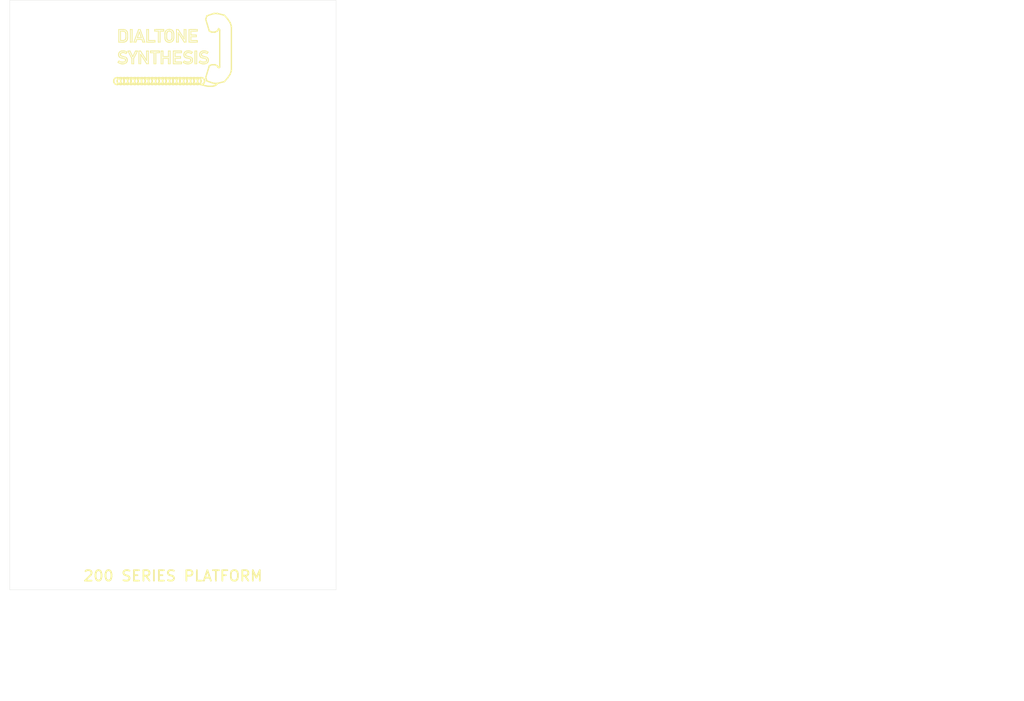
<source format=kicad_pcb>
(kicad_pcb (version 20241229) (generator "pcbnew") (generator_version "9.0")
  (title_block (title "200 Series Blank Faceplate") (date "2025-03-18") (rev "A1") (company "Dialtone Synthesis"))
  (layers (0 "F.Cu" signal) (2 "B.Cu" signal) (13 "F.Paste" user) (15 "B.Paste" user) (5 "F.SilkS" user "F.Silkscreen") (7 "B.SilkS" user "B.Silkscreen") (1 "F.Mask" user) (3 "B.Mask" user) (25 "Edge.Cuts" user))
  (net 0 "")
  (footprint "0_synthesis_panel_NPTH:PANEL_THONKICONN" (layer "F.Cu") (at 42.922952 119.126)
    (property "Reference" "REF**" (hide yes))
    (property "Value" "PANEL_THONKICONN" (hide yes))
    (pad "" np_thru_hole circle (at 0 0) (size 6.4008 6.4008) (drill 6.4008) (layers "*.Cu" "*.Mask"))
  )
  (footprint "0_synthesis_panel_NPTH:PANEL_THONKICONN" (layer "F.Cu") (at 70.354952 129.286)
    (property "Reference" "REF**" (hide yes))
    (property "Value" "PANEL_THONKICONN" (hide yes))
    (pad "" np_thru_hole circle (at 0 0) (size 6.4008 6.4008) (drill 6.4008) (layers "*.Cu" "*.Mask"))
  )
  (footprint "0_synthesis_panel_NPTH:PANEL_SW_SUBMINIATURE" (layer "F.Cu") (at 66.04 101.092)
    (property "Reference" "REF**" (hide yes))
    (property "Value" "PANEL_SW_SUBMINIATURE" (hide yes))
    (pad "" np_thru_hole circle (at 0 0) (size 4.953 4.953) (drill 4.953) (layers "*.Cu" "*.Mask"))
  )
  (footprint "0_synthesis_panel_NPTH:PANEL_KNOB_SMALL_SKIRTED" (layer "F.Cu") (at 48.26 40.259)
    (property "Reference" "REF**" (hide yes))
    (property "Value" "PANEL_KNOB_SMALL_SKIRTED" (hide yes))
    (pad "" np_thru_hole circle (at 0 0) (size 7.2136 7.2136) (drill 7.2136) (layers "*.Cu" "*.Mask"))
  )
  (footprint "0_synthesis_panel_NPTH:PANEL_MOUNTING_HOLE" (layer "F.Cu") (at 98.044 28.448)
    (property "Reference" "REF**" (hide yes))
    (property "Value" "PANEL_MOUNTING_HOLE" (hide yes))
    (pad "" np_thru_hole oval (at 0 0) (size 7.62 3.2004) (drill oval 7.62 3.2004) (layers "*.Cu" "*.Mask"))
  )
  (footprint "0_synthesis_panel_NPTH:PANEL_KNOB_SMALL_SKIRTED" (layer "F.Cu") (at 71.12 82.169)
    (property "Reference" "REF**" (hide yes))
    (property "Value" "PANEL_KNOB_SMALL_SKIRTED" (hide yes))
    (pad "" np_thru_hole circle (at 0 0) (size 7.2136 7.2136) (drill 7.2136) (layers "*.Cu" "*.Mask"))
  )
  (footprint "0_synthesis_panel_NPTH:PANEL_KNOB_SMALL_SKIRTED" (layer "F.Cu") (at 93.98 67.564)
    (property "Reference" "REF**" (hide yes))
    (property "Value" "PANEL_KNOB_SMALL_SKIRTED" (hide yes))
    (pad "" np_thru_hole circle (at 0 0) (size 7.2136 7.2136) (drill 7.2136) (layers "*.Cu" "*.Mask"))
  )
  (footprint "0_synthesis_panel_NPTH:PANEL_MOUNTING_HOLE" (layer "F.Cu") (at 98.044 150.876)
    (property "Reference" "REF**" (hide yes))
    (property "Value" "PANEL_MOUNTING_HOLE" (hide yes))
    (pad "" np_thru_hole oval (at 0 0) (size 7.62 3.2004) (drill oval 7.62 3.2004) (layers "*.Cu" "*.Mask"))
  )
  (footprint "0_synthesis_panel_NPTH:PANEL_KNOB_SMALL_SKIRTED" (layer "F.Cu") (at 93.98 94.869)
    (property "Reference" "REF**" (hide yes))
    (property "Value" "PANEL_KNOB_SMALL_SKIRTED" (hide yes))
    (pad "" np_thru_hole circle (at 0 0) (size 7.2136 7.2136) (drill 7.2136) (layers "*.Cu" "*.Mask"))
  )
  (footprint "0_synthesis_panel_NPTH:PANEL_THONKICONN" (layer "F.Cu") (at 42.922952 129.286)
    (property "Reference" "REF**" (hide yes))
    (property "Value" "PANEL_THONKICONN" (hide yes))
    (pad "" np_thru_hole circle (at 0 0) (size 6.4008 6.4008) (drill 6.4008) (layers "*.Cu" "*.Mask"))
  )
  (footprint "0_synthesis_panel_NPTH:PANEL_THONKICONN" (layer "F.Cu") (at 56.638952 129.286)
    (property "Reference" "REF**" (hide yes))
    (property "Value" "PANEL_THONKICONN" (hide yes))
    (pad "" np_thru_hole circle (at 0 0) (size 6.4008 6.4008) (drill 6.4008) (layers "*.Cu" "*.Mask"))
  )
  (footprint "0_synthesis_panel_NPTH:PANEL_KNOB_SMALL_SKIRTED" (layer "F.Cu") (at 71.12 54.864)
    (property "Reference" "REF**" (hide yes))
    (property "Value" "PANEL_KNOB_SMALL_SKIRTED" (hide yes))
    (pad "" np_thru_hole circle (at 0 0) (size 7.2136 7.2136) (drill 7.2136) (layers "*.Cu" "*.Mask"))
  )
  (footprint "0_synthesis_panel_NPTH:PANEL_THONKICONN" (layer "F.Cu") (at 56.642 119.126)
    (property "Reference" "REF**" (hide yes))
    (property "Value" "PANEL_THONKICONN" (hide yes))
    (pad "" np_thru_hole circle (at 0 0) (size 6.4008 6.4008) (drill 6.4008) (layers "*.Cu" "*.Mask"))
  )
  (footprint "0_synthesis_panel_NPTH:PANEL_MOUNTING_HOLE" (layer "F.Cu") (at 44.196 150.876)
    (property "Reference" "REF**" (hide yes))
    (property "Value" "PANEL_MOUNTING_HOLE" (hide yes))
    (pad "" np_thru_hole oval (at 0 0) (size 7.62 3.2004) (drill oval 7.62 3.2004) (layers "*.Cu" "*.Mask"))
  )
  (footprint "0_synthesis_panel_NPTH:PANEL_THONKICONN" (layer "F.Cu") (at 84.070952 129.286)
    (property "Reference" "REF**" (hide yes))
    (property "Value" "PANEL_THONKICONN" (hide yes))
    (pad "" np_thru_hole circle (at 0 0) (size 6.4008 6.4008) (drill 6.4008) (layers "*.Cu" "*.Mask"))
  )
  (footprint "0_synthesis_panel_NPTH:PANEL_MOUNTING_HOLE" (layer "F.Cu") (at 44.196 28.448)
    (property "Reference" "REF**" (hide yes))
    (property "Value" "PANEL_MOUNTING_HOLE" (hide yes))
    (pad "" np_thru_hole oval (at 0 0) (size 7.62 3.2004) (drill oval 7.62 3.2004) (layers "*.Cu" "*.Mask"))
  )
  (footprint "0_synthesis_panel_NPTH:PANEL_KNOB_SMALL_SKIRTED" (layer "F.Cu") (at 48.26 94.869)
    (property "Reference" "REF**" (hide yes))
    (property "Value" "PANEL_KNOB_SMALL_SKIRTED" (hide yes))
    (pad "" np_thru_hole circle (at 0 0) (size 7.2136 7.2136) (drill 7.2136) (layers "*.Cu" "*.Mask"))
  )
  (footprint "0_synthesis_panel_NPTH:PANEL_THONKICONN" (layer "F.Cu") (at 97.786952 139.446)
    (property "Reference" "REF**" (hide yes))
    (property "Value" "PANEL_THONKICONN" (hide yes))
    (pad "" np_thru_hole circle (at 0 0) (size 6.4008 6.4008) (drill 6.4008) (layers "*.Cu" "*.Mask"))
  )
  (footprint "0_synthesis_panel_NPTH:PANEL_KNOB_SMALL_SKIRTED" (layer "F.Cu") (at 48.26 67.564)
    (property "Reference" "REF**" (hide yes))
    (property "Value" "PANEL_KNOB_SMALL_SKIRTED" (hide yes))
    (pad "" np_thru_hole circle (at 0 0) (size 7.2136 7.2136) (drill 7.2136) (layers "*.Cu" "*.Mask"))
  )
  (footprint "0_synthesis_panel_NPTH:PANEL_THONKICONN" (layer "F.Cu") (at 56.638952 139.446)
    (property "Reference" "REF**" (hide yes))
    (property "Value" "PANEL_THONKICONN" (hide yes))
    (pad "" np_thru_hole circle (at 0 0) (size 6.4008 6.4008) (drill 6.4008) (layers "*.Cu" "*.Mask"))
  )
  (footprint "" (layer "F.Cu") (at 75.184 93.218)
    (property "Reference" "" (at 0 0 0) (layer "F.SilkS") (effects (font (size 1.27 1.27))))
    (property "Value" "")
    (pad "" np_thru_hole circle (at 0 0) (size 2.921 2.921) (drill 2.921) (layers "*.Cu" "*.Mask"))
  )
  (footprint "0_synthesis_panel_NPTH:PANEL_SW_SUBMINIATURE" (layer "F.Cu") (at 76.2 101.092)
    (property "Reference" "REF**" (hide yes))
    (property "Value" "PANEL_SW_SUBMINIATURE" (hide yes))
    (pad "" np_thru_hole circle (at 0 0) (size 4.953 4.953) (drill 4.953) (layers "*.Cu" "*.Mask"))
  )
  (footprint "0_synthesis_panel_NPTH:PANEL_PUSHBUTTON" (layer "F.Cu") (at 71.12 110.744)
    (property "Reference" "REF**" (hide yes))
    (property "Value" "PANEL_PUSHBUTTON" (hide yes))
    (pad "" np_thru_hole circle (at 0 0) (size 5.0292 5.0292) (drill 5.0292) (layers "*.Cu" "*.Mask"))
  )
  (footprint "0_synthesis_panel_NPTH:PANEL_THONKICONN" (layer "F.Cu") (at 42.922952 139.446)
    (property "Reference" "REF**" (hide yes))
    (property "Value" "PANEL_THONKICONN" (hide yes))
    (pad "" np_thru_hole circle (at 0 0) (size 6.4008 6.4008) (drill 6.4008) (layers "*.Cu" "*.Mask"))
  )
  (footprint "0_synthesis_panel_NPTH:PANEL_LIGHT_PIPE" (layer "F.Cu") (at 67.056 93.218)
    (property "Reference" "REF**" (hide yes))
    (property "Value" "PANEL_LIGHT_PIPE" (hide yes))
    (pad "" np_thru_hole circle (at 0 0) (size 2.921 2.921) (drill 2.921) (layers "*.Cu" "*.Mask"))
  )
  (footprint "0_synthesis_panel_NPTH:PANEL_THONKICONN" (layer "F.Cu") (at 84.070952 139.446)
    (property "Reference" "REF**" (hide yes))
    (property "Value" "PANEL_THONKICONN" (hide yes))
    (pad "" np_thru_hole circle (at 0 0) (size 6.4008 6.4008) (drill 6.4008) (layers "*.Cu" "*.Mask"))
  )
  (footprint "0_synthesis_panel_NPTH:PANEL_KNOB_SMALL_SKIRTED" (layer "F.Cu") (at 93.98 40.259)
    (property "Reference" "REF**" (hide yes))
    (property "Value" "PANEL_KNOB_SMALL_SKIRTED" (hide yes))
    (pad "" np_thru_hole circle (at 0 0) (size 7.2136 7.2136) (drill 7.2136) (layers "*.Cu" "*.Mask"))
  )
  (footprint "0_synthesis_panel_NPTH:PANEL_THONKICONN" (layer "F.Cu") (at 70.354952 139.446)
    (property "Reference" "REF**" (hide yes))
    (property "Value" "PANEL_THONKICONN" (hide yes))
    (pad "" np_thru_hole circle (at 0 0) (size 6.4008 6.4008) (drill 6.4008) (layers "*.Cu" "*.Mask"))
  )
  (footprint "0_synthesis_panel_NPTH:PANEL_THONKICONN" (layer "F.Cu") (at 97.786952 129.286)
    (property "Reference" "REF**" (hide yes))
    (property "Value" "PANEL_THONKICONN" (hide yes))
    (pad "" np_thru_hole circle (at 0 0) (size 6.4008 6.4008) (drill 6.4008) (layers "*.Cu" "*.Mask"))
  )
  (gr_line (start 63.54609 43.2776) (end 63.50021 43.388364) (stroke (width 0.2)) (layer "F.SilkS"))
  (gr_line (start 75.126159 37.858321) (end 75.237898 37.953458) (stroke (width 0.2)) (layer "F.SilkS"))
  (gr_line (start 66.309596 43.658411) (end 66.386407 43.690228) (stroke (width 0.2)) (layer "F.SilkS"))
  (gr_line (start 80.061972 28.225045) (end 80.089003 28.223602) (stroke (width 0.2)) (layer "F.SilkS"))
  (gr_line (start 83.660086 30.294616) (end 83.66813 30.315591) (stroke (width 0.2)) (layer "F.SilkS"))
  (gr_line (start 68.947407 36.451524) (end 68.947407 37.675775) (stroke (width 0.2)) (layer "F.SilkS"))
  (gr_line (start 58.289452 43.213273) (end 58.343124 43.342848) (stroke (width 0.2)) (layer "F.SilkS"))
  (gr_line (start 66.54821 42.622816) (end 66.59409 42.733579) (stroke (width 0.2)) (layer "F.SilkS"))
  (gr_line (start 66.5145 43.81368) (end 66.358379 43.782626) (stroke (width 0.2)) (layer "F.SilkS"))
  (gr_line (start 83.816087 40.694836) (end 83.81609 40.686609) (stroke (width 0.2)) (layer "F.SilkS"))
  (gr_line (start 59.707515 31.757604) (end 60.198341 31.757604) (stroke (width 0.2)) (layer "F.SilkS"))
  (gr_line (start 78.644283 42.990284) (end 78.644287 42.990285) (stroke (width 0.2)) (layer "F.SilkS"))
  (gr_line (start 71.517691 42.276557) (end 71.647154 42.222932) (stroke (width 0.2)) (layer "F.SilkS"))
  (gr_line (start 80.064483 28.325347) (end 80.048421 28.328845) (stroke (width 0.2)) (layer "F.SilkS"))
  (gr_line (start 62.499596 43.658411) (end 62.576407 43.690228) (stroke (width 0.2)) (layer "F.SilkS"))
  (gr_line (start 66.116583 42.352768) (end 66.039773 42.320952) (stroke (width 0.2)) (layer "F.SilkS"))
  (gr_line (start 83.808221 40.73508) (end 83.808222 40.735078) (stroke (width 0.2)) (layer "F.SilkS"))
  (gr_line (start 63.4665 42.1975) (end 63.62568 42.1975) (stroke (width 0.2)) (layer "F.SilkS"))
  (gr_line (start 78.612665 28.702027) (end 80.008996 28.236583) (stroke (width 0.2)) (layer "F.SilkS"))
  (gr_line (start 77.469773 43.690228) (end 77.599348 43.636556) (stroke (width 0.2)) (layer "F.SilkS"))
  (gr_line (start 64.335023 43.181489) (end 64.340227 43.207651) (stroke (width 0.2)) (layer "F.SilkS"))
  (gr_line (start 74.627675 39.242053) (end 74.382327 39.257271) (stroke (width 0.2)) (layer "F.SilkS"))
  (gr_line (start 83.555392 30.310684) (end 83.555393 30.310684) (stroke (width 0.2)) (layer "F.SilkS"))
  (gr_line (start 74.136728 43.213273) (end 74.16409 43.075716) (stroke (width 0.2)) (layer "F.SilkS"))
  (gr_line (start 63.755044 43.459464) (end 63.854216 43.558636) (stroke (width 0.2)) (layer "F.SilkS"))
  (gr_line (start 62.73409 43.075716) (end 62.73409 42.935464) (stroke (width 0.2)) (layer "F.SilkS"))
  (gr_line (start 74.16821 42.622816) (end 74.21409 42.733579) (stroke (width 0.2)) (layer "F.SilkS"))
  (gr_line (start 66.523964 43.71759) (end 66.664216 43.71759) (stroke (width 0.2)) (layer "F.SilkS"))
  (gr_line (start 71.97809 42.935464) (end 71.97809 43.075716) (stroke (width 0.2)) (layer "F.SilkS"))
  (gr_line (start 83.134066 29.501732) (end 83.134065 29.501732) (stroke (width 0.2)) (layer "F.SilkS"))
  (gr_line (start 61.013217 42.377906) (end 61.125774 42.490463) (stroke (width 0.2)) (layer "F.SilkS"))
  (gr_line (start 78.452527 42.925015) (end 78.250999 42.320431) (stroke (width 0.2)) (layer "F.SilkS"))
  (gr_line (start 77.127774 43.520717) (end 77.015217 43.633274) (stroke (width 0.2)) (layer "F.SilkS"))
  (gr_line (start 76.784583 43.658411) (end 76.746963 43.633274) (stroke (width 0.2)) (layer "F.SilkS"))
  (gr_line (start 71.373773 43.690228) (end 71.427859 43.667824) (stroke (width 0.2)) (layer "F.SilkS"))
  (gr_line (start 74.740379 43.782626) (end 74.59509 43.722444) (stroke (width 0.2)) (layer "F.SilkS"))
  (gr_line (start 80.749906 39.725381) (end 80.735143 39.718019) (stroke (width 0.2)) (layer "F.SilkS"))
  (gr_line (start 59.581438 34.53469) (end 59.317856 34.53469) (stroke (width 0.2)) (layer "F.SilkS"))
  (gr_line (start 83.668128 30.315591) (end 83.668128 30.315593) (stroke (width 0.2)) (layer "F.SilkS"))
  (gr_line (start 80.830231 43.459016) (end 82.267121 43.099793) (stroke (width 0.2)) (layer "F.SilkS"))
  (gr_line (start 61.899503 43.207651) (end 61.926865 43.070094) (stroke (width 0.2)) (layer "F.SilkS"))
  (gr_line (start 73.216379 43.782626) (end 73.07109 43.722444) (stroke (width 0.2)) (layer "F.SilkS"))
  (gr_line (start 80.330634 32.271417) (end 80.735143 32.069161) (stroke (width 0.2)) (layer "F.SilkS"))
  (gr_line (start 71.035056 42.668332) (end 70.957136 42.551716) (stroke (width 0.2)) (layer "F.SilkS"))
  (gr_line (start 73.586406 43.520717) (end 73.49797 43.388364) (stroke (width 0.2)) (layer "F.SilkS"))
  (gr_line (start 58.343124 43.342848) (end 58.421044 43.459464) (stroke (width 0.2)) (layer "F.SilkS"))
  (gr_line (start 75.6585 43.81368) (end 75.502379 43.782626) (stroke (width 0.2)) (layer "F.SilkS"))
  (gr_line (start 78.621611 28.804387) (end 78.58305 28.83255) (stroke (width 0.2)) (layer "F.SilkS"))
  (gr_line (start 83.555392 41.476497) (end 83.555425 41.476463) (stroke (width 0.2)) (layer "F.SilkS"))
  (gr_line (start 75.945773 42.320952) (end 75.808216 42.29359) (stroke (width 0.2)) (layer "F.SilkS"))
  (gr_line (start 72.659901 43.235679) (end 72.598985 43.382742) (stroke (width 0.2)) (layer "F.SilkS"))
  (gr_line (start 78.547395 42.893392) (end 78.547395 42.893397) (stroke (width 0.2)) (layer "F.SilkS"))
  (gr_line (start 68.11809 42.733579) (end 68.16397 42.622816) (stroke (width 0.2)) (layer "F.SilkS"))
  (gr_line (start 69.877801 42.228554) (end 70.02309 42.288735) (stroke (width 0.2)) (layer "F.SilkS"))
  (gr_line (start 69.72168 43.81368) (end 69.5625 43.81368) (stroke (width 0.2)) (layer "F.SilkS"))
  (gr_line (start 75.346749 36.71323) (end 75.125135 37.022534) (stroke (width 0.2)) (layer "F.SilkS"))
  (gr_line (start 65.12009 43.075716) (end 65.147452 43.213273) (stroke (width 0.2)) (layer "F.SilkS"))
  (gr_line (start 74.841774 43.520717) (end 74.729217 43.633274) (stroke (width 0.2)) (layer "F.SilkS"))
  (gr_line (start 69.564728 42.797907) (end 69.511056 42.668332) (stroke (width 0.2)) (layer "F.SilkS"))
  (gr_line (start 61.21421 42.622816) (end 61.26009 42.733579) (stroke (width 0.2)) (layer "F.SilkS"))
  (gr_line (start 80.080844 43.463587) (end 80.089071 43.46359) (stroke (width 0.2)) (layer "F.SilkS"))
  (gr_line (start 79.560763 39.503241) (end 79.538164 39.510461) (stroke (width 0.2)) (layer "F.SilkS"))
  (gr_line (start 60.45221 43.388364) (end 60.363774 43.520717) (stroke (width 0.2)) (layer "F.SilkS"))
  (gr_line (start 79.140982 39.709059) (end 79.12223 39.718419) (stroke (width 0.2)) (layer "F.SilkS"))
  (gr_line (start 64.570991 42.446922) (end 64.471819 42.546094) (stroke (width 0.2)) (layer "F.SilkS"))
  (gr_line (start 80.064485 43.461826) (end 80.080844 43.463587) (stroke (width 0.2)) (layer "F.SilkS"))
  (gr_line (start 83.058142 29.566814) (end 82.346283 28.736311) (stroke (width 0.2)) (layer "F.SilkS"))
  (gr_line (start 65.91168 43.81368) (end 65.7525 43.81368) (stroke (width 0.2)) (layer "F.SilkS"))
  (gr_line (start 77.504938 36.480974) (end 77.700827 36.438227) (stroke (width 0.2)) (layer "F.SilkS"))
  (gr_line (start 71.24568 42.1975) (end 71.401801 42.228554) (stroke (width 0.2)) (layer "F.SilkS"))
  (gr_line (start 80.863806 32.090978) (end 80.825478 32.129306) (stroke (width 0.2)) (layer "F.SilkS"))
  (gr_line (start 74.1345 42.1975) (end 74.29368 42.1975) (stroke (width 0.2)) (layer "F.SilkS"))
  (gr_line (start 73.3725 43.81368) (end 73.216379 43.782626) (stroke (width 0.2)) (layer "F.SilkS"))
  (gr_line (start 71.797056 42.668332) (end 71.719136 42.551716) (stroke (width 0.2)) (layer "F.SilkS"))
  (gr_line (start 58.166 42.926) (end 58.197054 42.769879) (stroke (width 0.2)) (layer "F.SilkS"))
  (gr_line (start 77.893056 42.668332) (end 77.815136 42.551716) (stroke (width 0.2)) (layer "F.SilkS"))
  (gr_line (start 83.559165 30.316345) (end 83.555392 30.310684) (stroke (width 0.2)) (layer "F.SilkS"))
  (gr_line (start 71.812739 43.711968) (end 71.952991 43.711968) (stroke (width 0.2)) (layer "F.SilkS"))
  (gr_line (start 72.925801 42.228554) (end 73.07109 42.288735) (stroke (width 0.2)) (layer "F.SilkS"))
  (gr_line (start 65.413182 34.53469) (end 65.413182 31.757604) (stroke (width 0.2)) (layer "F.SilkS"))
  (gr_line (start 74.96356 36.917622) (end 74.809007 36.846983) (stroke (width 0.2)) (layer "F.SilkS"))
  (gr_line (start 72.236216 42.452544) (end 72.137044 42.551716) (stroke (width 0.2)) (layer "F.SilkS"))
  (gr_line (start 78.995425 39.710859) (end 79.039604 39.65834) (stroke (width 0.2)) (layer "F.SilkS"))
  (gr_line (start 73.205217 42.377906) (end 73.317774 42.490463) (stroke (width 0.2)) (layer "F.SilkS"))
  (gr_line (start 60.607403 34.480484) (end 60.41812 34.520507) (stroke (width 0.2)) (layer "F.SilkS"))
  (gr_line (start 77.893056 43.342848) (end 77.946728 43.213273) (stroke (width 0.2)) (layer "F.SilkS"))
  (gr_line (start 69.011124 43.342848) (end 69.089044 43.459464) (stroke (width 0.2)) (layer "F.SilkS"))
  (gr_line (start 71.427859 43.667824) (end 71.367738 43.627652) (stroke (width 0.2)) (layer "F.SilkS"))
  (gr_line (start 63.92709 42.403851) (end 63.854216 42.452544) (stroke (width 0.2)) (layer "F.SilkS"))
  (gr_line (start 67.487124 42.668332) (end 67.433452 42.797907) (stroke (width 0.2)) (layer "F.SilkS"))
  (gr_line (start 65.608012 34.53469) (end 65.413182 34.53469) (stroke (width 0.2)) (layer "F.SilkS"))
  (gr_line (start 74.21409 42.733579) (end 74.25997 42.622816) (stroke (width 0.2)) (layer "F.SilkS"))
  (gr_line (start 61.597639 42.283848) (end 61.622684 42.300582) (stroke (width 0.2)) (layer "F.SilkS"))
  (gr_line (start 63.753773 43.690228) (end 63.830583 43.658411) (stroke (width 0.2)) (layer "F.SilkS"))
  (gr_line (start 75.284216 42.452544) (end 75.185044 42.551716) (stroke (width 0.2)) (layer "F.SilkS"))
  (gr_line (start 67.433452 42.797907) (end 67.40609 42.935464) (stroke (width 0.2)) (layer "F.SilkS"))
  (gr_line (start 76.291136 42.551716) (end 76.191964 42.452544) (stroke (width 0.2)) (layer "F.SilkS"))
  (gr_line (start 73.929596 42.352768) (end 73.967217 42.377906) (stroke (width 0.2)) (layer "F.SilkS"))
  (gr_line (start 59.451596 42.352768) (end 59.489217 42.377906) (stroke (width 0.2)) (layer "F.SilkS"))
  (gr_line (start 60.583899 42.66271) (end 60.530227 42.792285) (stroke (width 0.2)) (layer "F.SilkS"))
  (gr_line (start 83.80823 31.052122) (end 83.808229 31.052119) (stroke (width 0.2)) (layer "F.SilkS"))
  (gr_line (start 65.761214 36.451524) (end 65.761214 39.226733) (stroke (width 0.2)) (layer "F.SilkS"))
  (gr_line (start 69.26109 42.403851) (end 69.188216 42.452544) (stroke (width 0.2)) (layer "F.SilkS"))
  (gr_line (start 60.733853 36.917622) (end 60.579299 36.846983) (stroke (width 0.2)) (layer "F.SilkS"))
  (gr_line (start 63.16509 43.722444) (end 63.019801 43.782626) (stroke (width 0.2)) (layer "F.SilkS"))
  (gr_line (start 70.02309 42.403851) (end 69.950216 42.452544) (stroke (width 0.2)) (layer "F.SilkS"))
  (gr_line (start 70.195136 42.551716) (end 70.095964 42.452544) (stroke (width 0.2)) (layer "F.SilkS"))
  (gr_line (start 72.925801 43.782626) (end 72.76968 43.81368) (stroke (width 0.2)) (layer "F.SilkS"))
  (gr_line (start 77.97821 43.388364) (end 77.889774 43.520717) (stroke (width 0.2)) (layer "F.SilkS"))
  (gr_line (start 69.926583 43.658411) (end 69.888963 43.633274) (stroke (width 0.2)) (layer "F.SilkS"))
  (gr_line (start 77.131056 43.342848) (end 77.184728 43.213273) (stroke (width 0.2)) (layer "F.SilkS"))
  (gr_line (start 67.809964 42.452544) (end 67.73709 42.403851) (stroke (width 0.2)) (layer "F.SilkS"))
  (gr_line (start 80.227168 44.054366) (end 80.225085 44.05483) (stroke (width 0.2)) (layer "F.SilkS"))
  (gr_line (start 62.235178 34.53469) (end 61.845519 34.53469) (stroke (width 0.2)) (layer "F.SilkS"))
  (gr_line (start 78.344481 42.196353) (end 78.339977 42.211403) (stroke (width 0.2)) (layer "F.SilkS"))
  (gr_line (start 72.190083 43.643376) (end 72.174963 43.633274) (stroke (width 0.2)) (layer "F.SilkS"))
  (gr_line (start 74.224689 37.587061) (end 74.542694 37.660592) (stroke (width 0.2)) (layer "F.SilkS"))
  (gr_line (start 73.205217 43.633274) (end 73.167596 43.658411) (stroke (width 0.2)) (layer "F.SilkS"))
  (gr_line (start 83.914634 40.713717) (end 83.910291 40.740503) (stroke (width 0.2)) (layer "F.SilkS"))
  (gr_line (start 75.530407 42.320952) (end 75.453596 42.352768) (stroke (width 0.2)) (layer "F.SilkS"))
  (gr_line (start 81.087212 40.11844) (end 81.011696 40.093531) (stroke (width 0.2)) (layer "F.SilkS"))
  (gr_line (start 80.803662 39.786537) (end 80.803661 39.786537) (stroke (width 0.2)) (layer "F.SilkS"))
  (gr_line (start 59.658728 43.213273) (end 59.68609 43.075716) (stroke (width 0.2)) (layer "F.SilkS"))
  (gr_line (start 64.992728 43.213273) (end 65.02009 43.075716) (stroke (width 0.2)) (layer "F.SilkS"))
  (gr_line (start 81.27609 39.936879) (end 81.27609 39.44959) (stroke (width 0.2)) (layer "F.SilkS"))
  (gr_line (start 64.238367 33.554913) (end 63.805243 32.294323) (stroke (width 0.2)) (layer "F.SilkS"))
  (gr_line (start 83.56568 30.328291) (end 83.559165 30.316345) (stroke (width 0.2)) (layer "F.SilkS"))
  (gr_line (start 60.367056 43.342848) (end 60.420728 43.213273) (stroke (width 0.2)) (layer "F.SilkS"))
  (gr_line (start 76.57968 42.1975) (end 76.735801 42.228554) (stroke (width 0.2)) (layer "F.SilkS"))
  (gr_line (start 70.02309 43.607328) (end 70.095964 43.558636) (stroke (width 0.2)) (layer "F.SilkS"))
  (gr_line (start 68.49909 43.722444) (end 68.353801 43.782626) (stroke (width 0.2)) (layer "F.SilkS"))
  (gr_line (start 62.7045 42.1975) (end 62.86368 42.1975) (stroke (width 0.2)) (layer "F.SilkS"))
  (gr_line (start 61.814407 43.690228) (end 61.951964 43.71759) (stroke (width 0.2)) (layer "F.SilkS"))
  (gr_line (start 72.265639 43.716088) (end 72.118576 43.777004) (stroke (width 0.2)) (layer "F.SilkS"))
  (gr_line (start 73.911612 37.094327) (end 73.893377 37.22504) (stroke (width 0.2)) (layer "F.SilkS"))
  (gr_line (start 60.951964 43.558636) (end 61.051136 43.459464) (stroke (width 0.2)) (layer "F.SilkS"))
  (gr_line (start 80.008996 43.550597) (end 78.612665 43.085153) (stroke (width 0.2)) (layer "F.SilkS"))
  (gr_line (start 77.191964 43.71759) (end 77.332216 43.71759) (stroke (width 0.2)) (layer "F.SilkS"))
  (gr_line (start 62.365348 37.704437) (end 62.972697 36.451524) (stroke (width 0.2)) (layer "F.SilkS"))
  (gr_line (start 72.062406 42.490463) (end 72.174963 42.377906) (stroke (width 0.2)) (layer "F.SilkS"))
  (gr_line (start 61.130349 34.077301) (end 61.035435 34.213582) (stroke (width 0.2)) (layer "F.SilkS"))
  (gr_line (start 62.548379 43.782626) (end 62.40309 43.722444) (stroke (width 0.2)) (layer "F.SilkS"))
  (gr_line (start 61.814407 42.320952) (end 61.714871 42.362181) (stroke (width 0.2)) (layer "F.SilkS"))
  (gr_line (start 59.982963 42.377906) (end 60.020583 42.352768) (stroke (width 0.2)) (layer "F.SilkS"))
  (gr_line (start 63.59609 43.075716) (end 63.623452 43.213273) (stroke (width 0.2)) (layer "F.SilkS"))
  (gr_line (start 62.991773 43.690228) (end 63.068583 43.658411) (stroke (width 0.2)) (layer "F.SilkS"))
  (gr_line (start 76.707773 43.690228) (end 76.784583 43.658411) (stroke (width 0.2)) (layer "F.SilkS"))
  (gr_line (start 83.903097 31.020496) (end 83.903097 31.0205) (stroke (width 0.2)) (layer "F.SilkS"))
  (gr_line (start 83.638612 41.531962) (end 83.638604 41.531957) (stroke (width 0.2)) (layer "F.SilkS"))
  (gr_line (start 61.845519 31.757604) (end 62.235178 31.757604) (stroke (width 0.2)) (layer "F.SilkS"))
  (gr_line (start 71.600635 37.664345) (end 72.784794 37.664345) (stroke (width 0.2)) (layer "F.SilkS"))
  (gr_line (start 61.144739 43.711968) (end 61.284991 43.711968) (stroke (width 0.2)) (layer "F.SilkS"))
  (gr_line (start 61.469044 43.459464) (end 61.568216 43.558636) (stroke (width 0.2)) (layer "F.SilkS"))
  (gr_line (start 67.109217 42.377906) (end 67.221774 42.490463) (stroke (width 0.2)) (layer "F.SilkS"))
  (gr_line (start 76.365774 42.490463) (end 76.45421 42.622816) (stroke (width 0.2)) (layer "F.SilkS"))
  (gr_line (start 67.003549 39.22861) (end 67.003549 36.822075) (stroke (width 0.2)) (layer "F.SilkS"))
  (gr_line (start 83.069294 42.205645) (end 83.555392 41.476497) (stroke (width 0.2)) (layer "F.SilkS"))
  (gr_line (start 71.675182 43.684606) (end 71.812739 43.711968) (stroke (width 0.2)) (layer "F.SilkS"))
  (gr_line (start 69.26109 43.607328) (end 69.333964 43.558636) (stroke (width 0.2)) (layer "F.SilkS"))
  (gr_line (start 68.252406 43.520717) (end 68.16397 43.388364) (stroke (width 0.2)) (layer "F.SilkS"))
  (gr_line (start 58.766407 42.320952) (end 58.636832 42.374624) (stroke (width 0.2)) (layer "F.SilkS"))
  (gr_line (start 58.421044 42.551716) (end 58.343124 42.668332) (stroke (width 0.2)) (layer "F.SilkS"))
  (gr_line (start 59.73609 43.2776) (end 59.69021 43.388364) (stroke (width 0.2)) (layer "F.SilkS"))
  (gr_line (start 64.559471 42.339052) (end 64.515773 42.320952) (stroke (width 0.2)) (layer "F.SilkS"))
  (gr_line (start 78.967371 32.014617) (end 78.966971 32.013862) (stroke (width 0.2)) (layer "F.SilkS"))
  (gr_line (start 60.620415 38.777875) (end 60.713304 38.692003) (stroke (width 0.2)) (layer "F.SilkS"))
  (gr_line (start 83.81609 31.100565) (end 83.816092 31.100553) (stroke (width 0.2)) (layer "F.SilkS"))
  (gr_line (start 75.110406 42.490463) (end 75.222963 42.377906) (stroke (width 0.2)) (layer "F.SilkS"))
  (gr_line (start 82.291426 43.196782) (end 82.291374 43.196807) (stroke (width 0.2)) (layer "F.SilkS"))
  (gr_line (start 60.491402 34.121276) (end 60.597762 34.07167) (stroke (width 0.2)) (layer "F.SilkS"))
  (gr_line (start 70.535124 42.668332) (end 70.481452 42.797907) (stroke (width 0.2)) (layer "F.SilkS"))
  (gr_line (start 66.728406 42.490463) (end 66.840963 42.377906) (stroke (width 0.2)) (layer "F.SilkS"))
  (gr_line (start 60.904981 39.047258) (end 60.767649 39.134196) (stroke (width 0.2)) (layer "F.SilkS"))
  (gr_line (start 80.830231 28.328164) (end 80.830226 28.328161) (stroke (width 0.2)) (layer "F.SilkS"))
  (gr_line (start 67.071596 42.352768) (end 67.109217 42.377906) (stroke (width 0.2)) (layer "F.SilkS"))
  (gr_line (start 60.749471 42.339052) (end 60.705773 42.320952) (stroke (width 0.2)) (layer "F.SilkS"))
  (gr_line (start 70.701635 31.786683) (end 70.852708 31.856042) (stroke (width 0.2)) (layer "F.SilkS"))
  (gr_line (start 74.005136 42.551716) (end 73.905964 42.452544) (stroke (width 0.2)) (layer "F.SilkS"))
  (gr_line (start 71.300713 32.549358) (end 71.315044 32.752735) (stroke (width 0.2)) (layer "F.SilkS"))
  (gr_line (start 60.152619 39.257271) (end 59.953641 39.247471) (stroke (width 0.2)) (layer "F.SilkS"))
  (gr_line (start 80.793077 43.46359) (end 80.793079 43.46359) (stroke (width 0.2)) (layer "F.SilkS"))
  (gr_line (start 72.74009 42.935464) (end 72.74009 43.075716) (stroke (width 0.2)) (layer "F.SilkS"))
  (gr_line (start 81.301935 31.734728) (end 81.342169 31.787158) (stroke (width 0.2)) (layer "F.SilkS"))
  (gr_line (start 70.881596 43.658411) (end 70.958407 43.690228) (stroke (width 0.2)) (layer "F.SilkS"))
  (gr_line (start 64.509738 43.627652) (end 64.397181 43.515095) (stroke (width 0.2)) (layer "F.SilkS"))
  (gr_line (start 63.677124 43.342848) (end 63.755044 43.459464) (stroke (width 0.2)) (layer "F.SilkS"))
  (gr_line (start 73.659773 43.690228) (end 73.736583 43.658411) (stroke (width 0.2)) (layer "F.SilkS"))
  (gr_line (start 77.723868 43.858274) (end 78.196868 43.973196) (stroke (width 0.2)) (layer "F.SilkS"))
  (gr_line (start 73.661044 43.459464) (end 73.760216 43.558636) (stroke (width 0.2)) (layer "F.SilkS"))
  (gr_line (start 69.776406 43.520717) (end 69.68797 43.388364) (stroke (width 0.2)) (layer "F.SilkS"))
  (gr_line (start 68.88009 42.733579) (end 68.92597 42.622816) (stroke (width 0.2)) (layer "F.SilkS"))
  (gr_line (start 71.719136 43.459464) (end 71.797056 43.342848) (stroke (width 0.2)) (layer "F.SilkS"))
  (gr_line (start 79.096252 32.167571) (end 79.09625 32.167571) (stroke (width 0.2)) (layer "F.SilkS"))
  (gr_line (start 67.882379 42.228554) (end 68.0385 42.1975) (stroke (width 0.2)) (layer "F.SilkS"))
  (gr_line (start 77.026379 43.782626) (end 76.88109 43.722444) (stroke (width 0.2)) (layer "F.SilkS"))
  (gr_line (start 60.189964 42.452544) (end 60.11709 42.403851) (stroke (width 0.2)) (layer "F.SilkS"))
  (gr_line (start 76.570216 43.71759) (end 76.707773 43.690228) (stroke (width 0.2)) (layer "F.SilkS"))
  (gr_line (start 68.633217 42.377906) (end 68.745774 42.490463) (stroke (width 0.2)) (layer "F.SilkS"))
  (gr_line (start 80.009011 43.550609) (end 80.009013 43.550603) (stroke (width 0.2)) (layer "F.SilkS"))
  (gr_line (start 60.568216 42.29359) (end 60.427964 42.29359) (stroke (width 0.2)) (layer "F.SilkS"))
  (gr_line (start 60.760991 43.553014) (end 60.860684 43.619626) (stroke (width 0.2)) (layer "F.SilkS"))
  (gr_line (start 78.995438 32.076296) (end 78.967371 32.014617) (stroke (width 0.2)) (layer "F.SilkS"))
  (gr_line (start 74.729217 43.633274) (end 74.691596 43.658411) (stroke (width 0.2)) (layer "F.SilkS"))
  (gr_line (start 76.429964 42.29359) (end 76.292407 42.320952) (stroke (width 0.2)) (layer "F.SilkS"))
  (gr_line (start 75.429964 42.452544) (end 75.35709 42.403851) (stroke (width 0.2)) (layer "F.SilkS"))
  (gr_line (start 65.02421 43.388364) (end 64.935774 43.520717) (stroke (width 0.2)) (layer "F.SilkS"))
  (gr_line (start 64.570991 43.553014) (end 64.670684 43.619626) (stroke (width 0.2)) (layer "F.SilkS"))
  (gr_line (start 79.068807 32.005208) (end 79.091175 32.040647) (stroke (width 0.2)) (layer "F.SilkS"))
  (gr_line (start 64.095781 37.184098) (end 64.095781 39.226733) (stroke (width 0.2)) (layer "F.SilkS"))
  (gr_line (start 73.07109 43.607328) (end 73.143964 43.558636) (stroke (width 0.2)) (layer "F.SilkS"))
  (gr_line (start 60.491402 32.171018) (end 60.363601 32.139441) (stroke (width 0.2)) (layer "F.SilkS"))
  (gr_line (start 70.919217 43.633274) (end 70.881596 43.658411) (stroke (width 0.2)) (layer "F.SilkS"))
  (gr_line (start 65.332083 43.643376) (end 65.316963 43.633274) (stroke (width 0.2)) (layer "F.SilkS"))
  (gr_line (start 59.01997 42.622816) (end 59.108406 42.490463) (stroke (width 0.2)) (layer "F.SilkS"))
  (gr_line (start 64.995203 34.53469) (end 64.575007 34.53469) (stroke (width 0.2)) (layer "F.SilkS"))
  (gr_line (start 81.37609 39.95759) (end 81.372284 39.976724) (stroke (width 0.2)) (layer "F.SilkS"))
  (gr_line (start 78.547395 28.893782) (end 78.547395 28.893788) (stroke (width 0.2)) (layer "F.SilkS"))
  (gr_line (start 61.842549 42.484841) (end 61.930985 42.617194) (stroke (width 0.2)) (layer "F.SilkS"))
  (gr_line (start 64.659691 42.276557) (end 64.789154 42.222932) (stroke (width 0.2)) (layer "F.SilkS"))
  (gr_line (start 78.543387 43.049418) (end 78.488262 42.994293) (stroke (width 0.2)) (layer "F.SilkS"))
  (gr_line (start 68.19768 42.1975) (end 68.353801 42.228554) (stroke (width 0.2)) (layer "F.SilkS"))
  (gr_line (start 75.053452 43.213273) (end 75.107124 43.342848) (stroke (width 0.2)) (layer "F.SilkS"))
  (gr_line (start 65.91168 42.1975) (end 66.067801 42.228554) (stroke (width 0.2)) (layer "F.SilkS"))
  (gr_line (start 59.605056 42.668332) (end 59.527136 42.551716) (stroke (width 0.2)) (layer "F.SilkS"))
  (gr_line (start 80.375339 39.426316) (end 80.375356 39.426321) (stroke (width 0.2)) (layer "F.SilkS"))
  (gr_line (start 76.264379 43.782626) (end 76.11909 43.722444) (stroke (width 0.2)) (layer "F.SilkS"))
  (gr_line (start 61.506963 42.377906) (end 61.532471 42.360861) (stroke (width 0.2)) (layer "F.SilkS"))
  (gr_line (start 67.148407 43.690228) (end 67.285964 43.71759) (stroke (width 0.2)) (layer "F.SilkS"))
  (gr_line (start 80.8931 39.741808) (end 80.893102 39.741811) (stroke (width 0.2)) (layer "F.SilkS"))
  (gr_line (start 60.705773 43.690228) (end 60.759859 43.667824) (stroke (width 0.2)) (layer "F.SilkS"))
  (gr_line (start 59.02409 42.935464) (end 59.02409 43.075716) (stroke (width 0.2)) (layer "F.SilkS"))
  (gr_line (start 72.236216 43.558636) (end 72.28227 43.589408) (stroke (width 0.2)) (layer "F.SilkS"))
  (gr_line (start 61.284991 43.711968) (end 61.422548 43.684606) (stroke (width 0.2)) (layer "F.SilkS"))
  (gr_line (start 80.308127 43.909281) (end 80.419826 43.846771) (stroke (width 0.2)) (layer "F.SilkS"))
  (gr_line (start 63.755044 42.551716) (end 63.677124 42.668332) (stroke (width 0.2)) (layer "F.SilkS"))
  (gr_line (start 73.83309 42.403851) (end 73.760216 42.452544) (stroke (width 0.2)) (layer "F.SilkS"))
  (gr_line (start 64.789154 43.777004) (end 64.673263 43.729) (stroke (width 0.2)) (layer "F.SilkS"))
  (gr_line (start 71.251899 43.337226) (end 71.329819 43.453842) (stroke (width 0.2)) (layer "F.SilkS"))
  (gr_line (start 66.386407 42.320952) (end 66.309596 42.352768) (stroke (width 0.2)) (layer "F.SilkS"))
  (gr_line (start 65.42427 43.704975) (end 65.407639 43.716088) (stroke (width 0.2)) (layer "F.SilkS"))
  (gr_line (start 59.738053 38.82172) (end 59.934803 38.872879) (stroke (width 0.2)) (layer "F.SilkS"))
  (gr_line (start 81.102812 40.022352) (end 81.16142 40.020695) (stroke (width 0.2)) (layer "F.SilkS"))
  (gr_line (start 74.083056 43.342848) (end 74.136728 43.213273) (stroke (width 0.2)) (layer "F.SilkS"))
  (gr_line (start 82.384491 43.151745) (end 82.340256 43.179081) (stroke (width 0.2)) (layer "F.SilkS"))
  (gr_line (start 75.529136 42.551716) (end 75.429964 42.452544) (stroke (width 0.2)) (layer "F.SilkS"))
  (gr_line (start 77.495672 36.903282) (end 77.408456 36.989166) (stroke (width 0.2)) (layer "F.SilkS"))
  (gr_line (start 71.619964 43.558636) (end 71.719136 43.459464) (stroke (width 0.2)) (layer "F.SilkS"))
  (gr_line (start 75.872406 42.490463) (end 75.984963 42.377906) (stroke (width 0.2)) (layer "F.SilkS"))
  (gr_line (start 70.988108 31.951996) (end 71.101226 32.070247) (stroke (width 0.2)) (layer "F.SilkS"))
  (gr_line (start 59.78609 43.075716) (end 59.813452 43.213273) (stroke (width 0.2)) (layer "F.SilkS"))
  (gr_line (start 64.2285 42.1975) (end 64.38768 42.1975) (stroke (width 0.2)) (layer "F.SilkS"))
  (gr_line (start 78.238976 42.218343) (end 78.248665 42.167797) (stroke (width 0.2)) (layer "F.SilkS"))
  (gr_line (start 80.799335 28.32359) (end 80.793079 28.32359) (stroke (width 0.2)) (layer "F.SilkS"))
  (gr_line (start 71.166745 43.382742) (end 71.144641 43.32938) (stroke (width 0.2)) (layer "F.SilkS"))
  (gr_line (start 63.338407 43.690228) (end 63.475964 43.71759) (stroke (width 0.2)) (layer "F.SilkS"))
  (gr_line (start 83.559165 41.470849) (end 83.565678 41.4589) (stroke (width 0.2)) (layer "F.SilkS"))
  (gr_line (start 81.064592 31.529396) (end 81.075635 31.525715) (stroke (width 0.2)) (layer "F.SilkS"))
  (gr_line (start 73.905964 42.452544) (end 73.83309 42.403851) (stroke (width 0.2)) (layer "F.SilkS"))
  (gr_line (start 78.621611 42.982793) (end 78.644281 42.990283) (stroke (width 0.2)) (layer "F.SilkS"))
  (gr_line (start 71.367738 42.372284) (end 71.417471 42.339052) (stroke (width 0.2)) (layer "F.SilkS"))
  (gr_line (start 71.198227 42.792285) (end 71.191904 42.824068) (stroke (width 0.2)) (layer "F.SilkS"))
  (gr_line (start 72.998216 42.452544) (end 72.899044 42.551716) (stroke (width 0.2)) (layer "F.SilkS"))
  (gr_line (start 69.333964 43.558636) (end 69.433136 43.459464) (stroke (width 0.2)) (layer "F.SilkS"))
  (gr_line (start 76.746963 43.633274) (end 76.634406 43.520717) (stroke (width 0.2)) (layer "F.SilkS"))
  (gr_line (start 65.7525 43.81368) (end 65.596379 43.782626) (stroke (width 0.2)) (layer "F.SilkS"))
  (gr_line (start 59.601774 43.520717) (end 59.489217 43.633274) (stroke (width 0.2)) (layer "F.SilkS"))
  (gr_line (start 70.333964 42.29359) (end 70.196407 42.320952) (stroke (width 0.2)) (layer "F.SilkS"))
  (gr_line (start 77.97409 43.075716) (end 77.97409 42.935464) (stroke (width 0.2)) (layer "F.SilkS"))
  (gr_line (start 61.235386 32.517875) (end 61.254548 32.752735) (stroke (width 0.2)) (layer "F.SilkS"))
  (gr_line (start 63.310379 42.228554) (end 63.4665 42.1975) (stroke (width 0.2)) (layer "F.SilkS"))
  (gr_line (start 59.277764 37.238348) (end 59.277764 37.236471) (stroke (width 0.2)) (layer "F.SilkS"))
  (gr_line (start 61.394406 42.490463) (end 61.506963 42.377906) (stroke (width 0.2)) (layer "F.SilkS"))
  (gr_line (start 71.793774 42.490463) (end 71.88221 42.622816) (stroke (width 0.2)) (layer "F.SilkS"))
  (gr_line (start 80.040649 43.455746) (end 80.048407 43.458327) (stroke (width 0.2)) (layer "F.SilkS"))
  (gr_line (start 79.661043 44.184519) (end 79.658499 44.185177) (stroke (width 0.2)) (layer "F.SilkS"))
  (gr_line (start 68.0385 42.1975) (end 68.19768 42.1975) (stroke (width 0.2)) (layer "F.SilkS"))
  (gr_line (start 78.966971 32.013862) (end 78.966965 32.013843) (stroke (width 0.2)) (layer "F.SilkS"))
  (gr_line (start 75.260583 43.658411) (end 75.222963 43.633274) (stroke (width 0.2)) (layer "F.SilkS"))
  (gr_line (start 61.394406 43.520717) (end 61.30597 43.388364) (stroke (width 0.2)) (layer "F.SilkS"))
  (gr_line (start 75.68809 42.935464) (end 75.660728 42.797907) (stroke (width 0.2)) (layer "F.SilkS"))
  (gr_line (start 70.857964 43.558636) (end 70.957136 43.459464) (stroke (width 0.2)) (layer "F.SilkS"))
  (gr_line (start 73.507471 37.238348) (end 73.507471 37.236471) (stroke (width 0.2)) (layer "F.SilkS"))
  (gr_line (start 75.05568 43.81368) (end 74.8965 43.81368) (stroke (width 0.2)) (layer "F.SilkS"))
  (gr_line (start 69.851044 42.551716) (end 69.773124 42.668332) (stroke (width 0.2)) (layer "F.SilkS"))
  (gr_line (start 67.871217 42.377906) (end 67.983774 42.490463) (stroke (width 0.2)) (layer "F.SilkS"))
  (gr_line (start 59.295241 37.046465) (end 59.344756 36.886676) (stroke (width 0.2)) (layer "F.SilkS"))
  (gr_line (start 69.64209 43.2776) (end 69.59621 43.388364) (stroke (width 0.2)) (layer "F.SilkS"))
  (gr_line (start 79.560767 32.283926) (end 79.584206 32.287581) (stroke (width 0.2)) (layer "F.SilkS"))
  (gr_line (start 62.537217 42.377906) (end 62.649774 42.490463) (stroke (width 0.2)) (layer "F.SilkS"))
  (gr_line (start 76.962599 37.398784) (end 76.9523 37.238348) (stroke (width 0.2)) (layer "F.SilkS"))
  (gr_line (start 59.051452 43.213273) (end 59.105124 43.342848) (stroke (width 0.2)) (layer "F.SilkS"))
  (gr_line (start 74.423044 43.459464) (end 74.522216 43.558636) (stroke (width 0.2)) (layer "F.SilkS"))
  (gr_line (start 80.803661 39.786537) (end 80.796299 39.771774) (stroke (width 0.2)) (layer "F.SilkS"))
  (gr_line (start 66.078963 42.377906) (end 66.116583 42.352768) (stroke (width 0.2)) (layer "F.SilkS"))
  (gr_line (start 67.047964 42.452544) (end 66.97509 42.403851) (stroke (width 0.2)) (layer "F.SilkS"))
  (gr_line (start 64.099136 43.459464) (end 64.177056 43.342848) (stroke (width 0.2)) (layer "F.SilkS"))
  (gr_line (start 60.498745 43.382742) (end 60.476641 43.32938) (stroke (width 0.2)) (layer "F.SilkS"))
  (gr_line (start 63.59197 42.622816) (end 63.680406 42.490463) (stroke (width 0.2)) (layer "F.SilkS"))
  (gr_line (start 72.73597 42.622816) (end 72.824406 42.490463) (stroke (width 0.2)) (layer "F.SilkS"))
  (gr_line (start 78.58305 42.95463) (end 78.621611 42.982793) (stroke (width 0.2)) (layer "F.SilkS"))
  (gr_line (start 64.992728 42.797907) (end 64.939056 42.668332) (stroke (width 0.2)) (layer "F.SilkS"))
  (gr_line (start 62.231044 42.551716) (end 62.153124 42.668332) (stroke (width 0.2)) (layer "F.SilkS"))
  (gr_line (start 83.069292 29.581533) (end 83.067584 29.578971) (stroke (width 0.2)) (layer "F.SilkS"))
  (gr_line (start 79.068764 39.781979) (end 79.062753 39.802056) (stroke (width 0.2)) (layer "F.SilkS"))
  (gr_line (start 80.793077 28.323589) (end 80.793075 28.32359) (stroke (width 0.2)) (layer "F.SilkS"))
  (gr_line (start 61.597639 43.716088) (end 61.450576 43.777004) (stroke (width 0.2)) (layer "F.SilkS"))
  (gr_line (start 80.803661 32.000643) (end 80.803662 32.000643) (stroke (width 0.2)) (layer "F.SilkS"))
  (gr_line (start 79.062753 39.802056) (end 79.062752 39.802056) (stroke (width 0.2)) (layer "F.SilkS"))
  (gr_line (start 77.937877 36.78966) (end 77.750968 36.804125) (stroke (width 0.2)) (layer "F.SilkS"))
  (gr_line (start 69.126963 42.377906) (end 69.164583 42.352768) (stroke (width 0.2)) (layer "F.SilkS"))
  (gr_line (start 65.232548 42.31533) (end 65.094991 42.287968) (stroke (width 0.2)) (layer "F.SilkS"))
  (gr_line (start 72.307316 43.72171) (end 72.28227 43.704975) (stroke (width 0.2)) (layer "F.SilkS"))
  (gr_line (start 60.525023 43.181489) (end 60.530227 43.207651) (stroke (width 0.2)) (layer "F.SilkS"))
  (gr_line (start 73.07109 42.288735) (end 73.216379 42.228554) (stroke (width 0.2)) (layer "F.SilkS"))
  (gr_line (start 65.02009 43.075716) (end 65.02009 42.935464) (stroke (width 0.2)) (layer "F.SilkS"))
  (gr_line (start 80.089065 28.32359) (end 80.089053 28.323587) (stroke (width 0.2)) (layer "F.SilkS"))
  (gr_line (start 62.268963 43.633274) (end 62.156406 43.520717) (stroke (width 0.2)) (layer "F.SilkS"))
  (gr_line (start 66.459774 43.520717) (end 66.347217 43.633274) (stroke (width 0.2)) (layer "F.SilkS"))
  (gr_line (start 65.514483 43.644696) (end 65.624407 43.690228) (stroke (width 0.2)) (layer "F.SilkS"))
  (gr_line (start 62.993044 42.551716) (end 62.915124 42.668332) (stroke (width 0.2)) (layer "F.SilkS"))
  (gr_line (start 74.412865 38.025342) (end 74.096736 37.962389) (stroke (width 0.2)) (layer "F.SilkS"))
  (gr_line (start 66.347217 42.377906) (end 66.459774 42.490463) (stroke (width 0.2)) (layer "F.SilkS"))
  (gr_line (start 69.418272 33.920016) (end 69.377282 33.741672) (stroke (width 0.2)) (layer "F.SilkS"))
  (gr_line (start 69.76221 33.553036) (end 69.781177 33.735374) (stroke (width 0.2)) (layer "F.SilkS"))
  (gr_line (start 83.638604 41.531957) (end 83.638599 41.53196) (stroke (width 0.2)) (layer "F.SilkS"))
  (gr_line (start 79.482939 32.36089) (end 79.482824 32.360859) (stroke (width 0.2)) (layer "F.SilkS"))
  (gr_line (start 80.8931 32.045373) (end 80.863806 32.090978) (stroke (width 0.2)) (layer "F.SilkS"))
  (gr_line (start 75.491217 43.633274) (end 75.453596 43.658411) (stroke (width 0.2)) (layer "F.SilkS"))
  (gr_line (start 63.092216 42.452544) (end 62.993044 42.551716) (stroke (width 0.2)) (layer "F.SilkS"))
  (gr_line (start 71.952991 43.711968) (end 72.090548 43.684606) (stroke (width 0.2)) (layer "F.SilkS"))
  (gr_line (start 63.623452 42.797907) (end 63.59609 42.935464) (stroke (width 0.2)) (layer "F.SilkS"))
  (gr_line (start 78.644281 42.990283) (end 78.644283 42.990284) (stroke (width 0.2)) (layer "F.SilkS"))
  (gr_line (start 74.083056 42.668332) (end 74.005136 42.551716) (stroke (width 0.2)) (layer "F.SilkS"))
  (gr_line (start 78.248665 42.167797) (end 78.248684 42.167606) (stroke (width 0.2)) (layer "F.SilkS"))
  (gr_line (start 70.930379 43.782626) (end 70.78509 43.722444) (stroke (width 0.2)) (layer "F.SilkS"))
  (gr_line (start 60.579299 36.846983) (end 60.420509 36.803798) (stroke (width 0.2)) (layer "F.SilkS"))
  (gr_line (start 81.231223 31.805433) (end 81.231221 31.80543) (stroke (width 0.2)) (layer "F.SilkS"))
  (gr_line (start 58.738379 43.782626) (end 58.591316 43.72171) (stroke (width 0.2)) (layer "F.SilkS"))
  (gr_line (start 79.948988 44.138416) (end 79.663672 44.184614) (stroke (width 0.2)) (layer "F.SilkS"))
  (gr_line (start 77.272082 39.17093) (end 77.111644 39.10441) (stroke (width 0.2)) (layer "F.SilkS"))
  (gr_line (start 80.701376 43.595208) (end 80.723093 43.56359) (stroke (width 0.2)) (layer "F.SilkS"))
  (gr_line (start 66.67368 43.81368) (end 66.5145 43.81368) (stroke (width 0.2)) (layer "F.SilkS"))
  (gr_line (start 62.007054 43.241301) (end 61.998918 43.200399) (stroke (width 0.2)) (layer "F.SilkS"))
  (gr_line (start 71.675182 42.31533) (end 71.621095 42.337733) (stroke (width 0.2)) (layer "F.SilkS"))
  (gr_line (start 83.134069 42.285443) (end 83.134068 42.285445) (stroke (width 0.2)) (layer "F.SilkS"))
  (gr_line (start 59.01997 43.388364) (end 58.959054 43.241301) (stroke (width 0.2)) (layer "F.SilkS"))
  (gr_line (start 82.267121 43.099793) (end 82.267124 43.099792) (stroke (width 0.2)) (layer "F.SilkS"))
  (gr_line (start 68.33221 32.128155) (end 68.33221 34.53469) (stroke (width 0.2)) (layer "F.SilkS"))
  (gr_line (start 83.555425 41.476463) (end 83.559165 41.470849) (stroke (width 0.2)) (layer "F.SilkS"))
  (gr_line (start 63.406201 36.451524) (end 62.560178 38.099896) (stroke (width 0.2)) (layer "F.SilkS"))
  (gr_line (start 70.988056 34.340323) (end 70.852708 34.436422) (stroke (width 0.2)) (layer "F.SilkS"))
  (gr_line (start 70.896887 32.555611) (end 70.843687 32.406235) (stroke (width 0.2)) (layer "F.SilkS"))
  (gr_line (start 82.422209 43.115949) (end 82.422197 43.115958) (stroke (width 0.2)) (layer "F.SilkS"))
  (gr_line (start 83.573261 30.347217) (end 83.573259 30.347207) (stroke (width 0.2)) (layer "F.SilkS"))
  (gr_line (start 72.397992 43.627652) (end 72.372483 43.644696) (stroke (width 0.2)) (layer "F.SilkS"))
  (gr_line (start 81.372284 39.976724) (end 81.372284 39.976725) (stroke (width 0.2)) (layer "F.SilkS"))
  (gr_line (start 60.020583 42.352768) (end 59.943773 42.320952) (stroke (width 0.2)) (layer "F.SilkS"))
  (gr_line (start 72.090548 43.684606) (end 72.190083 43.643376) (stroke (width 0.2)) (layer "F.SilkS"))
  (gr_line (start 60.427964 42.29359) (end 60.290407 42.320952) (stroke (width 0.2)) (layer "F.SilkS"))
  (gr_line (start 62.576407 43.690228) (end 62.713964 43.71759) (stroke (width 0.2)) (layer "F.SilkS"))
  (gr_line (start 80.040622 28.331449) (end 80.040619 28.331451) (stroke (width 0.2)) (layer "F.SilkS"))
  (gr_line (start 67.490406 42.490463) (end 67.602963 42.377906) (stroke (width 0.2)) (layer "F.SilkS"))
  (gr_line (start 67.43568 42.1975) (end 67.591801 42.228554) (stroke (width 0.2)) (layer "F.SilkS"))
  (gr_line (start 58.8945 42.1975) (end 59.05368 42.1975) (stroke (width 0.2)) (layer "F.SilkS"))
  (gr_line (start 69.926583 42.352768) (end 69.849773 42.320952) (stroke (width 0.2)) (layer "F.SilkS"))
  (gr_line (start 70.339021 32.1128) (end 70.173382 32.132755) (stroke (width 0.2)) (layer "F.SilkS"))
  (gr_line (start 80.775599 32.041099) (end 80.796299 32.015406) (stroke (width 0.2)) (layer "F.SilkS"))
  (gr_line (start 73.40209 42.935464) (end 73.374728 42.797907) (stroke (width 0.2)) (layer "F.SilkS"))
  (gr_line (start 73.978379 43.782626) (end 73.83309 43.722444) (stroke (width 0.2)) (layer "F.SilkS"))
  (gr_line (start 60.530227 42.792285) (end 60.523904 42.824068) (stroke (width 0.2)) (layer "F.SilkS"))
  (gr_line (start 72.659901 42.764257) (end 72.668036 42.805158) (stroke (width 0.2)) (layer "F.SilkS"))
  (gr_line (start 83.903097 40.766674) (end 83.903096 40.766684) (stroke (width 0.2)) (layer "F.SilkS"))
  (gr_line (start 59.813452 43.213273) (end 59.867124 43.342848) (stroke (width 0.2)) (layer "F.SilkS"))
  (gr_line (start 65.810036 42.805158) (end 65.817054 42.769879) (stroke (width 0.2)) (layer "F.SilkS"))
  (gr_line (start 64.237964 42.29359) (end 64.100407 42.320952) (stroke (width 0.2)) (layer "F.SilkS"))
  (gr_line (start 71.793774 43.520717) (end 71.681217 43.633274) (stroke (width 0.2)) (layer "F.SilkS"))
  (gr_line (start 65.624407 43.690228) (end 65.761964 43.71759) (stroke (width 0.2)) (layer "F.SilkS"))
  (gr_line (start 64.823217 42.377906) (end 64.935774 42.490463) (stroke (width 0.2)) (layer "F.SilkS"))
  (gr_line (start 64.861136 43.459464) (end 64.939056 43.342848) (stroke (width 0.2)) (layer "F.SilkS"))
  (gr_line (start 68.93009 43.075716) (end 68.957452 43.213273) (stroke (width 0.2)) (layer "F.SilkS"))
  (gr_line (start 69.68797 42.622816) (end 69.776406 42.490463) (stroke (width 0.2)) (layer "F.SilkS"))
  (gr_line (start 59.78609 42.935464) (end 59.78609 43.075716) (stroke (width 0.2)) (layer "F.SilkS"))
  (gr_line (start 61.391124 43.342848) (end 61.469044 43.459464) (stroke (width 0.2)) (layer "F.SilkS"))
  (gr_line (start 70.613044 43.459464) (end 70.712216 43.558636) (stroke (width 0.2)) (layer "F.SilkS"))
  (gr_line (start 78.293074 37.734122) (end 78.440042 37.787142) (stroke (width 0.2)) (layer "F.SilkS"))
  (gr_line (start 74.905964 42.29359) (end 74.768407 42.320952) (stroke (width 0.2)) (layer "F.SilkS"))
  (gr_line (start 61.61427 43.589408) (end 61.668739 43.553014) (stroke (width 0.2)) (layer "F.SilkS"))
  (gr_line (start 80.375356 39.426321) (end 80.779869 39.628578) (stroke (width 0.2)) (layer "F.SilkS"))
  (gr_line (start 72.73597 43.388364) (end 72.675054 43.241301) (stroke (width 0.2)) (layer "F.SilkS"))
  (gr_line (start 83.66813 30.315591) (end 83.668128 30.315591) (stroke (width 0.2)) (layer "F.SilkS"))
  (gr_line (start 58.928 42.926) (end 58.959054 42.769879) (stroke (width 0.2)) (layer "F.SilkS"))
  (gr_line (start 59.813452 42.797907) (end 59.78609 42.935464) (stroke (width 0.2)) (layer "F.SilkS"))
  (gr_line (start 60.57768 43.81368) (end 60.4185 43.81368) (stroke (width 0.2)) (layer "F.SilkS"))
  (gr_line (start 74.848245 37.734122) (end 74.995213 37.787142) (stroke (width 0.2)) (layer "F.SilkS"))
  (gr_line (start 73.244407 43.690228) (end 73.381964 43.71759) (stroke (width 0.2)) (layer "F.SilkS"))
  (gr_line (start 77.184728 43.213273) (end 77.21209 43.075716) (stroke (width 0.2)) (layer "F.SilkS"))
  (gr_line (start 60.978512 32.018286) (end 61.095881 32.156836) (stroke (width 0.2)) (layer "F.SilkS"))
  (gr_line (start 59.821137 36.903282) (end 59.73392 36.989166) (stroke (width 0.2)) (layer "F.SilkS"))
  (gr_line (start 75.402195 38.449292) (end 75.402195 38.453216) (stroke (width 0.2)) (layer "F.SilkS"))
  (gr_line (start 72.6105 42.1975) (end 72.76968 42.1975) (stroke (width 0.2)) (layer "F.SilkS"))
  (gr_line (start 71.255181 42.484841) (end 71.367738 42.372284) (stroke (width 0.2)) (layer "F.SilkS"))
  (gr_line (start 72.936963 42.377906) (end 72.974583 42.352768) (stroke (width 0.2)) (layer "F.SilkS"))
  (gr_line (start 75.916906 39.22861) (end 75.916906 36.451524) (stroke (width 0.2)) (layer "F.SilkS"))
  (gr_line (start 77.247297 43.815351) (end 77.244214 43.81368) (stroke (width 0.2)) (layer "F.SilkS"))
  (gr_line (start 80.009 28.236582) (end 80.035171 28.229391) (stroke (width 0.2)) (layer "F.SilkS"))
  (gr_line (start 65.204406 43.520717) (end 65.11597 43.388364) (stroke (width 0.2)) (layer "F.SilkS"))
  (gr_line (start 69.712216 43.71759) (end 69.849773 43.690228) (stroke (width 0.2)) (layer "F.SilkS"))
  (gr_line (start 59.78197 43.388364) (end 59.73609 43.2776) (stroke (width 0.2)) (layer "F.SilkS"))
  (gr_line (start 66.801773 42.320952) (end 66.664216 42.29359) (stroke (width 0.2)) (layer "F.SilkS"))
  (gr_line (start 67.910407 42.320952) (end 67.833596 42.352768) (stroke (width 0.2)) (layer "F.SilkS"))
  (gr_line (start 70.78509 43.607328) (end 70.857964 43.558636) (stroke (width 0.2)) (layer "F.SilkS"))
  (gr_line (start 60.618538 37.734122) (end 60.765506 37.787142) (stroke (width 0.2)) (layer "F.SilkS"))
  (gr_line (start 60.699738 42.372284) (end 60.749471 42.339052) (stroke (width 0.2)) (layer "F.SilkS"))
  (gr_line (start 72.974583 42.352768) (end 72.897773 42.320952) (stroke (width 0.2)) (layer "F.SilkS"))
  (gr_line (start 78.644287 42.990285) (end 80.0406 43.455722) (stroke (width 0.2)) (layer "F.SilkS"))
  (gr_line (start 79.140987 32.078137) (end 79.527545 32.271417) (stroke (width 0.2)) (layer "F.SilkS"))
  (gr_line (start 66.347217 43.633274) (end 66.309596 43.658411) (stroke (width 0.2)) (layer "F.SilkS"))
  (gr_line (start 60.760991 42.446922) (end 60.661819 42.546094) (stroke (width 0.2)) (layer "F.SilkS"))
  (gr_line (start 76.577452 43.213273) (end 76.631124 43.342848) (stroke (width 0.2)) (layer "F.SilkS"))
  (gr_line (start 63.59609 42.935464) (end 63.59609 43.075716) (stroke (width 0.2)) (layer "F.SilkS"))
  (gr_line (start 78.095045 36.803798) (end 77.937877 36.78966) (stroke (width 0.2)) (layer "F.SilkS"))
  (gr_line (start 71.97397 42.622816) (end 72.062406 42.490463) (stroke (width 0.2)) (layer "F.SilkS"))
  (gr_line (start 83.808229 31.052119) (end 83.573261 30.347217) (stroke (width 0.2)) (layer "F.SilkS"))
  (gr_line (start 76.953964 42.452544) (end 76.88109 42.403851) (stroke (width 0.2)) (layer "F.SilkS"))
  (gr_line (start 59.05368 42.1975) (end 59.209801 42.228554) (stroke (width 0.2)) (layer "F.SilkS"))
  (gr_line (start 78.454108 44.123599) (end 78.453001 44.123609) (stroke (width 0.2)) (layer "F.SilkS"))
  (gr_line (start 59.605056 43.342848) (end 59.658728 43.213273) (stroke (width 0.2)) (layer "F.SilkS"))
  (gr_line (start 76.969776 37.046465) (end 77.019292 36.886676) (stroke (width 0.2)) (layer "F.SilkS"))
  (gr_line (start 66.463056 42.668332) (end 66.385136 42.551716) (stroke (width 0.2)) (layer "F.SilkS"))
  (gr_line (start 82.267126 43.099792) (end 82.267124 43.099786) (stroke (width 0.2)) (layer "F.SilkS"))
  (gr_line (start 59.220963 42.377906) (end 59.258583 42.352768) (stroke (width 0.2)) (layer "F.SilkS"))
  (gr_line (start 60.963483 43.666505) (end 61.007182 43.684606) (stroke (width 0.2)) (layer "F.SilkS"))
  (gr_line (start 80.089047 28.32359) (end 80.089047 28.323598) (stroke (width 0.2)) (layer "F.SilkS"))
  (gr_line (start 68.195452 43.213273) (end 68.249124 43.342848) (stroke (width 0.2)) (layer "F.SilkS"))
  (gr_line (start 77.019292 36.886676) (end 77.098919 36.751185) (stroke (width 0.2)) (layer "F.SilkS"))
  (gr_line (start 64.177056 43.342848) (end 64.230728 43.213273) (stroke (width 0.2)) (layer "F.SilkS"))
  (gr_line (start 75.034545 32.128155) (end 75.034545 32.970425) (stroke (width 0.2)) (layer "F.SilkS"))
  (gr_line (start 61.103448 38.79841) (end 61.020939 38.932669) (stroke (width 0.2)) (layer "F.SilkS"))
  (gr_line (start 70.036194 34.102239) (end 70.173445 34.159455) (stroke (width 0.2)) (layer "F.SilkS"))
  (gr_line (start 82.340258 28.608094) (end 82.384494 28.635431) (stroke (width 0.2)) (layer "F.SilkS"))
  (gr_line (start 83.063964 42.213193) (end 83.067587 42.208206) (stroke (width 0.2)) (layer "F.SilkS"))
  (gr_line (start 59.427964 42.452544) (end 59.35509 42.403851) (stroke (width 0.2)) (layer "F.SilkS"))
  (gr_line (start 59.66872 36.54744) (end 59.830402 36.480974) (stroke (width 0.2)) (layer "F.SilkS"))
  (gr_line (start 76.4205 42.1975) (end 76.57968 42.1975) (stroke (width 0.2)) (layer "F.SilkS"))
  (gr_line (start 62.07209 42.935464) (end 62.07209 43.075716) (stroke (width 0.2)) (layer "F.SilkS"))
  (gr_line (start 74.284216 42.29359) (end 74.143964 42.29359) (stroke (width 0.2)) (layer "F.SilkS"))
  (gr_line (start 58.903964 42.29359) (end 58.766407 42.320952) (stroke (width 0.2)) (layer "F.SilkS"))
  (gr_line (start 75.134689 39.047258) (end 74.997357 39.134196) (stroke (width 0.2)) (layer "F.SilkS"))
  (gr_line (start 74.460963 43.633274) (end 74.348406 43.520717) (stroke (width 0.2)) (layer "F.SilkS"))
  (gr_line (start 75.78809 42.935464) (end 75.78809 43.075716) (stroke (width 0.2)) (layer "F.SilkS"))
  (gr_line (start 62.257801 43.782626) (end 62.10168 43.81368) (stroke (width 0.2)) (layer "F.SilkS"))
  (gr_line (start 83.668128 30.315593) (end 83.668129 30.315595) (stroke (width 0.2)) (layer "F.SilkS"))
  (gr_line (start 68.325773 42.320952) (end 68.188216 42.29359) (stroke (width 0.2)) (layer "F.SilkS"))
  (gr_line (start 72.290684 42.300582) (end 72.307316 42.28947) (stroke (width 0.2)) (layer "F.SilkS"))
  (gr_line (start 59.81568 42.1975) (end 59.971801 42.228554) (stroke (width 0.2)) (layer "F.SilkS"))
  (gr_line (start 75.35709 42.288735) (end 75.502379 42.228554) (stroke (width 0.2)) (layer "F.SilkS"))
  (gr_line (start 64.935774 43.520717) (end 64.823217 43.633274) (stroke (width 0.2)) (layer "F.SilkS"))
  (gr_line (start 68.364963 43.633274) (end 68.252406 43.520717) (stroke (width 0.2)) (layer "F.SilkS"))
  (gr_line (start 61.422548 42.31533) (end 61.284991 42.287968) (stroke (width 0.2)) (layer "F.SilkS"))
  (gr_line (start 62.548379 42.228554) (end 62.7045 42.1975) (stroke (width 0.2)) (layer "F.SilkS"))
  (gr_line (start 77.338205 37.226917) (end 77.349407 37.327348) (stroke (width 0.2)) (layer "F.SilkS"))
  (gr_line (start 70.333964 43.71759) (end 70.474216 43.71759) (stroke (width 0.2)) (layer "F.SilkS"))
  (gr_line (start 68.252406 42.490463) (end 68.364963 42.377906) (stroke (width 0.2)) (layer "F.SilkS"))
  (gr_line (start 79.360905 44.201983) (end 79.358853 44.201693) (stroke (width 0.2)) (layer "F.SilkS"))
  (gr_line (start 59.489217 42.377906) (end 59.601774 42.490463) (stroke (width 0.2)) (layer "F.SilkS"))
  (gr_line (start 72.382871 42.362181) (end 72.397992 42.372284) (stroke (width 0.2)) (layer "F.SilkS"))
  (gr_line (start 59.108406 42.490463) (end 59.220963 42.377906) (stroke (width 0.2)) (layer "F.SilkS"))
  (gr_line (start 70.45409 43.075716) (end 70.481452 43.213273) (stroke (width 0.2)) (layer "F.SilkS"))
  (gr_line (start 77.026379 42.228554) (end 77.1825 42.1975) (stroke (width 0.2)) (layer "F.SilkS"))
  (gr_line (start 79.596059 32.38759) (end 79.596054 32.387589) (stroke (width 0.2)) (layer "F.SilkS"))
  (gr_line (start 62.000036 42.805158) (end 62.007054 42.769879) (stroke (width 0.2)) (layer "F.SilkS"))
  (gr_line (start 68.557748 36.451524) (end 68.947407 36.451524) (stroke (width 0.2)) (layer "F.SilkS"))
  (gr_line (start 62.576407 42.320952) (end 62.499596 42.352768) (stroke (width 0.2)) (layer "F.SilkS"))
  (gr_line (start 71.962455 42.191878) (end 72.118576 42.222932) (stroke (width 0.2)) (layer "F.SilkS"))
  (gr_line (start 73.65409 36.751185) (end 73.765254 36.635946) (stroke (width 0.2)) (layer "F.SilkS"))
  (gr_line (start 58.421044 43.459464) (end 58.520216 43.558636) (stroke (width 0.2)) (layer "F.SilkS"))
  (gr_line (start 69.433136 42.551716) (end 69.333964 42.452544) (stroke (width 0.2)) (layer "F.SilkS"))
  (gr_line (start 73.760216 43.558636) (end 73.83309 43.607328) (stroke (width 0.2)) (layer "F.SilkS"))
  (gr_line (start 76.735801 42.228554) (end 76.88109 42.288735) (stroke (width 0.2)) (layer "F.SilkS"))
  (gr_line (start 64.515773 43.690228) (end 64.569859 43.667824) (stroke (width 0.2)) (layer "F.SilkS"))
  (gr_line (start 78.344466 42.19634) (end 78.344463 42.196343) (stroke (width 0.2)) (layer "F.SilkS"))
  (gr_line (start 59.934803 38.872879) (end 60.152619 38.890473) (stroke (width 0.2)) (layer "F.SilkS"))
  (gr_line (start 73.143964 43.558636) (end 73.243136 43.459464) (stroke (width 0.2)) (layer "F.SilkS"))
  (gr_line (start 81.276092 31.913747) (end 81.27609 31.913741) (stroke (width 0.2)) (layer "F.SilkS"))
  (gr_line (start 69.719452 42.797907) (end 69.69209 42.935464) (stroke (width 0.2)) (layer "F.SilkS"))
  (gr_line (start 77.889774 42.490463) (end 77.97821 42.622816) (stroke (width 0.2)) (layer "F.SilkS"))
  (gr_line (start 73.40621 43.388364) (end 73.317774 43.520717) (stroke (width 0.2)) (layer "F.SilkS"))
  (gr_line (start 64.100407 42.320952) (end 64.023596 42.352768) (stroke (width 0.2)) (layer "F.SilkS"))
  (gr_line (start 73.524948 37.046465) (end 73.574463 36.886676) (stroke (width 0.2)) (layer "F.SilkS"))
  (gr_line (start 82.267126 28.687388) (end 82.267124 28.687387) (stroke (width 0.2)) (layer "F.SilkS"))
  (gr_line (start 73.45209 43.2776) (end 73.40621 43.388364) (stroke (width 0.2)) (layer "F.SilkS"))
  (gr_line (start 71.193023 43.181489) (end 71.198227 43.207651) (stroke (width 0.2)) (layer "F.SilkS"))
  (gr_line (start 60.263341 36.422862) (end 60.484171 36.440738) (stroke (width 0.2)) (layer "F.SilkS"))
  (gr_line (start 73.666815 39.10441) (end 73.516655 39.018729) (stroke (width 0.2)) (layer "F.SilkS"))
  (gr_line (start 64.216775 42.920378) (end 64.235931 42.824068) (stroke (width 0.2)) (layer "F.SilkS"))
  (gr_line (start 79.062759 31.985146) (end 79.062807 31.985132) (stroke (width 0.2)) (layer "F.SilkS"))
  (gr_line (start 63.468728 43.213273) (end 63.49609 43.075716) (stroke (width 0.2)) (layer "F.SilkS"))
  (gr_line (start 62.991773 42.320952) (end 62.854216 42.29359) (stroke (width 0.2)) (layer "F.SilkS"))
  (gr_line (start 68.364963 42.377906) (end 68.402583 42.352768) (stroke (width 0.2)) (layer "F.SilkS"))
  (gr_line (start 83.1525 29.526065) (end 83.638595 30.25521) (stroke (width 0.2)) (layer "F.SilkS"))
  (gr_line (start 64.35418 43.08518) (end 64.335023 43.181489) (stroke (width 0.2)) (layer "F.SilkS"))
  (gr_line (start 79.557075 39.4026) (end 79.596051 39.399576) (stroke (width 0.2)) (layer "F.SilkS"))
  (gr_line (start 63.068583 42.352768) (end 62.991773 42.320952) (stroke (width 0.2)) (layer "F.SilkS"))
  (gr_line (start 68.95968 42.1975) (end 69.115801 42.228554) (stroke (width 0.2)) (layer "F.SilkS"))
  (gr_line (start 66.463056 43.342848) (end 66.516728 43.213273) (stroke (width 0.2)) (layer "F.SilkS"))
  (gr_line (start 80.33063 32.271419) (end 80.330634 32.271417) (stroke (width 0.2)) (layer "F.SilkS"))
  (gr_line (start 73.381964 43.71759) (end 73.522216 43.71759) (stroke (width 0.2)) (layer "F.SilkS"))
  (gr_line (start 81.003989 39.963203) (end 81.047737 40.002239) (stroke (width 0.2)) (layer "F.SilkS"))
  (gr_line (start 72.260359 31.757604) (end 73.572471 33.831927) (stroke (width 0.2)) (layer "F.SilkS"))
  (gr_line (start 60.916052 34.326318) (end 60.769351 34.417314) (stroke (width 0.2)) (layer "F.SilkS"))
  (gr_line (start 59.6565 43.81368) (end 59.500379 43.782626) (stroke (width 0.2)) (layer "F.SilkS"))
  (gr_line (start 60.363601 34.152852) (end 60.491402 34.121276) (stroke (width 0.2)) (layer "F.SilkS"))
  (gr_line (start 74.421773 43.690228) (end 74.498583 43.658411) (stroke (width 0.2)) (layer "F.SilkS"))
  (gr_line (start 69.418361 32.370787) (end 69.484297 32.213115) (stroke (width 0.2)) (layer "F.SilkS"))
  (gr_line (start 67.987056 42.668332) (end 67.909136 42.551716) (stroke (width 0.2)) (layer "F.SilkS"))
  (gr_line (start 74.833915 34.53469) (end 74.644886 34.53469) (stroke (width 0.2)) (layer "F.SilkS"))
  (gr_line (start 73.243136 42.551716) (end 73.143964 42.452544) (stroke (width 0.2)) (layer "F.SilkS"))
  (gr_line (start 83.146684 29.517711) (end 83.152496 29.526061) (stroke (width 0.2)) (layer "F.SilkS"))
  (gr_line (start 70.688583 42.352768) (end 70.611773 42.320952) (stroke (width 0.2)) (layer "F.SilkS"))
  (gr_line (start 75.453596 42.352768) (end 75.491217 42.377906) (stroke (width 0.2)) (layer "F.SilkS"))
  (gr_line (start 78.039126 42.769879) (end 78.07018 42.926) (stroke (width 0.2)) (layer "F.SilkS"))
  (gr_line (start 59.258583 43.658411) (end 59.220963 43.633274) (stroke (width 0.2)) (layer "F.SilkS"))
  (gr_line (start 66.671452 43.213273) (end 66.725124 43.342848) (stroke (width 0.2)) (layer "F.SilkS"))
  (gr_line (start 61.30597 43.388364) (end 61.26009 43.2776) (stroke (width 0.2)) (layer "F.SilkS"))
  (gr_line (start 77.486735 43.784826) (end 77.723868 43.858274) (stroke (width 0.2)) (layer "F.SilkS"))
  (gr_line (start 67.640583 42.352768) (end 67.563773 42.320952) (stroke (width 0.2)) (layer "F.SilkS"))
  (gr_line (start 81.107445 31.540235) (end 81.301929 31.734719) (stroke (width 0.2)) (layer "F.SilkS"))
  (gr_line (start 80.813728 28.224433) (end 80.834248 28.22696) (stroke (width 0.2)) (layer "F.SilkS"))
  (gr_line (start 67.35609 43.2776) (end 67.31021 43.388364) (stroke (width 0.2)) (layer "F.SilkS"))
  (gr_line (start 78.345867 29.498371) (end 78.345825 29.498443) (stroke (width 0.2)) (layer "F.SilkS"))
  (gr_line (start 70.095964 42.452544) (end 70.02309 42.403851) (stroke (width 0.2)) (layer "F.SilkS"))
  (gr_line (start 83.571111 30.340767) (end 83.56568 30.328291) (stroke (width 0.2)) (layer "F.SilkS"))
  (gr_line (start 74.729217 42.377906) (end 74.841774 42.490463) (stroke (width 0.2)) (layer "F.SilkS"))
  (gr_line (start 70.650963 43.633274) (end 70.538406 43.520717) (stroke (width 0.2)) (layer "F.SilkS"))
  (gr_line (start 74.382327 39.257271) (end 74.183349 39.247471) (stroke (width 0.2)) (layer "F.SilkS"))
  (gr_line (start 80.775599 39.746081) (end 80.749906 39.725381) (stroke (width 0.2)) (layer "F.SilkS"))
  (gr_line (start 75.945773 43.690228) (end 76.022583 43.658411) (stroke (width 0.2)) (layer "F.SilkS"))
  (gr_line (start 80.009013 43.550603) (end 80.009006 43.550598) (stroke (width 0.2)) (layer "F.SilkS"))
  (gr_line (start 72.897773 43.690228) (end 72.974583 43.658411) (stroke (width 0.2)) (layer "F.SilkS"))
  (gr_line (start 61.182728 43.213273) (end 61.21009 43.075716) (stroke (width 0.2)) (layer "F.SilkS"))
  (gr_line (start 74.768407 43.690228) (end 74.905964 43.71759) (stroke (width 0.2)) (layer "F.SilkS"))
  (gr_line (start 58.959054 43.241301) (end 58.928 43.08518) (stroke (width 0.2)) (layer "F.SilkS"))
  (gr_line (start 66.067801 43.782626) (end 65.91168 43.81368) (stroke (width 0.2)) (layer "F.SilkS"))
  (gr_line (start 83.555392 30.310683) (end 83.069294 29.581535) (stroke (width 0.2)) (layer "F.SilkS"))
  (gr_line (start 64.308745 43.382742) (end 64.286641 43.32938) (stroke (width 0.2)) (layer "F.SilkS"))
  (gr_line (start 76.306565 36.451524) (end 76.306565 39.22861) (stroke (width 0.2)) (layer "F.SilkS"))
  (gr_line (start 76.215596 43.658411) (end 76.292407 43.690228) (stroke (width 0.2)) (layer "F.SilkS"))
  (gr_line (start 80.089059 43.56359) (end 80.061963 43.562134) (stroke (width 0.2)) (layer "F.SilkS"))
  (gr_line (start 77.21621 43.388364) (end 77.127774 43.520717) (stroke (width 0.2)) (layer "F.SilkS"))
  (gr_line (start 62.918406 43.520717) (end 62.82997 43.388364) (stroke (width 0.2)) (layer "F.SilkS"))
  (gr_line (start 66.829801 42.228554) (end 66.97509 42.288735) (stroke (width 0.2)) (layer "F.SilkS"))
  (gr_line (start 80.854488 43.556029) (end 80.854487 43.55603) (stroke (width 0.2)) (layer "F.SilkS"))
  (gr_line (start 75.502379 42.228554) (end 75.6585 42.1975) (stroke (width 0.2)) (layer "F.SilkS"))
  (gr_line (start 82.335978 28.724318) (end 82.310926 28.705019) (stroke (width 0.2)) (layer "F.SilkS"))
  (gr_line (start 61.9425 42.1975) (end 62.10168 42.1975) (stroke (width 0.2)) (layer "F.SilkS"))
  (gr_line (start 79.062807 31.985132) (end 79.068807 32.005208) (stroke (width 0.2)) (layer "F.SilkS"))
  (gr_line (start 73.516655 39.018729) (end 73.375765 38.913505) (stroke (width 0.2)) (layer "F.SilkS"))
  (gr_line (start 68.93009 42.935464) (end 68.93009 43.075716) (stroke (width 0.2)) (layer "F.SilkS"))
  (gr_line (start 64.939056 42.668332) (end 64.861136 42.551716) (stroke (width 0.2)) (layer "F.SilkS"))
  (gr_line (start 78.422058 38.279331) (end 78.377011 38.218295) (stroke (width 0.2)) (layer "F.SilkS"))
  (gr_line (start 80.793079 43.46359) (end 80.793079 43.463589) (stroke (width 0.2)) (layer "F.SilkS"))
  (gr_line (start 66.358379 43.782626) (end 66.21309 43.722444) (stroke (width 0.2)) (layer "F.SilkS"))
  (gr_line (start 63.854216 42.452544) (end 63.755044 42.551716) (stroke (width 0.2)) (layer "F.SilkS"))
  (gr_line (start 70.481452 43.213273) (end 70.535124 43.342848) (stroke (width 0.2)) (layer "F.SilkS"))
  (gr_line (start 83.1525 42.261115) (end 83.152496 42.261118) (stroke (width 0.2)) (layer "F.SilkS"))
  (gr_line (start 80.048407 43.458327) (end 80.064485 43.461826) (stroke (width 0.2)) (layer "F.SilkS"))
  (gr_line (start 63.805243 32.294323) (end 63.372215 33.554913) (stroke (width 0.2)) (layer "F.SilkS"))
  (gr_line (start 76.57968 43.81368) (end 76.4205 43.81368) (stroke (width 0.2)) (layer "F.SilkS"))
  (gr_line (start 83.571107 41.446422) (end 83.573259 41.439966) (stroke (width 0.2)) (layer "F.SilkS"))
  (gr_line (start 69.188216 42.452544) (end 69.089044 42.551716) (stroke (width 0.2)) (layer "F.SilkS"))
  (gr_line (start 68.92597 42.622816) (end 69.014406 42.490463) (stroke (width 0.2)) (layer "F.SilkS"))
  (gr_line (start 60.686268 34.004624) (end 60.758148 33.919836) (stroke (width 0.2)) (layer "F.SilkS"))
  (gr_line (start 77.628177 39.247471) (end 77.446027 39.219056) (stroke (width 0.2)) (layer "F.SilkS"))
  (gr_line (start 74.29368 42.1975) (end 74.449801 42.228554) (stroke (width 0.2)) (layer "F.SilkS"))
  (gr_line (start 62.7045 43.81368) (end 62.548379 43.782626) (stroke (width 0.2)) (layer "F.SilkS"))
  (gr_line (start 78.569964 37.022534) (end 78.408389 36.917622) (stroke (width 0.2)) (layer "F.SilkS"))
  (gr_line (start 66.725124 43.342848) (end 66.803044 43.459464) (stroke (width 0.2)) (layer "F.SilkS"))
  (gr_line (start 65.966406 43.520717) (end 65.87797 43.388364) (stroke (width 0.2)) (layer "F.SilkS"))
  (gr_line (start 73.803469 37.848767) (end 73.683971 37.755406) (stroke (width 0.2)) (layer "F.SilkS"))
  (gr_line (start 66.385136 43.459464) (end 66.463056 43.342848) (stroke (width 0.2)) (layer "F.SilkS"))
  (gr_line (start 64.095781 39.226733) (end 63.709876 39.226733) (stroke (width 0.2)) (layer "F.SilkS"))
  (gr_line (start 65.655831 43.337226) (end 65.709503 43.207651) (stroke (width 0.2)) (layer "F.SilkS"))
  (gr_line (start 74.493049 36.422862) (end 74.713878 36.440738) (stroke (width 0.2)) (layer "F.SilkS"))
  (gr_line (start 58.346406 42.490463) (end 58.458963 42.377906) (stroke (width 0.2)) (layer "F.SilkS"))
  (gr_line (start 76.253217 42.377906) (end 76.365774 42.490463) (stroke (width 0.2)) (layer "F.SilkS"))
  (gr_line (start 77.987523 37.660592) (end 78.293074 37.734122) (stroke (width 0.2)) (layer "F.SilkS"))
  (gr_line (start 62.83409 43.075716) (end 62.861452 43.213273) (stroke (width 0.2)) (layer "F.SilkS"))
  (gr_line (start 73.374728 42.797907) (end 73.321056 42.668332) (stroke (width 0.2)) (layer "F.SilkS"))
  (gr_line (start 78.250998 42.320426) (end 78.239752 42.270001) (stroke (width 0.2)) (layer "F.SilkS"))
  (gr_line (start 69.851044 43.459464) (end 69.950216 43.558636) (stroke (width 0.2)) (layer "F.SilkS"))
  (gr_line (start 74.143964 42.29359) (end 74.006407 42.320952) (stroke (width 0.2)) (layer "F.SilkS"))
  (gr_line (start 73.07109 42.403851) (end 72.998216 42.452544) (stroke (width 0.2)) (layer "F.SilkS"))
  (gr_line (start 82.267124 43.099786) (end 82.282458 43.09593) (stroke (width 0.2)) (layer "F.SilkS"))
  (gr_line (start 65.801901 42.764257) (end 65.810036 42.805158) (stroke (width 0.2)) (layer "F.SilkS"))
  (gr_line (start 63.299217 43.633274) (end 63.261596 43.658411) (stroke (width 0.2)) (layer "F.SilkS"))
  (gr_line (start 61.197499 33.924206) (end 61.130349 34.077301) (stroke (width 0.2)) (layer "F.SilkS"))
  (gr_line (start 67.147136 42.551716) (end 67.047964 42.452544) (stroke (width 0.2)) (layer "F.SilkS"))
  (gr_line (start 77.127774 42.490463) (end 77.21621 42.622816) (stroke (width 0.2)) (layer "F.SilkS"))
  (gr_line (start 80.089061 43.563589) (end 80.089059 43.56359) (stroke (width 0.2)) (layer "F.SilkS"))
  (gr_line (start 72.821124 42.668332) (end 72.767452 42.797907) (stroke (width 0.2)) (layer "F.SilkS"))
  (gr_line (start 75.138733 36.583631) (end 75.346749 36.71323) (stroke (width 0.2)) (layer "F.SilkS"))
  (gr_line (start 79.122241 32.068774) (end 79.140987 32.078136) (stroke (width 0.2)) (layer "F.SilkS"))
  (gr_line (start 83.152496 42.261118) (end 83.152497 42.261118) (stroke (width 0.2)) (layer "F.SilkS"))
  (gr_line (start 65.761214 39.226733) (end 65.40397 39.226733) (stroke (width 0.2)) (layer "F.SilkS"))
  (gr_line (start 68.249124 43.342848) (end 68.327044 43.459464) (stroke (width 0.2)) (layer "F.SilkS"))
  (gr_line (start 72.513831 43.337226) (end 72.567503 43.207651) (stroke (width 0.2)) (layer "F.SilkS"))
  (gr_line (start 60.759859 43.667824) (end 60.699738 43.627652) (stroke (width 0.2)) (layer "F.SilkS"))
  (gr_line (start 61.254548 33.539559) (end 61.239675 33.746571) (stroke (width 0.2)) (layer "F.SilkS"))
  (gr_line (start 81.085787 31.659997) (end 80.893102 32.045369) (stroke (width 0.2)) (layer "F.SilkS"))
  (gr_line (start 66.078963 43.633274) (end 65.966406 43.520717) (stroke (width 0.2)) (layer "F.SilkS"))
  (gr_line (start 69.59621 43.388364) (end 69.507774 43.520717) (stroke (width 0.2)) (layer "F.SilkS"))
  (gr_line (start 71.681217 43.633274) (end 71.631483 43.666505) (stroke (width 0.2)) (layer "F.SilkS"))
  (gr_line (start 61.767911 43.453842) (end 61.845831 43.337226) (stroke (width 0.2)) (layer "F.SilkS"))
  (gr_line (start 69.362997 33.539559) (end 69.362997 32.752735) (stroke (width 0.2)) (layer "F.SilkS"))
  (gr_line (start 70.78509 42.403851) (end 70.712216 42.452544) (stroke (width 0.2)) (layer "F.SilkS"))
  (gr_line (start 80.089071 43.46359) (end 80.793075 43.46359) (stroke (width 0.2)) (layer "F.SilkS"))
  (gr_line (start 70.613044 42.551716) (end 70.535124 42.668332) (stroke (width 0.2)) (layer "F.SilkS"))
  (gr_line (start 75.034545 34.164138) (end 76.428888 34.164138) (stroke (width 0.2)) (layer "F.SilkS"))
  (gr_line (start 80.375351 32.36086) (end 80.339152 32.375593) (stroke (width 0.2)) (layer "F.SilkS"))
  (gr_line (start 59.451596 43.658411) (end 59.528407 43.690228) (stroke (width 0.2)) (layer "F.SilkS"))
  (gr_line (start 77.30818 42.926) (end 77.30818 43.08518) (stroke (width 0.2)) (layer "F.SilkS"))
  (gr_line (start 64.072379 42.228554) (end 64.2285 42.1975) (stroke (width 0.2)) (layer "F.SilkS"))
  (gr_line (start 59.317856 31.757604) (end 59.707515 31.757604) (stroke (width 0.2)) (layer "F.SilkS"))
  (gr_line (start 79.53817 32.276706) (end 79.560767 32.283926) (stroke (width 0.2)) (layer "F.SilkS"))
  (gr_line (start 64.761964 42.452544) (end 64.66227 42.385931) (stroke (width 0.2)) (layer "F.SilkS"))
  (gr_line (start 66.63997 43.388364) (end 66.59409 43.2776) (stroke (width 0.2)) (layer "F.SilkS"))
  (gr_line (start 69.719452 43.213273) (end 69.773124 43.342848) (stroke (width 0.2)) (layer "F.SilkS"))
  (gr_line (start 78.547395 42.893397) (end 78.547397 42.893399) (stroke (width 0.2)) (layer "F.SilkS"))
  (gr_line (start 66.041044 43.459464) (end 66.140216 43.558636) (stroke (width 0.2)) (layer "F.SilkS"))
  (gr_line (start 65.42427 43.589408) (end 65.478739 43.553014) (stroke (width 0.2)) (layer "F.SilkS"))
  (gr_line (start 67.148407 42.320952) (end 67.071596 42.352768) (stroke (width 0.2)) (layer "F.SilkS"))
  (gr_line (start 61.622684 42.416149) (end 61.568216 42.452544) (stroke (width 0.2)) (layer "F.SilkS"))
  (gr_line (start 80.685804 43.763098) (end 80.587398 43.85059) (stroke (width 0.2)) (layer "F.SilkS"))
  (gr_line (start 75.808216 43.71759) (end 75.945773 43.690228) (stroke (width 0.2)) (layer "F.SilkS"))
  (gr_line (start 67.197184 34.53469) (end 65.608012 34.53469) (stroke (width 0.2)) (layer "F.SilkS"))
  (gr_line (start 80.339133 39.411581) (end 80.37534 39.426293) (stroke (width 0.2)) (layer "F.SilkS"))
  (gr_line (start 79.557077 32.384566) (end 79.519032 32.375579) (stroke (width 0.2)) (layer "F.SilkS"))
  (gr_line (start 68.957452 42.797907) (end 68.93009 42.935464) (stroke (width 0.2)) (layer "F.SilkS"))
  (gr_line (start 70.173382 32.132755) (end 70.03613 32.189708) (stroke (width 0.2)) (layer "F.SilkS"))
  (gr_line (start 74.291452 42.797907) (end 74.26409 42.935464) (stroke (width 0.2)) (layer "F.SilkS"))
  (gr_line (start 63.62568 43.81368) (end 63.4665 43.81368) (stroke (width 0.2)) (layer "F.SilkS"))
  (gr_line (start 69.773124 43.342848) (end 69.851044 43.459464) (stroke (width 0.2)) (layer "F.SilkS"))
  (gr_line (start 69.377282 33.741672) (end 69.362997 33.539559) (stroke (width 0.2)) (layer "F.SilkS"))
  (gr_line (start 83.814326 40.711196) (end 83.816087 40.694836) (stroke (width 0.2)) (layer "F.SilkS"))
  (gr_line (start 67.393208 39.22861) (end 67.003549 39.22861) (stroke (width 0.2)) (layer "F.SilkS"))
  (gr_line (start 62.78409 43.2776) (end 62.73821 43.388364) (stroke (width 0.2)) (layer "F.SilkS"))
  (gr_line (start 70.930379 42.228554) (end 71.0865 42.1975) (stroke (width 0.2)) (layer "F.SilkS"))
  (gr_line (start 74.898728 42.797907) (end 74.845056 42.668332) (stroke (width 0.2)) (layer "F.SilkS"))
  (gr_line (start 65.577911 42.546094) (end 65.478739 42.446922) (stroke (width 0.2)) (layer "F.SilkS"))
  (gr_line (start 70.269774 43.520717) (end 70.157217 43.633274) (stroke (width 0.2)) (layer "F.SilkS"))
  (gr_line (start 73.588679 37.62613) (end 73.545879 37.525954) (stroke (width 0.2)) (layer "F.SilkS"))
  (gr_line (start 66.21309 43.722444) (end 66.067801 43.782626) (stroke (width 0.2)) (layer "F.SilkS"))
  (gr_line (start 80.354902 43.997699) (end 80.352636 43.998434) (stroke (width 0.2)) (layer "F.SilkS"))
  (gr_line (start 59.755284 37.465762) (end 59.857692 37.535422) (stroke (width 0.2)) (layer "F.SilkS"))
  (gr_line (start 66.358379 42.228554) (end 66.5145 42.1975) (stroke (width 0.2)) (layer "F.SilkS"))
  (gr_line (start 63.092216 43.558636) (end 63.16509 43.607328) (stroke (width 0.2)) (layer "F.SilkS"))
  (gr_line (start 80.793079 28.32359) (end 80.793077 28.323589) (stroke (width 0.2)) (layer "F.SilkS"))
  (gr_line (start 74.767136 43.459464) (end 74.845056 43.342848) (stroke (width 0.2)) (layer "F.SilkS"))
  (gr_line (start 70.02309 43.722444) (end 69.877801 43.782626) (stroke (width 0.2)) (layer "F.SilkS"))
  (gr_line (start 80.735143 39.718019) (end 80.735143 39.718018) (stroke (width 0.2)) (layer "F.SilkS"))
  (gr_line (start 77.30818 43.08518) (end 77.277126 43.241301) (stroke (width 0.2)) (layer "F.SilkS"))
  (gr_line (start 74.930306 36.494516) (end 75.138733 36.583631) (stroke (width 0.2)) (layer "F.SilkS"))
  (gr_line (start 60.209772 32.128155) (end 59.707515 32.128155) (stroke (width 0.2)) (layer "F.SilkS"))
  (gr_line (start 83.903096 40.766684) (end 83.668129 41.471585) (stroke (width 0.2)) (layer "F.SilkS"))
  (gr_line (start 75.35709 42.403851) (end 75.284216 42.452544) (stroke (width 0.2)) (layer "F.SilkS"))
  (gr_line (start 63.237964 43.558636) (end 63.337136 43.459464) (stroke (width 0.2)) (layer "F.SilkS"))
  (gr_line (start 70.758194 32.283745) (end 70.643446 32.189855) (stroke (width 0.2)) (layer "F.SilkS"))
  (gr_line (start 73.683971 37.755406) (end 73.588679 37.62613) (stroke (width 0.2)) (layer "F.SilkS"))
  (gr_line (start 74.997357 39.134196) (end 74.830318 39.199768) (stroke (width 0.2)) (layer "F.SilkS"))
  (gr_line (start 59.932028 36.843375) (end 59.821137 36.903282) (stroke (width 0.2)) (layer "F.SilkS"))
  (gr_line (start 78.554887 28.871111) (end 78.547397 28.893781) (stroke (width 0.2)) (layer "F.SilkS"))
  (gr_line (start 60.290407 43.690228) (end 60.427964 43.71759) (stroke (width 0.2)) (layer "F.SilkS"))
  (gr_line (start 72.760216 42.29359) (end 72.619964 42.29359) (stroke (width 0.2)) (layer "F.SilkS"))
  (gr_line (start 74.845056 42.668332) (end 74.767136 42.551716) (stroke (width 0.2)) (layer "F.SilkS"))
  (gr_line (start 69.014406 42.490463) (end 69.126963 42.377906) (stroke (width 0.2)) (layer "F.SilkS"))
  (gr_line (start 80.901291 39.981794) (end 80.901288 39.98179) (stroke (width 0.2)) (layer "F.SilkS"))
  (gr_line (start 61.129056 42.668332) (end 61.051136 42.551716) (stroke (width 0.2)) (layer "F.SilkS"))
  (gr_line (start 73.83309 43.607328) (end 73.905964 43.558636) (stroke (width 0.2)) (layer "F.SilkS"))
  (gr_line (start 79.527558 32.271407) (end 79.53817 32.276706) (stroke (width 0.2)) (layer "F.SilkS"))
  (gr_line (start 64.26221 43.388364) (end 64.173774 43.520717) (stroke (width 0.2)) (layer "F.SilkS"))
  (gr_line (start 59.527136 43.459464) (end 59.605056 43.342848) (stroke (width 0.2)) (layer "F.SilkS"))
  (gr_line (start 59.181773 43.690228) (end 59.258583 43.658411) (stroke (width 0.2)) (layer "F.SilkS"))
  (gr_line (start 63.50021 42.622816) (end 63.54609 42.733579) (stroke (width 0.2)) (layer "F.SilkS"))
  (gr_line (start 70.531685 31.743842) (end 70.701635 31.786683) (stroke (width 0.2)) (layer "F.SilkS"))
  (gr_line (start 81.37609 32.08359) (end 81.37609 39.44959) (stroke (width 0.2)) (layer "F.SilkS"))
  (gr_line (start 78.250997 29.466754) (end 78.250998 29.466751) (stroke (width 0.2)) (layer "F.SilkS"))
  (gr_line (start 76.291136 43.459464) (end 76.369056 43.342848) (stroke (width 0.2)) (layer "F.SilkS"))
  (gr_line (start 70.758194 34.007695) (end 70.843808 33.884612) (stroke (width 0.2)) (layer "F.SilkS"))
  (gr_line (start 83.808247 40.735028) (end 83.810826 40.727274) (stroke (width 0.2)) (layer "F.SilkS"))
  (gr_line (start 76.191964 43.558636) (end 76.291136 43.459464) (stroke (width 0.2)) (layer "F.SilkS"))
  (gr_line (start 64.35418 42.926) (end 64.35418 43.08518) (stroke (width 0.2)) (layer "F.SilkS"))
  (gr_line (start 63.411774 43.520717) (end 63.299217 43.633274) (stroke (width 0.2)) (layer "F.SilkS"))
  (gr_line (start 78.250982 29.466748) (end 78.250997 29.466754) (stroke (width 0.2)) (layer "F.SilkS"))
  (gr_line (start 64.23705 43.181489) (end 64.216775 43.079558) (stroke (width 0.2)) (layer "F.SilkS"))
  (gr_line (start 65.88209 43.075716) (end 65.909452 43.213273) (stroke (width 0.2)) (layer "F.SilkS"))
  (gr_line (start 61.117042 36.71323) (end 60.895428 37.022534) (stroke (width 0.2)) (layer "F.SilkS"))
  (gr_line (start 74.284216 43.71759) (end 74.421773 43.690228) (stroke (width 0.2)) (layer "F.SilkS"))
  (gr_line (start 74.345124 43.342848) (end 74.423044 43.459464) (stroke (width 0.2)) (layer "F.SilkS"))
  (gr_line (start 69.115801 43.782626) (end 68.95968 43.81368) (stroke (width 0.2)) (layer "F.SilkS"))
  (gr_line (start 82.291374 28.590373) (end 82.291378 28.590374) (stroke (width 0.2)) (layer "F.SilkS"))
  (gr_line (start 69.357596 42.352768) (end 69.395217 42.377906) (stroke (width 0.2)) (layer "F.SilkS"))
  (gr_line (start 80.22324 44.055907) (end 80.093116 44.100702) (stroke (width 0.2)) (layer "F.SilkS"))
  (gr_line (start 76.428888 34.164138) (end 76.428888 34.53469) (stroke (width 0.2)) (layer "F.SilkS"))
  (gr_line (start 66.878583 43.658411) (end 66.840963 43.633274) (stroke (width 0.2)) (layer "F.SilkS"))
  (gr_line (start 72.567503 42.792285) (end 72.513831 42.66271) (stroke (width 0.2)) (layer "F.SilkS"))
  (gr_line (start 71.095964 43.71759) (end 71.236216 43.71759) (stroke (width 0.2)) (layer "F.SilkS"))
  (gr_line (start 65.12009 42.935464) (end 65.12009 43.075716) (stroke (width 0.2)) (layer "F.SilkS"))
  (gr_line (start 70.326728 43.213273) (end 70.35409 43.075716) (stroke (width 0.2)) (layer "F.SilkS"))
  (gr_line (start 75.284216 43.558636) (end 75.35709 43.607328) (stroke (width 0.2)) (layer "F.SilkS"))
  (gr_line (start 72.824406 43.520717) (end 72.73597 43.388364) (stroke (width 0.2)) (layer "F.SilkS"))
  (gr_line (start 59.388486 38.61546) (end 59.55593 38.736204) (stroke (width 0.2)) (layer "F.SilkS"))
  (gr_line (start 60.363601 32.139441) (end 60.209772 32.128155) (stroke (width 0.2)) (layer "F.SilkS"))
  (gr_line (start 66.664216 43.71759) (end 66.801773 43.690228) (stroke (width 0.2)) (layer "F.SilkS"))
  (gr_line (start 75.046216 43.71759) (end 75.183773 43.690228) (stroke (width 0.2)) (layer "F.SilkS"))
  (gr_line (start 62.306583 42.352768) (end 62.229773 42.320952) (stroke (width 0.2)) (layer "F.SilkS"))
  (gr_line (start 75.78809 43.075716) (end 75.815452 43.213273) (stroke (width 0.2)) (layer "F.SilkS"))
  (gr_line (start 78.38784 38.692003) (end 78.442267 38.588912) (stroke (width 0.2)) (layer "F.SilkS"))
  (gr_line (start 60.855336 32.73738) (end 60.843596 32.593517) (stroke (width 0.2)) (layer "F.SilkS"))
  (gr_line (start 67.285964 42.29359) (end 67.148407 42.320952) (stroke (width 0.2)) (layer "F.SilkS"))
  (gr_line (start 65.279044 43.459464) (end 65.378216 43.558636) (stroke (width 0.2)) (layer "F.SilkS"))
  (gr_line (start 68.426216 42.452544) (end 68.327044 42.551716) (stroke (width 0.2)) (layer "F.SilkS"))
  (gr_line (start 60.587181 43.515095) (end 60.498745 43.382742) (stroke (width 0.2)) (layer "F.SilkS"))
  (gr_line (start 65.316963 43.633274) (end 65.204406 43.520717) (stroke (width 0.2)) (layer "F.SilkS"))
  (gr_line (start 69.395217 43.633274) (end 69.357596 43.658411) (stroke (width 0.2)) (layer "F.SilkS"))
  (gr_line (start 64.861136 42.551716) (end 64.761964 42.452544) (stroke (width 0.2)) (layer "F.SilkS"))
  (gr_line (start 63.310379 43.782626) (end 63.16509 43.722444) (stroke (width 0.2)) (layer "F.SilkS"))
  (gr_line (start 73.96776 38.82172) (end 74.16451 38.872879) (stroke (width 0.2)) (layer "F.SilkS"))
  (gr_line (start 83.134065 29.501732) (end 83.134068 29.501735) (stroke (width 0.2)) (layer "F.SilkS"))
  (gr_line (start 80.854481 43.55603) (end 80.848788 43.557209) (stroke (width 0.2)) (layer "F.SilkS"))
  (gr_line (start 76.634406 42.490463) (end 76.746963 42.377906) (stroke (width 0.2)) (layer "F.SilkS"))
  (gr_line (start 72.784794 38.034896) (end 71.600635 38.034896) (stroke (width 0.2)) (layer "F.SilkS"))
  (gr_line (start 80.091236 44.100957) (end 80.089528 44.101789) (stroke (width 0.2)) (layer "F.SilkS"))
  (gr_line (start 72.336739 42.446922) (end 72.290684 42.416149) (stroke (width 0.2)) (layer "F.SilkS"))
  (gr_line (start 60.420728 42.797907) (end 60.367056 42.668332) (stroke (width 0.2)) (layer "F.SilkS"))
  (gr_line (start 64.543801 43.782626) (end 64.38768 43.81368) (stroke (width 0.2)) (layer "F.SilkS"))
  (gr_line (start 73.375765 38.913505) (end 73.618193 38.61546) (stroke (width 0.2)) (layer "F.SilkS"))
  (gr_line (start 66.64409 43.075716) (end 66.671452 43.213273) (stroke (width 0.2)) (layer "F.SilkS"))
  (gr_line (start 72.435911 43.453842) (end 72.513831 43.337226) (stroke (width 0.2)) (layer "F.SilkS"))
  (gr_line (start 79.596067 32.28759) (end 80.262121 32.28759) (stroke (width 0.2)) (layer "F.SilkS"))
  (gr_line (start 61.506963 43.633274) (end 61.394406 43.520717) (stroke (width 0.2)) (layer "F.SilkS"))
  (gr_line (start 67.40609 43.075716) (end 67.433452 43.213273) (stroke (width 0.2)) (layer "F.SilkS"))
  (gr_line (start 70.650963 42.377906) (end 70.688583 42.352768) (stroke (width 0.2)) (layer "F.SilkS"))
  (gr_line (start 58.343124 42.668332) (end 58.289452 42.797907) (stroke (width 0.2)) (layer "F.SilkS"))
  (gr_line (start 69.781177 33.735374) (end 69.834591 33.884549) (stroke (width 0.2)) (layer "F.SilkS"))
  (gr_line (start 80.830223 28.328162) (end 80.830223 28.328164) (stroke (width 0.2)) (layer "F.SilkS"))
  (gr_line (start 69.571964 43.71759) (end 69.712216 43.71759) (stroke (width 0.2)) (layer "F.SilkS"))
  (gr_line (start 79.95126 44.137568) (end 79.948988 44.138416) (stroke (width 0.2)) (layer "F.SilkS"))
  (gr_line (start 63.92709 42.288735) (end 64.072379 42.228554) (stroke (width 0.2)) (layer "F.SilkS"))
  (gr_line (start 80.901294 39.981797) (end 80.901292 39.981799) (stroke (width 0.2)) (layer "F.SilkS"))
  (gr_line (start 70.639801 43.782626) (end 70.48368 43.81368) (stroke (width 0.2)) (layer "F.SilkS"))
  (gr_line (start 59.971801 43.782626) (end 59.81568 43.81368) (stroke (width 0.2)) (layer "F.SilkS"))
  (gr_line (start 58.636832 42.374624) (end 58.520216 42.452544) (stroke (width 0.2)) (layer "F.SilkS"))
  (gr_line (start 67.120379 42.228554) (end 67.2765 42.1975) (stroke (width 0.2)) (layer "F.SilkS"))
  (gr_line (start 82.282458 43.09593) (end 82.310923 43.082156) (stroke (width 0.2)) (layer "F.SilkS"))
  (gr_line (start 62.713964 42.29359) (end 62.576407 42.320952) (stroke (width 0.2)) (layer "F.SilkS"))
  (gr_line (start 64.575007 34.53469) (end 64.365684 33.925464) (stroke (width 0.2)) (layer "F.SilkS"))
  (gr_line (start 78.025895 38.87602) (end 78.178596 38.836982) (stroke (width 0.2)) (layer "F.SilkS"))
  (gr_line (start 83.134064 29.501731) (end 83.134066 29.501732) (stroke (width 0.2)) (layer "F.SilkS"))
  (gr_line (start 83.81609 40.686609) (end 83.81609 31.100565) (stroke (width 0.2)) (layer "F.SilkS"))
  (gr_line (start 83.069292 42.205648) (end 83.069294 42.205645) (stroke (width 0.2)) (layer "F.SilkS"))
  (gr_line (start 73.572471 31.757604) (end 73.958377 31.757604) (stroke (width 0.2)) (layer "F.SilkS"))
  (gr_line (start 59.573761 37.848767) (end 59.454264 37.755406) (stroke (width 0.2)) (layer "F.SilkS"))
  (gr_line (start 65.147452 43.213273) (end 65.201124 43.342848) (stroke (width 0.2)) (layer "F.SilkS"))
  (gr_line (start 66.386407 43.690228) (end 66.523964 43.71759) (stroke (width 0.2)) (layer "F.SilkS"))
  (gr_line (start 67.882379 43.782626) (end 67.73709 43.722444) (stroke (width 0.2)) (layer "F.SilkS"))
  (gr_line (start 77.380382 37.4052) (end 77.429819 37.465762) (stroke (width 0.2)) (layer "F.SilkS"))
  (gr_line (start 59.982963 43.633274) (end 59.870406 43.520717) (stroke (width 0.2)) (layer "F.SilkS"))
  (gr_line (start 74.005136 43.459464) (end 74.083056 43.342848) (stroke (width 0.2)) (layer "F.SilkS"))
  (gr_line (start 68.8005 43.81368) (end 68.644379 43.782626) (stroke (width 0.2)) (layer "F.SilkS"))
  (gr_line (start 78.345825 29.498443) (end 78.340899 29.513271) (stroke (width 0.2)) (layer "F.SilkS"))
  (gr_line (start 61.899503 42.792285) (end 61.845831 42.66271) (stroke (width 0.2)) (layer "F.SilkS"))
  (gr_line (start 62.10168 43.81368) (end 61.9425 43.81368) (stroke (width 0.2)) (layer "F.SilkS"))
  (gr_line (start 58.26209 42.935464) (end 58.26209 43.075716) (stroke (width 0.2)) (layer "F.SilkS"))
  (gr_line (start 61.469044 42.551716) (end 61.391124 42.668332) (stroke (width 0.2)) (layer "F.SilkS"))
  (gr_line (start 83.814333 31.075983) (end 83.810835 31.059921) (stroke (width 0.2)) (layer "F.SilkS"))
  (gr_line (start 59.707515 34.164138) (end 60.209772 34.164138) (stroke (width 0.2)) (layer "F.SilkS"))
  (gr_line (start 74.06011 36.480974) (end 74.255998 36.438227) (stroke (width 0.2)) (layer "F.SilkS"))
  (gr_line (start 59.771491 39.219056) (end 59.597546 39.17093) (stroke (width 0.2)) (layer "F.SilkS"))
  (gr_line (start 68.0385 43.81368) (end 67.882379 43.782626) (stroke (width 0.2)) (layer "F.SilkS"))
  (gr_line (start 74.93021 42.622816) (end 74.97609 42.733579) (stroke (width 0.2)) (layer "F.SilkS"))
  (gr_line (start 60.895428 37.022534) (end 60.733853 36.917622) (stroke (width 0.2)) (layer "F.SilkS"))
  (gr_line (start 79.096257 32.167575) (end 79.096252 32.167571) (stroke (width 0.2)) (layer "F.SilkS"))
  (gr_line (start 68.557748 39.22861) (end 68.557748 36.451524) (stroke (width 0.2)) (layer "F.SilkS"))
  (gr_line (start 60.699738 43.627652) (end 60.587181 43.515095) (stroke (width 0.2)) (layer "F.SilkS"))
  (gr_line (start 59.209801 43.782626) (end 59.05368 43.81368) (stroke (width 0.2)) (layer "F.SilkS"))
  (gr_line (start 65.909452 42.797907) (end 65.88209 42.935464) (stroke (width 0.2)) (layer "F.SilkS"))
  (gr_line (start 69.689922 34.340334) (end 69.576851 34.221758) (stroke (width 0.2)) (layer "F.SilkS"))
  (gr_line (start 64.397181 43.515095) (end 64.308745 43.382742) (stroke (width 0.2)) (layer "F.SilkS"))
  (gr_line (start 71.528684 43.619626) (end 71.619964 43.558636) (stroke (width 0.2)) (layer "F.SilkS"))
  (gr_line (start 61.450576 43.777004) (end 61.294455 43.808058) (stroke (width 0.2)) (layer "F.SilkS"))
  (gr_line (start 63.475964 43.71759) (end 63.616216 43.71759) (stroke (width 0.2)) (layer "F.SilkS"))
  (gr_line (start 76.11909 43.722444) (end 75.973801 43.782626) (stroke (width 0.2)) (layer "F.SilkS"))
  (gr_line (start 64.673263 43.729) (end 64.543801 43.782626) (stroke (width 0.2)) (layer "F.SilkS"))
  (gr_line (start 62.73409 42.935464) (end 62.706728 42.797907) (stroke (width 0.2)) (layer "F.SilkS"))
  (gr_line (start 83.573261 41.439963) (end 83.808221 40.73508) (stroke (width 0.2)) (layer "F.SilkS"))
  (gr_line (start 81.306796 40.047594) (end 81.306787 40.047599) (stroke (width 0.2)) (layer "F.SilkS"))
  (gr_line (start 64.670684 43.619626) (end 64.761964 43.558636) (stroke (width 0.2)) (layer "F.SilkS"))
  (gr_line (start 80.825478 39.657874) (end 80.863806 39.696202) (stroke (width 0.2)) (layer "F.SilkS"))
  (gr_line (start 68.040728 42.797907) (end 67.987056 42.668332) (stroke (width 0.2)) (layer "F.SilkS"))
  (gr_line (start 77.857693 38.025342) (end 77.541565 37.962389) (stroke (width 0.2)) (layer "F.SilkS"))
  (gr_line (start 74.006407 43.690228) (end 74.143964 43.71759) (stroke (width 0.2)) (layer "F.SilkS"))
  (gr_line (start 60.420509 36.803798) (end 60.263341 36.78966) (stroke (width 0.2)) (layer "F.SilkS"))
  (gr_line (start 74.898728 43.213273) (end 74.92609 43.075716) (stroke (width 0.2)) (layer "F.SilkS"))
  (gr_line (start 75.815452 42.797907) (end 75.78809 42.935464) (stroke (width 0.2)) (layer "F.SilkS"))
  (gr_line (start 59.68609 43.075716) (end 59.68609 42.935464) (stroke (width 0.2)) (layer "F.SilkS"))
  (gr_line (start 74.25997 43.388364) (end 74.21409 43.2776) (stroke (width 0.2)) (layer "F.SilkS"))
  (gr_line (start 81.27609 31.913758) (end 81.276092 31.913747) (stroke (width 0.2)) (layer "F.SilkS"))
  (gr_line (start 70.168379 43.782626) (end 70.02309 43.722444) (stroke (width 0.2)) (layer "F.SilkS"))
  (gr_line (start 69.950216 43.558636) (end 70.02309 43.607328) (stroke (width 0.2)) (layer "F.SilkS"))
  (gr_line (start 70.474216 43.71759) (end 70.611773 43.690228) (stroke (width 0.2)) (layer "F.SilkS"))
  (gr_line (start 83.058144 29.566816) (end 83.058143 29.566815) (stroke (width 0.2)) (layer "F.SilkS"))
  (gr_line (start 70.524979 36.451524) (end 70.524979 39.22861) (stroke (width 0.2)) (layer "F.SilkS"))
  (gr_line (start 80.330634 39.515763) (end 80.330567 39.515711) (stroke (width 0.2)) (layer "F.SilkS"))
  (gr_line (start 74.423044 42.551716) (end 74.345124 42.668332) (stroke (width 0.2)) (layer "F.SilkS"))
  (gr_line (start 81.276071 31.913741) (end 81.276076 31.893576) (stroke (width 0.2)) (layer "F.SilkS"))
  (gr_line (start 81.306787 40.047599) (end 81.306784 40.047606) (stroke (width 0.2)) (layer "F.SilkS"))
  (gr_line (start 68.802728 43.213273) (end 68.83009 43.075716) (stroke (width 0.2)) (layer "F.SilkS"))
  (gr_line (start 61.182728 42.797907) (end 61.129056 42.668332) (stroke (width 0.2)) (layer "F.SilkS"))
  (gr_line (start 58.289452 42.797907) (end 58.26209 42.935464) (stroke (width 0.2)) (layer "F.SilkS"))
  (gr_line (start 66.54409 43.075716) (end 66.54409 42.935464) (stroke (width 0.2)) (layer "F.SilkS"))
  (gr_line (start 74.345124 42.668332) (end 74.291452 42.797907) (stroke (width 0.2)) (layer "F.SilkS"))
  (gr_line (start 68.745774 43.520717) (end 68.633217 43.633274) (stroke (width 0.2)) (layer "F.SilkS"))
  (gr_line (start 80.375332 39.426309) (end 80.375339 39.426316) (stroke (width 0.2)) (layer "F.SilkS"))
  (gr_line (start 63.261596 42.352768) (end 63.299217 42.377906) (stroke (width 0.2)) (layer "F.SilkS"))
  (gr_line (start 64.023596 43.658411) (end 64.100407 43.690228) (stroke (width 0.2)) (layer "F.SilkS"))
  (gr_line (start 78.461118 38.460723) (end 78.450691 38.358355) (stroke (width 0.2)) (layer "F.SilkS"))
  (gr_line (start 78.452538 28.862144) (end 78.488262 28.792887) (stroke (width 0.2)) (layer "F.SilkS"))
  (gr_line (start 66.902216 42.452544) (end 66.803044 42.551716) (stroke (width 0.2)) (layer "F.SilkS"))
  (gr_line (start 62.82997 43.388364) (end 62.78409 43.2776) (stroke (width 0.2)) (layer "F.SilkS"))
  (gr_line (start 60.849691 42.276557) (end 60.979154 42.222932) (stroke (width 0.2)) (layer "F.SilkS"))
  (gr_line (start 75.984963 43.633274) (end 75.872406 43.520717) (stroke (width 0.2)) (layer "F.SilkS"))
  (gr_line (start 62.099452 43.213273) (end 62.153124 43.342848) (stroke (width 0.2)) (layer "F.SilkS"))
  (gr_line (start 69.089044 43.459464) (end 69.188216 43.558636) (stroke (width 0.2)) (layer "F.SilkS"))
  (gr_line (start 62.229773 43.690228) (end 62.306583 43.658411) (stroke (width 0.2)) (layer "F.SilkS"))
  (gr_line (start 61.337452 43.213273) (end 61.391124 43.342848) (stroke (width 0.2)) (layer "F.SilkS"))
  (gr_line (start 66.516728 43.213273) (end 66.54409 43.075716) (stroke (width 0.2)) (layer "F.SilkS"))
  (gr_line (start 75.660728 42.797907) (end 75.607056 42.668332) (stroke (width 0.2)) (layer "F.SilkS"))
  (gr_line (start 69.087773 42.320952) (end 68.950216 42.29359) (stroke (width 0.2)) (layer "F.SilkS"))
  (gr_line (start 62.40309 43.607328) (end 62.475964 43.558636) (stroke (width 0.2)) (layer "F.SilkS"))
  (gr_line (start 71.367738 43.627652) (end 71.255181 43.515095) (stroke (width 0.2)) (layer "F.SilkS"))
  (gr_line (start 75.947044 42.551716) (end 75.869124 42.668332) (stroke (width 0.2)) (layer "F.SilkS"))
  (gr_line (start 63.4665 43.81368) (end 63.310379 43.782626) (stroke (width 0.2)) (layer "F.SilkS"))
  (gr_line (start 74.079774 43.520717) (end 73.967217 43.633274) (stroke (width 0.2)) (layer "F.SilkS"))
  (gr_line (start 67.942552 32.128155) (end 67.157604 32.128155) (stroke (width 0.2)) (layer "F.SilkS"))
  (gr_line (start 76.50009 43.2776) (end 76.45421 43.388364) (stroke (width 0.2)) (layer "F.SilkS"))
  (gr_line (start 65.802841 34.164138) (end 67.197184 34.164138) (stroke (width 0.2)) (layer "F.SilkS"))
  (gr_line (start 76.735801 43.782626) (end 76.57968 43.81368) (stroke (width 0.2)) (layer "F.SilkS"))
  (gr_line (start 70.35409 43.075716) (end 70.35409 42.935464) (stroke (width 0.2)) (layer "F.SilkS"))
  (gr_line (start 83.140537 42.277583) (end 83.134071 42.285442) (stroke (width 0.2)) (layer "F.SilkS"))
  (gr_line (start 83.638597 30.255213) (end 83.638599 30.255218) (stroke (width 0.2)) (layer "F.SilkS"))
  (gr_line (start 81.166731 40.1187) (end 81.087212 40.11844) (stroke (width 0.2)) (layer "F.SilkS"))
  (gr_line (start 82.267124 28.687387) (end 82.267121 28.687387) (stroke (width 0.2)) (layer "F.SilkS"))
  (gr_line (start 62.330216 43.558636) (end 62.40309 43.607328) (stroke (width 0.2)) (layer "F.SilkS"))
  (gr_line (start 59.500379 42.228554) (end 59.6565 42.1975) (stroke (width 0.2)) (layer "F.SilkS"))
  (gr_line (start 78.344463 42.196343) (end 78.344464 42.196348) (stroke (width 0.2)) (layer "F.SilkS"))
  (gr_line (start 70.611773 43.690228) (end 70.688583 43.658411) (stroke (width 0.2)) (layer "F.SilkS"))
  (gr_line (start 68.671136 43.459464) (end 68.749056 43.342848) (stroke (width 0.2)) (layer "F.SilkS"))
  (gr_line (start 71.619964 42.452544) (end 71.52027 42.385931) (stroke (width 0.2)) (layer "F.SilkS"))
  (gr_line (start 75.183773 42.320952) (end 75.046216 42.29359) (stroke (width 0.2)) (layer "F.SilkS"))
  (gr_line (start 75.250646 38.932669) (end 75.134689 39.047258) (stroke (width 0.2)) (layer "F.SilkS"))
  (gr_line (start 75.107124 43.342848) (end 75.185044 43.459464) (stroke (width 0.2)) (layer "F.SilkS"))
  (gr_line (start 74.006407 42.320952) (end 73.929596 42.352768) (stroke (width 0.2)) (layer "F.SilkS"))
  (gr_line (start 65.413182 31.757604) (end 65.802841 31.757604) (stroke (width 0.2)) (layer "F.SilkS"))
  (gr_line (start 74.995213 37.787142) (end 75.126159 37.858321) (stroke (width 0.2)) (layer "F.SilkS"))
  (gr_line (start 70.269774 42.490463) (end 70.35821 42.622816) (stroke (width 0.2)) (layer "F.SilkS"))
  (gr_line (start 61.125774 43.520717) (end 61.013217 43.633274) (stroke (width 0.2)) (layer "F.SilkS"))
  (gr_line (start 70.339021 34.563351) (end 70.146346 34.548473) (stroke (width 0.2)) (layer "F.SilkS"))
  (gr_line (start 80.273981 39.499598) (end 80.262113 39.49959) (stroke (width 0.2)) (layer "F.SilkS"))
  (gr_line (start 59.454264 37.755406) (end 59.358971 37.62613) (stroke (width 0.2)) (layer "F.SilkS"))
  (gr_line (start 81.091224 31.529396) (end 81.107445 31.540235) (stroke (width 0.2)) (layer "F.SilkS"))
  (gr_line (start 68.49909 43.607328) (end 68.571964 43.558636) (stroke (width 0.2)) (layer "F.SilkS"))
  (gr_line (start 71.210976 36.451524) (end 71.600635 36.451524) (stroke (width 0.2)) (layer "F.SilkS"))
  (gr_line (start 72.137044 43.459464) (end 72.236216 43.558636) (stroke (width 0.2)) (layer "F.SilkS"))
  (gr_line (start 80.262125 32.387589) (end 80.262121 32.38759) (stroke (width 0.2)) (layer "F.SilkS"))
  (gr_line (start 66.878583 42.352768) (end 66.801773 42.320952) (stroke (width 0.2)) (layer "F.SilkS"))
  (gr_line (start 77.599348 42.374624) (end 77.469773 42.320952) (stroke (width 0.2)) (layer "F.SilkS"))
  (gr_line (start 76.953964 43.558636) (end 77.053136 43.459464) (stroke (width 0.2)) (layer "F.SilkS"))
  (gr_line (start 74.449801 43.782626) (end 74.29368 43.81368) (stroke (width 0.2)) (layer "F.SilkS"))
  (gr_line (start 73.893377 37.226917) (end 73.904578 37.327348) (stroke (width 0.2)) (layer "F.SilkS"))
  (gr_line (start 65.375308 36.451524) (end 65.761214 36.451524) (stroke (width 0.2)) (layer "F.SilkS"))
  (gr_line (start 80.040619 43.455729) (end 80.040649 43.455746) (stroke (width 0.2)) (layer "F.SilkS"))
  (gr_line (start 59.282216 43.558636) (end 59.35509 43.607328) (stroke (width 0.2)) (layer "F.SilkS"))
  (gr_line (start 72.513831 42.66271) (end 72.435911 42.546094) (stroke (width 0.2)) (layer "F.SilkS"))
  (gr_line (start 63.680406 43.520717) (end 63.59197 43.388364) (stroke (width 0.2)) (layer "F.SilkS"))
  (gr_line (start 70.168379 42.228554) (end 70.3245 42.1975) (stroke (width 0.2)) (layer "F.SilkS"))
  (gr_line (start 60.568216 43.71759) (end 60.705773 43.690228) (stroke (width 0.2)) (layer "F.SilkS"))
  (gr_line (start 77.408456 36.989166) (end 77.356441 37.094327) (stroke (width 0.2)) (layer "F.SilkS"))
  (gr_line (start 70.639801 42.228554) (end 70.78509 42.288735) (stroke (width 0.2)) (layer "F.SilkS"))
  (gr_line (start 80.8931 39.741807) (end 80.8931 39.741808) (stroke (width 0.2)) (layer "F.SilkS"))
  (gr_line (start 60.11709 43.607328) (end 60.189964 43.558636) (stroke (width 0.2)) (layer "F.SilkS"))
  (gr_line (start 78.453001 44.123609) (end 78.176987 44.071209) (stroke (width 0.2)) (layer "F.SilkS"))
  (gr_line (start 78.452527 28.862165) (end 78.452538 28.862144) (stroke (width 0.2)) (layer "F.SilkS"))
  (gr_line (start 61.568216 42.452544) (end 61.469044 42.551716) (stroke (width 0.2)) (layer "F.SilkS"))
  (gr_line (start 74.93021 43.388364) (end 74.841774 43.520717) (stroke (width 0.2)) (layer "F.SilkS"))
  (gr_line (start 73.661044 42.551716) (end 73.583124 42.668332) (stroke (width 0.2)) (layer "F.SilkS"))
  (gr_line (start 73.958377 31.757604) (end 73.958377 34.532813) (stroke (width 0.2)) (layer "F.SilkS"))
  (gr_line (start 72.821124 43.342848) (end 72.899044 43.459464) (stroke (width 0.2)) (layer "F.SilkS"))
  (gr_line (start 78.829045 38.640569) (end 78.777984 38.79841) (stroke (width 0.2)) (layer "F.SilkS"))
  (gr_line (start 67.278728 42.797907) (end 67.225056 42.668332) (stroke (width 0.2)) (layer "F.SilkS"))
  (gr_line (start 60.044216 43.558636) (end 60.11709 43.607328) (stroke (width 0.2)) (layer "F.SilkS"))
  (gr_line (start 80.796299 32.015406) (end 80.803661 32.000643) (stroke (width 0.2)) (layer "F.SilkS"))
  (gr_line (start 77.21621 42.622816) (end 77.277126 42.769879) (stroke (width 0.2)) (layer "F.SilkS"))
  (gr_line (start 81.376027 31.913443) (end 81.37609 31.913758) (stroke (width 0.2)) (layer "F.SilkS"))
  (gr_line (start 59.528407 43.690228) (end 59.665964 43.71759) (stroke (width 0.2)) (layer "F.SilkS"))
  (gr_line (start 73.49797 42.622816) (end 73.586406 42.490463) (stroke (width 0.2)) (layer "F.SilkS"))
  (gr_line (start 83.916077 31.100503) (end 83.91609 31.100565) (stroke (width 0.2)) (layer "F.SilkS"))
  (gr_line (start 62.83409 42.935464) (end 62.83409 43.075716) (stroke (width 0.2)) (layer "F.SilkS"))
  (gr_line (start 77.1825 43.81368) (end 77.026379 43.782626) (stroke (width 0.2)) (layer "F.SilkS"))
  (gr_line (start 61.125774 42.490463) (end 61.21421 42.622816) (stroke (width 0.2)) (layer "F.SilkS"))
  (gr_line (start 80.824158 43.460534) (end 80.830229 43.459016) (stroke (width 0.2)) (layer "F.SilkS"))
  (gr_line (start 68.327044 42.551716) (end 68.249124 42.668332) (stroke (width 0.2)) (layer "F.SilkS"))
  (gr_line (start 59.943773 43.690228) (end 60.020583 43.658411) (stroke (width 0.2)) (layer "F.SilkS"))
  (gr_line (start 73.760216 42.452544) (end 73.661044 42.551716) (stroke (width 0.2)) (layer "F.SilkS"))
  (gr_line (start 77.644864 43.72171) (end 77.497801 43.782626) (stroke (width 0.2)) (layer "F.SilkS"))
  (gr_line (start 67.120379 43.782626) (end 66.97509 43.722444) (stroke (width 0.2)) (layer "F.SilkS"))
  (gr_line (start 78.966972 39.773316) (end 78.966972 39.773314) (stroke (width 0.2)) (layer "F.SilkS"))
  (gr_line (start 65.279044 42.551716) (end 65.201124 42.668332) (stroke (width 0.2)) (layer "F.SilkS"))
  (gr_line (start 74.905964 43.71759) (end 75.046216 43.71759) (stroke (width 0.2)) (layer "F.SilkS"))
  (gr_line (start 62.915124 42.668332) (end 62.861452 42.797907) (stroke (width 0.2)) (layer "F.SilkS"))
  (gr_line (start 67.31021 42.622816) (end 67.35609 42.733579) (stroke (width 0.2)) (layer "F.SilkS"))
  (gr_line (start 76.253217 43.633274) (end 76.215596 43.658411) (stroke (width 0.2)) (layer "F.SilkS"))
  (gr_line (start 77.497801 43.782626) (end 77.486735 43.784826) (stroke (width 0.2)) (layer "F.SilkS"))
  (gr_line (start 81.306784 40.047606) (end 81.242409 40.094286) (stroke (width 0.2)) (layer "F.SilkS"))
  (gr_line (start 80.475329 43.929997) (end 80.472928 43.931062) (stroke (width 0.2)) (layer "F.SilkS"))
  (gr_line (start 70.45409 42.935464) (end 70.45409 43.075716) (stroke (width 0.2)) (layer "F.SilkS"))
  (gr_line (start 59.665964 42.29359) (end 59.528407 42.320952) (stroke (width 0.2)) (layer "F.SilkS"))
  (gr_line (start 76.9523 37.238348) (end 76.9523 37.236471) (stroke (width 0.2)) (layer "F.SilkS"))
  (gr_line (start 75.502379 43.782626) (end 75.35709 43.722444) (stroke (width 0.2)) (layer "F.SilkS"))
  (gr_line (start 67.565044 43.459464) (end 67.664216 43.558636) (stroke (width 0.2)) (layer "F.SilkS"))
  (gr_line (start 64.308745 42.617194) (end 64.397181 42.484841) (stroke (width 0.2)) (layer "F.SilkS"))
  (gr_line (start 63.237964 42.452544) (end 63.16509 42.403851) (stroke (width 0.2)) (layer "F.SilkS"))
  (gr_line (start 60.11709 42.288735) (end 60.262379 42.228554) (stroke (width 0.2)) (layer "F.SilkS"))
  (gr_line (start 73.698963 42.377906) (end 73.736583 42.352768) (stroke (width 0.2)) (layer "F.SilkS"))
  (gr_line (start 80.779869 32.158602) (end 80.375356 32.360859) (stroke (width 0.2)) (layer "F.SilkS"))
  (gr_line (start 78.543387 28.737762) (end 78.612644 28.702038) (stroke (width 0.2)) (layer "F.SilkS"))
  (gr_line (start 77.34168 42.1975) (end 77.497801 42.228554) (stroke (width 0.2)) (layer "F.SilkS"))
  (gr_line (start 80.782062 43.654363) (end 80.779843 43.656525) (stroke (width 0.2)) (layer "F.SilkS"))
  (gr_line (start 82.422212 28.671229) (end 82.422209 28.671231) (stroke (width 0.2)) (layer "F.SilkS"))
  (gr_line (start 66.829801 43.782626) (end 66.67368 43.81368) (stroke (width 0.2)) (layer "F.SilkS"))
  (gr_line (start 76.808216 42.452544) (end 76.709044 42.551716) (stroke (width 0.2)) (layer "F.SilkS"))
  (gr_line (start 62.575136 42.551716) (end 62.475964 42.452544) (stroke (width 0.2)) (layer "F.SilkS"))
  (gr_line (start 76.961484 39.018729) (end 76.820594 38.913505) (stroke (width 0.2)) (layer "F.SilkS"))
  (gr_line (start 74.16409 43.075716) (end 74.16409 42.935464) (stroke (width 0.2)) (layer "F.SilkS"))
  (gr_line (start 59.857692 37.535422) (end 59.994982 37.587061) (stroke (width 0.2)) (layer "F.SilkS"))
  (gr_line (start 77.387473 37.91542) (end 77.248297 37.848767) (stroke (width 0.2)) (layer "F.SilkS"))
  (gr_line (start 65.902216 42.29359) (end 65.761964 42.29359) (stroke (width 0.2)) (layer "F.SilkS"))
  (gr_line (start 74.932182 38.218295) (end 74.837592 38.146419) (stroke (width 0.2)) (layer "F.SilkS"))
  (gr_line (start 74.1345 43.81368) (end 73.978379 43.782626) (stroke (width 0.2)) (layer "F.SilkS"))
  (gr_line (start 74.97609 43.2776) (end 74.93021 43.388364) (stroke (width 0.2)) (layer "F.SilkS"))
  (gr_line (start 77.1825 42.1975) (end 77.34168 42.1975) (stroke (width 0.2)) (layer "F.SilkS"))
  (gr_line (start 59.489217 43.633274) (end 59.451596 43.658411) (stroke (width 0.2)) (layer "F.SilkS"))
  (gr_line (start 61.181469 32.32161) (end 61.235386 32.517875) (stroke (width 0.2)) (layer "F.SilkS"))
  (gr_line (start 78.461118 38.46277) (end 78.461118 38.460723) (stroke (width 0.2)) (layer "F.SilkS"))
  (gr_line (start 62.40309 42.403851) (end 62.330216 42.452544) (stroke (width 0.2)) (layer "F.SilkS"))
  (gr_line (start 72.594865 42.929842) (end 72.567503 42.792285) (stroke (width 0.2)) (layer "F.SilkS"))
  (gr_line (start 61.31009 43.075716) (end 61.337452 43.213273) (stroke (width 0.2)) (layer "F.SilkS"))
  (gr_line (start 62.976655 33.554913) (end 63.639246 31.757604) (stroke (width 0.2)) (layer "F.SilkS"))
  (gr_line (start 74.096736 37.962389) (end 73.942645 37.91542) (stroke (width 0.2)) (layer "F.SilkS"))
  (gr_line (start 72.668036 42.805158) (end 72.675054 42.769879) (stroke (width 0.2)) (layer "F.SilkS"))
  (gr_line (start 81.03933 31.537817) (end 81.047137 31.535214) (stroke (width 0.2)) (layer "F.SilkS"))
  (gr_line (start 77.332216 43.71759) (end 77.469773 43.690228) (stroke (width 0.2)) (layer "F.SilkS"))
  (gr_line (start 65.652549 43.515095) (end 65.539992 43.627652) (stroke (width 0.2)) (layer "F.SilkS"))
  (gr_line (start 65.407639 43.716088) (end 65.260576 43.777004) (stroke (width 0.2)) (layer "F.SilkS"))
  (gr_line (start 74.740379 42.228554) (end 74.8965 42.1975) (stroke (width 0.2)) (layer "F.SilkS"))
  (gr_line (start 66.801773 43.690228) (end 66.878583 43.658411) (stroke (width 0.2)) (layer "F.SilkS"))
  (gr_line (start 63.623452 43.213273) (end 63.677124 43.342848) (stroke (width 0.2)) (layer "F.SilkS"))
  (gr_line (start 75.384217 38.640569) (end 75.333155 38.79841) (stroke (width 0.2)) (layer "F.SilkS"))
  (gr_line (start 81.027369 31.553229) (end 81.03933 31.537817) (stroke (width 0.2)) (layer "F.SilkS"))
  (gr_line (start 69.950216 42.452544) (end 69.851044 42.551716) (stroke (width 0.2)) (layer "F.SilkS"))
  (gr_line (start 77.446027 39.219056) (end 77.272082 39.17093) (stroke (width 0.2)) (layer "F.SilkS"))
  (gr_line (start 71.198227 43.207651) (end 71.251899 43.337226) (stroke (width 0.2)) (layer "F.SilkS"))
  (gr_line (start 62.86368 43.81368) (end 62.7045 43.81368) (stroke (width 0.2)) (layer "F.SilkS"))
  (gr_line (start 79.527545 32.271417) (end 79.527548 32.271419) (stroke (width 0.2)) (layer "F.SilkS"))
  (gr_line (start 73.963627 36.989166) (end 73.911612 37.094327) (stroke (width 0.2)) (layer "F.SilkS"))
  (gr_line (start 59.707515 32.128155) (end 59.707515 34.164138) (stroke (width 0.2)) (layer "F.SilkS"))
  (gr_line (start 81.047737 40.002239) (end 81.102812 40.022352) (stroke (width 0.2)) (layer "F.SilkS"))
  (gr_line (start 60.843596 33.698776) (end 60.855336 33.554913) (stroke (width 0.2)) (layer "F.SilkS"))
  (gr_line (start 79.527552 39.515761) (end 79.527552 39.51576) (stroke (width 0.2)) (layer "F.SilkS"))
  (gr_line (start 64.340227 43.207651) (end 64.393899 43.337226) (stroke (width 0.2)) (layer "F.SilkS"))
  (gr_line (start 58.928 43.08518) (end 58.928 42.935464) (stroke (width 0.2)) (layer "F.SilkS"))
  (gr_line (start 71.88221 43.388364) (end 71.793774 43.520717) (stroke (width 0.2)) (layer "F.SilkS"))
  (gr_line (start 72.998216 43.558636) (end 73.07109 43.607328) (stroke (width 0.2)) (layer "F.SilkS"))
  (gr_line (start 66.97509 43.722444) (end 66.829801 43.782626) (stroke (width 0.2)) (layer "F.SilkS"))
  (gr_line (start 68.325773 43.690228) (end 68.402583 43.658411) (stroke (width 0.2)) (layer "F.SilkS"))
  (gr_line (start 69.5625 42.1975) (end 69.72168 42.1975) (stroke (width 0.2)) (layer "F.SilkS"))
  (gr_line (start 62.007054 42.769879) (end 62.06797 42.622816) (stroke (width 0.2)) (layer "F.SilkS"))
  (gr_line (start 67.909136 43.459464) (end 67.987056 43.342848) (stroke (width 0.2)) (layer "F.SilkS"))
  (gr_line (start 71.952991 42.287968) (end 71.812739 42.287968) (stroke (width 0.2)) (layer "F.SilkS"))
  (gr_line (start 80.37534 39.426293) (end 80.375332 39.426309) (stroke (width 0.2)) (layer "F.SilkS"))
  (gr_line (start 60.979154 43.777004) (end 60.863263 43.729) (stroke (width 0.2)) (layer "F.SilkS"))
  (gr_line (start 83.668127 41.471587) (end 83.660091 41.492556) (stroke (width 0.2)) (layer "F.SilkS"))
  (gr_line (start 66.5145 42.1975) (end 66.67368 42.1975) (stroke (width 0.2)) (layer "F.SilkS"))
  (gr_line (start 69.26109 43.722444) (end 69.115801 43.782626) (stroke (width 0.2)) (layer "F.SilkS"))
  (gr_line (start 58.591316 42.28947) (end 58.738379 42.228554) (stroke (width 0.2)) (layer "F.SilkS"))
  (gr_line (start 70.326728 42.797907) (end 70.273056 42.668332) (stroke (width 0.2)) (layer "F.SilkS"))
  (gr_line (start 75.81768 42.1975) (end 75.973801 42.228554) (stroke (width 0.2)) (layer "F.SilkS"))
  (gr_line (start 70.531695 34.54847) (end 70.339021 34.563351) (stroke (width 0.2)) (layer "F.SilkS"))
  (gr_line (start 80.035178 43.557791) (end 80.009011 43.550609) (stroke (width 0.2)) (layer "F.SilkS"))
  (gr_line (start 73.244407 42.320952) (end 73.167596 42.352768) (stroke (width 0.2)) (layer "F.SilkS"))
  (gr_line (start 60.765506 37.787142) (end 60.896451 37.858321) (stroke (width 0.2)) (layer "F.SilkS"))
  (gr_line (start 67.157604 31.757604) (end 69.117158 31.757604) (stroke (width 0.2)) (layer "F.SilkS"))
  (gr_line (start 60.289136 43.459464) (end 60.367056 43.342848) (stroke (width 0.2)) (layer "F.SilkS"))
  (gr_line (start 67.563773 42.320952) (end 67.426216 42.29359) (stroke (width 0.2)) (layer "F.SilkS"))
  (gr_line (start 66.725124 42.668332) (end 66.671452 42.797907) (stroke (width 0.2)) (layer "F.SilkS"))
  (gr_line (start 60.026291 36.438227) (end 60.263341 36.422862) (stroke (width 0.2)) (layer "F.SilkS"))
  (gr_line (start 66.039773 43.690228) (end 66.116583 43.658411) (stroke (width 0.2)) (layer "F.SilkS"))
  (gr_line (start 69.834712 32.406299) (end 69.781243 32.555675) (stroke (width 0.2)) (layer "F.SilkS"))
  (gr_line (start 59.220963 43.633274) (end 59.108406 43.520717) (stroke (width 0.2)) (layer "F.SilkS"))
  (gr_line (start 80.617125 43.69035) (end 80.701376 43.595208) (stroke (width 0.2)) (layer "F.SilkS"))
  (gr_line (start 79.596067 39.49959) (end 79.596059 39.49959) (stroke (width 0.2)) (layer "F.SilkS"))
  (gr_line (start 78.442185 39.134196) (end 78.275146 39.199768) (stroke (width 0.2)) (layer "F.SilkS"))
  (gr_line (start 79.658499 44.185177) (end 79.360905 44.201983) (stroke (width 0.2)) (layer "F.SilkS"))
  (gr_line (start 83.152497 42.261118) (end 83.146683 42.269471) (stroke (width 0.2)) (layer "F.SilkS"))
  (gr_line (start 79.09115 39.746542) (end 79.068764 39.781979) (stroke (width 0.2)) (layer "F.SilkS"))
  (gr_line (start 67.278728 43.213273) (end 67.30609 43.075716) (stroke (width 0.2)) (layer "F.SilkS"))
  (gr_line (start 77.715964 42.452544) (end 77.599348 42.374624) (stroke (width 0.2)) (layer "F.SilkS"))
  (gr_line (start 65.094991 43.711968) (end 65.232548 43.684606) (stroke (width 0.2)) (layer "F.SilkS"))
  (gr_line (start 69.849773 42.320952) (end 69.712216 42.29359) (stroke (width 0.2)) (layer "F.SilkS"))
  (gr_line (start 73.942645 37.91542) (end 73.803469 37.848767) (stroke (width 0.2)) (layer "F.SilkS"))
  (gr_line (start 60.85227 42.385931) (end 60.760991 42.446922) (stroke (width 0.2)) (layer "F.SilkS"))
  (gr_line (start 74.650216 36.803798) (end 74.493049 36.78966) (stroke (width 0.2)) (layer "F.SilkS"))
  (gr_line (start 72.567503 43.207651) (end 72.594865 43.070094) (stroke (width 0.2)) (layer "F.SilkS"))
  (gr_line (start 65.596379 42.228554) (end 65.7525 42.1975) (stroke (width 0.2)) (layer "F.SilkS"))
  (gr_line (start 76.631124 42.668332) (end 76.577452 42.797907) (stroke (width 0.2)) (layer "F.SilkS"))
  (gr_line (start 73.374728 43.213273) (end 73.40209 43.075716) (stroke (width 0.2)) (layer "F.SilkS"))
  (gr_line (start 70.538406 42.490463) (end 70.650963 42.377906) (stroke (width 0.2)) (layer "F.SilkS"))
  (gr_line (start 64.378216 42.29359) (end 64.237964 42.29359) (stroke (width 0.2)) (layer "F.SilkS"))
  (gr_line (start 80.040619 28.331451) (end 78.644287 28.796895) (stroke (width 0.2)) (layer "F.SilkS"))
  (gr_line (start 64.100407 43.690228) (end 64.237964 43.71759) (stroke (width 0.2)) (layer "F.SilkS"))
  (gr_line (start 67.602963 42.377906) (end 67.640583 42.352768) (stroke (width 0.2)) (layer "F.SilkS"))
  (gr_line (start 71.088728 42.797907) (end 71.035056 42.668332) (stroke (width 0.2)) (layer "F.SilkS"))
  (gr_line (start 59.943773 42.320952) (end 59.806216 42.29359) (stroke (width 0.2)) (layer "F.SilkS"))
  (gr_line (start 77.015217 42.377906) (end 77.127774 42.490463) (stroke (width 0.2)) (layer "F.SilkS"))
  (gr_line (start 62.73821 43.388364) (end 62.649774 43.520717) (stroke (width 0.2)) (layer "F.SilkS"))
  (gr_line (start 78.039126 43.241301) (end 77.97821 43.388364) (stroke (width 0.2)) (layer "F.SilkS"))
  (gr_line (start 68.16809 42.935464) (end 68.16809 43.075716) (stroke (width 0.2)) (layer "F.SilkS"))
  (gr_line (start 76.977596 43.658411) (end 77.054407 43.690228) (stroke (width 0.2)) (layer "F.SilkS"))
  (gr_line (start 78.176987 44.071209) (end 78.175793 44.070726) (stroke (width 0.2)) (layer "F.SilkS"))
  (gr_line (start 65.761964 42.29359) (end 65.624407 42.320952) (stroke (width 0.2)) (layer "F.SilkS"))
  (gr_line (start 64.061217 43.633274) (end 64.023596 43.658411) (stroke (width 0.2)) (layer "F.SilkS"))
  (gr_line (start 77.644864 42.28947) (end 77.777217 42.377906) (stroke (width 0.2)) (layer "F.SilkS"))
  (gr_line (start 66.664216 42.29359) (end 66.523964 42.29359) (stroke (width 0.2)) (layer "F.SilkS"))
  (gr_line (start 74.25997 42.622816) (end 74.348406 42.490463) (stroke (width 0.2)) (layer "F.SilkS"))
  (gr_line (start 65.407639 42.283848) (end 65.432684 42.300582) (stroke (width 0.2)) (layer "F.SilkS"))
  (gr_line (start 66.728406 43.520717) (end 66.63997 43.388364) (stroke (width 0.2)) (layer "F.SilkS"))
  (gr_line (start 70.02309 42.288735) (end 70.168379 42.228554) (stroke (width 0.2)) (layer "F.SilkS"))
  (gr_line (start 76.88109 43.607328) (end 76.953964 43.558636) (stroke (width 0.2)) (layer "F.SilkS"))
  (gr_line (start 71.0865 42.1975) (end 71.24568 42.1975) (stroke (width 0.2)) (layer "F.SilkS"))
  (gr_line (start 66.039773 42.320952) (end 65.902216 42.29359) (stroke (width 0.2)) (layer "F.SilkS"))
  (gr_line (start 59.601774 42.490463) (end 59.69021 42.622816) (stroke (width 0.2)) (layer "F.SilkS"))
  (gr_line (start 75.02609 42.935464) (end 75.02609 43.075716) (stroke (width 0.2)) (layer "F.SilkS"))
  (gr_line (start 69.087773 43.690228) (end 69.164583 43.658411) (stroke (width 0.2)) (layer "F.SilkS"))
  (gr_line (start 78.644287 28.796895) (end 78.644283 28.796895) (stroke (width 0.2)) (layer "F.SilkS"))
  (gr_line (start 78.250998 29.466751) (end 78.250999 29.466749) (stroke (width 0.2)) (layer "F.SilkS"))
  (gr_line (start 75.73809 43.2776) (end 75.69221 43.388364) (stroke (width 0.2)) (layer "F.SilkS"))
  (gr_line (start 71.142313 42.676177) (end 71.166745 42.617194) (stroke (width 0.2)) (layer "F.SilkS"))
  (gr_line (start 82.28246 28.691246) (end 82.267126 28.687389) (stroke (width 0.2)) (layer "F.SilkS"))
  (gr_line (start 66.803044 43.459464) (end 66.902216 43.558636) (stroke (width 0.2)) (layer "F.SilkS"))
  (gr_line (start 73.659773 42.320952) (end 73.522216 42.29359) (stroke (width 0.2)) (layer "F.SilkS"))
  (gr_line (start 61.639316 43.72171) (end 61.61427 43.704975) (stroke (width 0.2)) (layer "F.SilkS"))
  (gr_line (start 67.664216 42.452544) (end 67.565044 42.551716) (stroke (width 0.2)) (layer "F.SilkS"))
  (gr_line (start 59.69021 43.388364) (end 59.601774 43.520717) (stroke (width 0.2)) (layer "F.SilkS"))
  (gr_line (start 68.83421 42.622816) (end 68.88009 42.733579) (stroke (width 0.2)) (layer "F.SilkS"))
  (gr_line (start 60.60061 39.199768) (end 60.397967 39.242053) (stroke (width 0.2)) (layer "F.SilkS"))
  (gr_line (start 81.37609 39.44959) (end 81.37609 39.95759) (stroke (width 0.2)) (layer "F.SilkS"))
  (gr_line (start 68.402583 43.658411) (end 68.364963 43.633274) (stroke (width 0.2)) (layer "F.SilkS"))
  (gr_line (start 76.292407 42.320952) (end 76.215596 42.352768) (stroke (width 0.2)) (layer "F.SilkS"))
  (gr_line (start 78.748505 44.166251) (end 78.747163 44.166322) (stroke (width 0.2)) (layer "F.SilkS"))
  (gr_line (start 65.740985 43.382742) (end 65.652549 43.515095) (stroke (width 0.2)) (layer "F.SilkS"))
  (gr_line (start 70.196407 42.320952) (end 70.119596 42.352768) (stroke (width 0.2)) (layer "F.SilkS"))
  (gr_line (start 60.597762 34.07167) (end 60.686268 34.004624) (stroke (width 0.2)) (layer "F.SilkS"))
  (gr_line (start 80.009006 43.550598) (end 80.008996 43.550597) (stroke (width 0.2)) (layer "F.SilkS"))
  (gr_line (start 76.218704 33.340976) (end 75.034545 33.340976) (stroke (width 0.2)) (layer "F.SilkS"))
  (gr_line (start 60.474313 42.676177) (end 60.498745 42.617194) (stroke (width 0.2)) (layer "F.SilkS"))
  (gr_line (start 63.999964 42.452544) (end 63.92709 42.403851) (stroke (width 0.2)) (layer "F.SilkS"))
  (gr_line (start 78.452538 42.925035) (end 78.452527 42.925015) (stroke (width 0.2)) (layer "F.SilkS"))
  (gr_line (start 71.401801 42.228554) (end 71.517691 42.276557) (stroke (width 0.2)) (layer "F.SilkS"))
  (gr_line (start 81.37609 31.913758) (end 81.37609 32.08359) (stroke (width 0.2)) (layer "F.SilkS"))
  (gr_line (start 78.344464 42.196348) (end 78.344481 42.196353) (stroke (width 0.2)) (layer "F.SilkS"))
  (gr_line (start 63.781801 42.228554) (end 63.92709 42.288735) (stroke (width 0.2)) (layer "F.SilkS"))
  (gr_line (start 75.053452 42.797907) (end 75.02609 42.935464) (stroke (width 0.2)) (layer "F.SilkS"))
  (gr_line (start 64.66227 42.385931) (end 64.570991 42.446922) (stroke (width 0.2)) (layer "F.SilkS"))
  (gr_line (start 82.384494 28.635431) (end 82.422212 28.671229) (stroke (width 0.2)) (layer "F.SilkS"))
  (gr_line (start 64.954739 42.287968) (end 64.817182 42.31533) (stroke (width 0.2)) (layer "F.SilkS"))
  (gr_line (start 69.434407 43.690228) (end 69.571964 43.71759) (stroke (width 0.2)) (layer "F.SilkS"))
  (gr_line (start 60.450629 31.776074) (end 60.659975 31.827716) (stroke (width 0.2)) (layer "F.SilkS"))
  (gr_line (start 62.918406 42.490463) (end 63.030963 42.377906) (stroke (width 0.2)) (layer "F.SilkS"))
  (gr_line (start 71.531263 43.729) (end 71.401801 43.782626) (stroke (width 0.2)) (layer "F.SilkS"))
  (gr_line (start 78.488262 42.994293) (end 78.452538 42.925035) (stroke (width 0.2)) (layer "F.SilkS"))
  (gr_line (start 74.291452 43.213273) (end 74.345124 43.342848) (stroke (width 0.2)) (layer "F.SilkS"))
  (gr_line (start 62.82997 42.622816) (end 62.918406 42.490463) (stroke (width 0.2)) (layer "F.SilkS"))
  (gr_line (start 74.59509 42.288735) (end 74.740379 42.228554) (stroke (width 0.2)) (layer "F.SilkS"))
  (gr_line (start 62.73821 42.622816) (end 62.78409 42.733579) (stroke (width 0.2)) (layer "F.SilkS"))
  (gr_line (start 76.428888 31.757604) (end 76.428888 32.128155) (stroke (width 0.2)) (layer "F.SilkS"))
  (gr_line (start 69.333964 42.452544) (end 69.26109 42.403851) (stroke (width 0.2)) (layer "F.SilkS"))
  (gr_line (start 59.806216 42.29359) (end 59.665964 42.29359) (stroke (width 0.2)) (layer "F.SilkS"))
  (gr_line (start 60.498745 42.617194) (end 60.587181 42.484841) (stroke (width 0.2)) (layer "F.SilkS"))
  (gr_line (start 82.335974 43.062858) (end 82.346282 43.050869) (stroke (width 0.2)) (layer "F.SilkS"))
  (gr_line (start 62.649774 43.520717) (end 62.537217 43.633274) (stroke (width 0.2)) (layer "F.SilkS"))
  (gr_line (start 83.152496 29.526061) (end 83.1525 29.526065) (stroke (width 0.2)) (layer "F.SilkS"))
  (gr_line (start 61.450576 42.222932) (end 61.597639 42.283848) (stroke (width 0.2)) (layer "F.SilkS"))
  (gr_line (start 83.069294 29.581535) (end 83.069293 29.581533) (stroke (width 0.2)) (layer "F.SilkS"))
  (gr_line (start 70.843808 33.884612) (end 70.896952 33.735436) (stroke (width 0.2)) (layer "F.SilkS"))
  (gr_line (start 58.903964 43.71759) (end 59.044216 43.71759) (stroke (width 0.2)) (layer "F.SilkS"))
  (gr_line (start 77.695765 43.954257) (end 77.247297 43.815351) (stroke (width 0.2)) (layer "F.SilkS"))
  (gr_line (start 62.092216 43.71759) (end 62.229773 43.690228) (stroke (width 0.2)) (layer "F.SilkS"))
  (gr_line (start 79.09625 32.167571) (end 79.039599 32.12883) (stroke (width 0.2)) (layer "F.SilkS"))
  (gr_line (start 65.817054 42.769879) (end 65.87797 42.622816) (stroke (width 0.2)) (layer "F.SilkS"))
  (gr_line (start 74.26409 42.935464) (end 74.26409 43.075716) (stroke (width 0.2)) (layer "F.SilkS"))
  (gr_line (start 75.237898 37.953458) (end 75.326618 38.080788) (stroke (width 0.2)) (layer "F.SilkS"))
  (gr_line (start 61.21009 43.075716) (end 61.21009 42.935464) (stroke (width 0.2)) (layer "F.SilkS"))
  (gr_line (start 79.596054 39.39959) (end 79.596059 39.39959) (stroke (width 0.2)) (layer "F.SilkS"))
  (gr_line (start 60.290407 42.320952) (end 60.213596 42.352768) (stroke (width 0.2)) (layer "F.SilkS"))
  (gr_line (start 75.222963 43.633274) (end 75.110406 43.520717) (stroke (width 0.2)) (layer "F.SilkS"))
  (gr_line (start 80.811807 28.324611) (end 80.799335 28.32359) (stroke (width 0.2)) (layer "F.SilkS"))
  (gr_line (start 76.45421 43.388364) (end 76.365774 43.520717) (stroke (width 0.2)) (layer "F.SilkS"))
  (gr_line (start 68.06809 42.935464) (end 68.040728 42.797907) (stroke (width 0.2)) (layer "F.SilkS"))
  (gr_line (start 58.166 43.08518) (end 58.166 42.935464) (stroke (width 0.2)) (layer "F.SilkS"))
  (gr_line (start 75.35709 43.722444) (end 75.211801 43.782626) (stroke (width 0.2)) (layer "F.SilkS"))
  (gr_line (start 77.777217 42.377906) (end 77.889774 42.490463) (stroke (width 0.2)) (layer "F.SilkS"))
  (gr_line (start 79.596059 39.49959) (end 79.595988 39.499576) (stroke (width 0.2)) (layer "F.SilkS"))
  (gr_line (start 71.400005 39.22861) (end 71.210976 39.22861) (stroke (width 0.2)) (layer "F.SilkS"))
  (gr_line (start 77.111644 39.10441) (end 76.961484 39.018729) (stroke (width 0.2)) (layer "F.SilkS"))
  (gr_line (start 74.161735 36.843375) (end 74.050844 36.903282) (stroke (width 0.2)) (layer "F.SilkS"))
  (gr_line (start 62.235178 31.757604) (end 62.235178 34.53469) (stroke (width 0.2)) (layer "F.SilkS"))
  (gr_line (start 78.250999 29.466749) (end 78.452527 28.862165) (stroke (width 0.2)) (layer "F.SilkS"))
  (gr_line (start 74.255998 36.438227) (end 74.493049 36.422862) (stroke (width 0.2)) (layer "F.SilkS"))
  (gr_line (start 72.292944 34.532813) (end 71.907039 34.532813) (stroke (width 0.2)) (layer "F.SilkS"))
  (gr_line (start 64.393899 43.337226) (end 64.471819 43.453842) (stroke (width 0.2)) (layer "F.SilkS"))
  (gr_line (start 81.245482 31.819691) (end 81.231223 31.805433) (stroke (width 0.2)) (layer "F.SilkS"))
  (gr_line (start 72.510549 42.484841) (end 72.598985 42.617194) (stroke (width 0.2)) (layer "F.SilkS"))
  (gr_line (start 70.157217 43.633274) (end 70.119596 43.658411) (stroke (width 0.2)) (layer "F.SilkS"))
  (gr_line (start 80.830223 28.328164) (end 80.824153 28.326647) (stroke (width 0.2)) (layer "F.SilkS"))
  (gr_line (start 72.397992 42.372284) (end 72.510549 42.484841) (stroke (width 0.2)) (layer "F.SilkS"))
  (gr_line (start 65.204406 42.490463) (end 65.316963 42.377906) (stroke (width 0.2)) (layer "F.SilkS"))
  (gr_line (start 61.051136 42.551716) (end 60.951964 42.452544) (stroke (width 0.2)) (layer "F.SilkS"))
  (gr_line (start 74.644886 31.757604) (end 75.034545 31.757604) (stroke (width 0.2)) (layer "F.SilkS"))
  (gr_line (start 61.09691 38.080788) (end 61.136912 38.177948) (stroke (width 0.2)) (layer "F.SilkS"))
  (gr_line (start 59.108406 43.520717) (end 59.01997 43.388364) (stroke (width 0.2)) (layer "F.SilkS"))
  (gr_line (start 64.177056 42.668332) (end 64.099136 42.551716) (stroke (width 0.2)) (layer "F.SilkS"))
  (gr_line (start 59.55593 38.736204) (end 59.738053 38.82172) (stroke (width 0.2)) (layer "F.SilkS"))
  (gr_line (start 64.945275 43.808058) (end 64.789154 43.777004) (stroke (width 0.2)) (layer "F.SilkS"))
  (gr_line (start 70.843687 32.406235) (end 70.758194 32.283745) (stroke (width 0.2)) (layer "F.SilkS"))
  (gr_line (start 78.248684 42.167606) (end 78.966971 39.773318) (stroke (width 0.2)) (layer "F.SilkS"))
  (gr_line (start 83.903102 40.766668) (end 83.903097 40.766674) (stroke (width 0.2)) (layer "F.SilkS"))
  (gr_line (start 61.991901 42.764257) (end 62.000036 42.805158) (stroke (width 0.2)) (layer "F.SilkS"))
  (gr_line (start 69.26109 42.288735) (end 69.406379 42.228554) (stroke (width 0.2)) (layer "F.SilkS"))
  (gr_line (start 72.6105 43.81368) (end 72.454379 43.782626) (stroke (width 0.2)) (layer "F.SilkS"))
  (gr_line (start 80.089065 28.22359) (end 80.793075 28.22359) (stroke (width 0.2)) (layer "F.SilkS"))
  (gr_line (start 70.095964 43.558636) (end 70.195136 43.459464) (stroke (width 0.2)) (layer "F.SilkS"))
  (gr_line (start 59.358971 37.62613) (end 59.316172 37.525954) (stroke (width 0.2)) (layer "F.SilkS"))
  (gr_line (start 73.736583 43.658411) (end 73.698963 43.633274) (stroke (width 0.2)) (layer "F.SilkS"))
  (gr_line (start 78.345869 42.288813) (end 78.345869 42.288814) (stroke (width 0.2)) (layer "F.SilkS"))
  (gr_line (start 66.97509 42.403851) (end 66.902216 42.452544) (stroke (width 0.2)) (layer "F.SilkS"))
  (gr_line (start 75.947044 43.459464) (end 76.046216 43.558636) (stroke (width 0.2)) (layer "F.SilkS"))
  (gr_line (start 80.089047 28.323598) (end 80.080827 28.323591) (stroke (width 0.2)) (layer "F.SilkS"))
  (gr_line (start 59.35509 43.607328) (end 59.427964 43.558636) (stroke (width 0.2)) (layer "F.SilkS"))
  (gr_line (start 71.88221 42.622816) (end 71.92809 42.733579) (stroke (width 0.2)) (layer "F.SilkS"))
  (gr_line (start 59.105124 43.342848) (end 59.183044 43.459464) (stroke (width 0.2)) (layer "F.SilkS"))
  (gr_line (start 65.232548 43.684606) (end 65.332083 43.643376) (stroke (width 0.2)) (layer "F.SilkS"))
  (gr_line (start 80.830226 28.328161) (end 80.830223 28.328162) (stroke (width 0.2)) (layer "F.SilkS"))
  (gr_line (start 71.907039 34.532813) (end 71.907039 31.757604) (stroke (width 0.2)) (layer "F.SilkS"))
  (gr_line (start 72.174963 42.377906) (end 72.200471 42.360861) (stroke (width 0.2)) (layer "F.SilkS"))
  (gr_line (start 67.30609 43.075716) (end 67.30609 42.935464) (stroke (width 0.2)) (layer "F.SilkS"))
  (gr_line (start 80.854485 43.55603) (end 80.854481 43.55603) (stroke (width 0.2)) (layer "F.SilkS"))
  (gr_line (start 67.071596 43.658411) (end 67.148407 43.690228) (stroke (width 0.2)) (layer "F.SilkS"))
  (gr_line (start 59.183044 43.459464) (end 59.282216 43.558636) (stroke (width 0.2)) (layer "F.SilkS"))
  (gr_line (start 79.650256 44.085484) (end 79.93063 44.040086) (stroke (width 0.2)) (layer "F.SilkS"))
  (gr_line (start 74.830318 39.199768) (end 74.627675 39.242053) (stroke (width 0.2)) (layer "F.SilkS"))
  (gr_line (start 65.375308 38.525847) (end 65.375308 36.451524) (stroke (width 0.2)) (layer "F.SilkS"))
  (gr_line (start 61.324325 36.451524) (end 61.757829 36.451524) (stroke (width 0.2)) (layer "F.SilkS"))
  (gr_line (start 71.236216 43.71759) (end 71.373773 43.690228) (stroke (width 0.2)) (layer "F.SilkS"))
  (gr_line (start 81.052956 31.529396) (end 81.064592 31.529396) (stroke (width 0.2)) (layer "F.SilkS"))
  (gr_line (start 77.97409 42.935464) (end 77.946728 42.797907) (stroke (width 0.2)) (layer "F.SilkS"))
  (gr_line (start 59.953641 39.247471) (end 59.771491 39.219056) (stroke (width 0.2)) (layer "F.SilkS"))
  (gr_line (start 76.422728 42.797907) (end 76.369056 42.668332) (stroke (width 0.2)) (layer "F.SilkS"))
  (gr_line (start 62.475964 43.558636) (end 62.575136 43.459464) (stroke (width 0.2)) (layer "F.SilkS"))
  (gr_line (start 64.284313 42.676177) (end 64.308745 42.617194) (stroke (width 0.2)) (layer "F.SilkS"))
  (gr_line (start 77.054407 43.690228) (end 77.191964 43.71759) (stroke (width 0.2)) (layer "F.SilkS"))
  (gr_line (start 77.715964 43.558636) (end 77.815136 43.459464) (stroke (width 0.2)) (layer "F.SilkS"))
  (gr_line (start 62.706728 42.797907) (end 62.653056 42.668332) (stroke (width 0.2)) (layer "F.SilkS"))
  (gr_line (start 77.248297 37.848767) (end 77.1288 37.755406) (stroke (width 0.2)) (layer "F.SilkS"))
  (gr_line (start 59.535546 36.635946) (end 59.66872 36.54744) (stroke (width 0.2)) (layer "F.SilkS"))
  (gr_line (start 63.50021 43.388364) (end 63.411774 43.520717) (stroke (width 0.2)) (layer "F.SilkS"))
  (gr_line (start 69.406379 43.782626) (end 69.26109 43.722444) (stroke (width 0.2)) (layer "F.SilkS"))
  (gr_line (start 70.3245 43.81368) (end 70.168379 43.782626) (stroke (width 0.2)) (layer "F.SilkS"))
  (gr_line (start 67.393208 36.822075) (end 67.393208 39.22861) (stroke (width 0.2)) (layer "F.SilkS"))
  (gr_line (start 61.422548 43.684606) (end 61.522083 43.643376) (stroke (width 0.2)) (layer "F.SilkS"))
  (gr_line (start 74.460963 42.377906) (end 74.498583 42.352768) (stroke (width 0.2)) (layer "F.SilkS"))
  (gr_line (start 79.482828 39.426319) (end 79.519028 39.411587) (stroke (width 0.2)) (layer "F.SilkS"))
  (gr_line (start 65.87797 43.388364) (end 65.817054 43.241301) (stroke (width 0.2)) (layer "F.SilkS"))
  (gr_line (start 67.73709 43.607328) (end 67.809964 43.558636) (stroke (width 0.2)) (layer "F.SilkS"))
  (gr_line (start 71.093931 42.824068) (end 71.088728 42.797907) (stroke (width 0.2)) (layer "F.SilkS"))
  (gr_line (start 61.294455 43.808058) (end 61.135275 43.808058) (stroke (width 0.2)) (layer "F.SilkS"))
  (gr_line (start 70.474216 42.29359) (end 70.333964 42.29359) (stroke (width 0.2)) (layer "F.SilkS"))
  (gr_line (start 72.784794 37.664345) (end 72.784794 38.034896) (stroke (width 0.2)) (layer "F.SilkS"))
  (gr_line (start 68.16397 42.622816) (end 68.252406 42.490463) (stroke (width 0.2)) (layer "F.SilkS"))
  (gr_line (start 74.59509 42.403851) (end 74.522216 42.452544) (stroke (width 0.2)) (layer "F.SilkS"))
  (gr_line (start 79.091175 32.040647) (end 79.122241 32.068774) (stroke (width 0.2)) (layer "F.SilkS"))
  (gr_line (start 81.011696 40.093531) (end 80.947627 40.046431) (stroke (width 0.2)) (layer "F.SilkS"))
  (gr_line (start 73.40209 43.075716) (end 73.40209 42.935464) (stroke (width 0.2)) (layer "F.SilkS"))
  (gr_line (start 71.25977 33.920016) (end 71.193745 34.078325) (stroke (width 0.2)) (layer "F.SilkS"))
  (gr_line (start 60.951964 42.452544) (end 60.85227 42.385931) (stroke (width 0.2)) (layer "F.SilkS"))
  (gr_line (start 78.377011 38.218295) (end 78.28242 38.146419) (stroke (width 0.2)) (layer "F.SilkS"))
  (gr_line (start 73.687801 43.782626) (end 73.53168 43.81368) (stroke (width 0.2)) (layer "F.SilkS"))
  (gr_line (start 60.020583 43.658411) (end 59.982963 43.633274) (stroke (width 0.2)) (layer "F.SilkS"))
  (gr_line (start 73.698963 43.633274) (end 73.586406 43.520717) (stroke (width 0.2)) (layer "F.SilkS"))
  (gr_line (start 79.140977 39.709048) (end 79.140982 39.709059) (stroke (width 0.2)) (layer "F.SilkS"))
  (gr_line (start 78.547397 28.893781) (end 78.547395 28.893782) (stroke (width 0.2)) (layer "F.SilkS"))
  (gr_line (start 61.532471 42.360861) (end 61.422548 42.31533) (stroke (width 0.2)) (layer "F.SilkS"))
  (gr_line (start 71.315044 32.752735) (end 71.315044 33.539559) (stroke (width 0.2)) (layer "F.SilkS"))
  (gr_line (start 74.59509 43.607328) (end 74.667964 43.558636) (stroke (width 0.2)) (layer "F.SilkS"))
  (gr_line (start 76.55009 42.935464) (end 76.55009 43.075716) (stroke (width 0.2)) (layer "F.SilkS"))
  (gr_line (start 71.21218 42.926) (end 71.21218 43.08518) (stroke (width 0.2)) (layer "F.SilkS"))
  (gr_line (start 77.349407 37.327348) (end 77.380382 37.4052) (stroke (width 0.2)) (layer "F.SilkS"))
  (gr_line (start 79.93063 44.040086) (end 80.062342 44.005536) (stroke (width 0.2)) (layer "F.SilkS"))
  (gr_line (start 71.600635 38.034896) (end 71.600635 38.858058) (stroke (width 0.2)) (layer "F.SilkS"))
  (gr_line (start 68.947407 38.046326) (end 68.947407 39.22861) (stroke (width 0.2)) (layer "F.SilkS"))
  (gr_line (start 69.406379 42.228554) (end 69.5625 42.1975) (stroke (width 0.2)) (layer "F.SilkS"))
  (gr_line (start 61.991901 43.235679) (end 61.930985 43.382742) (stroke (width 0.2)) (layer "F.SilkS"))
  (gr_line (start 75.607056 42.668332) (end 75.529136 42.551716) (stroke (width 0.2)) (layer "F.SilkS"))
  (gr_line (start 59.78197 42.622816) (end 59.870406 42.490463) (stroke (width 0.2)) (layer "F.SilkS"))
  (gr_line (start 65.449316 43.72171) (end 65.42427 43.704975) (stroke (width 0.2)) (layer "F.SilkS"))
  (gr_line (start 83.058143 29.566815) (end 83.058142 29.566814) (stroke (width 0.2)) (layer "F.SilkS"))
  (gr_line (start 67.983774 43.520717) (end 67.871217 43.633274) (stroke (width 0.2)) (layer "F.SilkS"))
  (gr_line (start 74.306139 36.804125) (end 74.161735 36.843375) (stroke (width 0.2)) (layer "F.SilkS"))
  (gr_line (start 76.11909 43.607328) (end 76.191964 43.558636) (stroke (width 0.2)) (layer "F.SilkS"))
  (gr_line (start 79.584204 39.499585) (end 79.560763 39.503241) (stroke (width 0.2)) (layer "F.SilkS"))
  (gr_line (start 71.600635 36.451524) (end 72.994978 36.451524) (stroke (width 0.2)) (layer "F.SilkS"))
  (gr_line (start 62.972697 36.451524) (end 63.406201 36.451524) (stroke (width 0.2)) (layer "F.SilkS"))
  (gr_line (start 59.282216 42.452544) (end 59.183044 42.551716) (stroke (width 0.2)) (layer "F.SilkS"))
  (gr_line (start 62.156406 43.520717) (end 62.06797 43.388364) (stroke (width 0.2)) (layer "F.SilkS"))
  (gr_line (start 72.76968 43.81368) (end 72.6105 43.81368) (stroke (width 0.2)) (layer "F.SilkS"))
  (gr_line (start 80.089065 43.56359) (end 80.089061 43.563589) (stroke (width 0.2)) (layer "F.SilkS"))
  (gr_line (start 61.26009 43.2776) (end 61.21421 43.388364) (stroke (width 0.2)) (layer "F.SilkS"))
  (gr_line (start 76.422728 43.213273) (end 76.45009 43.075716) (stroke (width 0.2)) (layer "F.SilkS"))
  (gr_line (start 77.750968 36.804125) (end 77.606563 36.843375) (stroke (width 0.2)) (layer "F.SilkS"))
  (gr_line (start 77.412588 38.82172) (end 77.609338 38.872879) (stroke (width 0.2)) (layer "F.SilkS"))
  (gr_line (start 61.136912 38.177948) (end 61.162997 38.299036) (stroke (width 0.2)) (layer "F.SilkS"))
  (gr_line (start 76.784583 42.352768) (end 76.707773 42.320952) (stroke (width 0.2)) (layer "F.SilkS"))
  (gr_line (start 63.49609 43.075716) (end 63.49609 42.935464) (stroke (width 0.2)) (layer "F.SilkS"))
  (gr_line (start 78.612665 43.085153) (end 78.612644 43.085141) (stroke (width 0.2)) (layer "F.SilkS"))
  (gr_line (start 70.273056 42.668332) (end 70.195136 42.551716) (stroke (width 0.2)) (layer "F.SilkS"))
  (gr_line (start 60.289136 42.551716) (end 60.189964 42.452544) (stroke (width 0.2)) (layer "F.SilkS"))
  (gr_line (start 62.099452 42.797907) (end 62.07209 42.935464) (stroke (width 0.2)) (layer "F.SilkS"))
  (gr_line (start 73.583124 43.342848) (end 73.661044 43.459464) (stroke (width 0.2)) (layer "F.SilkS"))
  (gr_line (start 67.157604 32.128155) (end 67.157604 31.757604) (stroke (width 0.2)) (layer "F.SilkS"))
  (gr_line (start 63.261596 43.658411) (end 63.338407 43.690228) (stroke (width 0.2)) (layer "F.SilkS"))
  (gr_line (start 64.945275 42.191878) (end 65.104455 42.191878) (stroke (width 0.2)) (layer "F.SilkS"))
  (gr_line (start 62.993044 43.459464) (end 63.092216 43.558636) (stroke (width 0.2)) (layer "F.SilkS"))
  (gr_line (start 69.712216 42.29359) (end 69.571964 42.29359) (stroke (width 0.2)) (layer "F.SilkS"))
  (gr_line (start 60.769351 34.417314) (end 60.607403 34.480484) (stroke (width 0.2)) (layer "F.SilkS"))
  (gr_line (start 74.143964 43.71759) (end 74.284216 43.71759) (stroke (width 0.2)) (layer "F.SilkS"))
  (gr_line (start 80.687618 43.760699) (end 80.685804 43.763098) (stroke (width 0.2)) (layer "F.SilkS"))
  (gr_line (start 67.426216 43.71759) (end 67.563773 43.690228) (stroke (width 0.2)) (layer "F.SilkS"))
  (gr_line (start 71.97397 43.388364) (end 71.92809 43.2776) (stroke (width 0.2)) (layer "F.SilkS"))
  (gr_line (start 64.365684 33.925464) (end 63.244926 33.925464) (stroke (width 0.2)) (layer "F.SilkS"))
  (gr_line (start 65.478739 43.553014) (end 65.577911 43.453842) (stroke (width 0.2)) (layer "F.SilkS"))
  (gr_line (start 73.984991 37.465762) (end 74.0874 37.535422) (stroke (width 0.2)) (layer "F.SilkS"))
  (gr_line (start 71.631483 43.666505) (end 71.675182 43.684606) (stroke (width 0.2)) (layer "F.SilkS"))
  (gr_line (start 69.59209 43.075716) (end 69.59209 42.935464) (stroke (width 0.2)) (layer "F.SilkS"))
  (gr_line (start 60.397967 39.242053) (end 60.152619 39.257271) (stroke (width 0.2)) (layer "F.SilkS"))
  (gr_line (start 83.573259 41.439966) (end 83.57326 41.439967) (stroke (width 0.2)) (layer "F.SilkS"))
  (gr_line (start 83.638597 41.531967) (end 83.1525 42.261115) (stroke (width 0.2)) (layer "F.SilkS"))
  (gr_line (start 74.498583 42.352768) (end 74.421773 42.320952) (stroke (width 0.2)) (layer "F.SilkS"))
  (gr_line (start 68.07221 42.622816) (end 68.11809 42.733579) (stroke (width 0.2)) (layer "F.SilkS"))
  (gr_line (start 77.599348 43.636556) (end 77.715964 43.558636) (stroke (width 0.2)) (layer "F.SilkS"))
  (gr_line (start 77.97821 42.622816) (end 78.039126 42.769879) (stroke (width 0.2)) (layer "F.SilkS"))
  (gr_line (start 82.310926 28.705019) (end 82.28246 28.691246) (stroke (width 0.2)) (layer "F.SilkS"))
  (gr_line (start 72.767452 42.797907) (end 72.74009 42.935464) (stroke (width 0.2)) (layer "F.SilkS"))
  (gr_line (start 78.175793 44.070726) (end 78.174509 44.070673) (stroke (width 0.2)) (layer "F.SilkS"))
  (gr_line (start 62.615453 34.53469) (end 62.976655 33.554913) (stroke (width 0.2)) (layer "F.SilkS"))
  (gr_line (start 73.929596 43.658411) (end 74.006407 43.690228) (stroke (width 0.2)) (layer "F.SilkS"))
  (gr_line (start 62.861452 43.213273) (end 62.915124 43.342848) (stroke (width 0.2)) (layer "F.SilkS"))
  (gr_line (start 79.062754 31.985138) (end 79.062759 31.985146) (stroke (width 0.2)) (layer "F.SilkS"))
  (gr_line (start 80.901845 39.982508) (end 80.901294 39.981797) (stroke (width 0.2)) (layer "F.SilkS"))
  (gr_line (start 71.92809 42.733579) (end 71.97397 42.622816) (stroke (width 0.2)) (layer "F.SilkS"))
  (gr_line (start 81.047137 31.535214) (end 81.052956 31.529396) (stroke (width 0.2)) (layer "F.SilkS"))
  (gr_line (start 78.375134 36.494516) (end 78.583561 36.583631) (stroke (width 0.2)) (layer "F.SilkS"))
  (gr_line (start 59.806216 43.71759) (end 59.943773 43.690228) (stroke (width 0.2)) (layer "F.SilkS"))
  (gr_line (start 76.54597 43.388364) (end 76.50009 43.2776) (stroke (width 0.2)) (layer "F.SilkS"))
  (gr_line (start 71.719136 42.551716) (end 71.619964 42.452544) (stroke (width 0.2)) (layer "F.SilkS"))
  (gr_line (start 60.713304 38.692003) (end 60.767731 38.588912) (stroke (width 0.2)) (layer "F.SilkS"))
  (gr_line (start 65.817054 43.241301) (end 65.808918 43.200399) (stroke (width 0.2)) (layer "F.SilkS"))
  (gr_line (start 59.663669 37.22504) (end 59.663669 37.226917) (stroke (width 0.2)) (layer "F.SilkS"))
  (gr_line (start 63.830583 43.658411) (end 63.792963 43.633274) (stroke (width 0.2)) (layer "F.SilkS"))
  (gr_line (start 70.273056 43.342848) (end 70.326728 43.213273) (stroke (width 0.2)) (layer "F.SilkS"))
  (gr_line (start 75.667964 42.29359) (end 75.530407 42.320952) (stroke (width 0.2)) (layer "F.SilkS"))
  (gr_line (start 75.808216 42.29359) (end 75.667964 42.29359) (stroke (width 0.2)) (layer "F.SilkS"))
  (gr_line (start 68.595596 42.352768) (end 68.633217 42.377906) (stroke (width 0.2)) (layer "F.SilkS"))
  (gr_line (start 81.301929 31.734719) (end 81.301935 31.734728) (stroke (width 0.2)) (layer "F.SilkS"))
  (gr_line (start 63.616216 43.71759) (end 63.753773 43.690228) (stroke (width 0.2)) (layer "F.SilkS"))
  (gr_line (start 75.107124 42.668332) (end 75.053452 42.797907) (stroke (width 0.2)) (layer "F.SilkS"))
  (gr_line (start 59.658728 42.797907) (end 59.605056 42.668332) (stroke (width 0.2)) (layer "F.SilkS"))
  (gr_line (start 72.059124 43.342848) (end 72.137044 43.459464) (stroke (width 0.2)) (layer "F.SilkS"))
  (gr_line (start 69.689871 31.951985) (end 69.825163 31.856042) (stroke (width 0.2)) (layer "F.SilkS"))
  (gr_line (start 62.153124 43.342848) (end 62.231044 43.459464) (stroke (width 0.2)) (layer "F.SilkS"))
  (gr_line (start 74.493049 36.78966) (end 74.306139 36.804125) (stroke (width 0.2)) (layer "F.SilkS"))
  (gr_line (start 78.966965 32.013843) (end 78.966965 32.013842) (stroke (width 0.2)) (layer "F.SilkS"))
  (gr_line (start 59.105124 42.668332) (end 59.051452 42.797907) (stroke (width 0.2)) (layer "F.SilkS"))
  (gr_line (start 80.834248 28.22696) (end 80.854468 28.231149) (stroke (width 0.2)) (layer "F.SilkS"))
  (gr_line (start 60.262379 43.782626) (end 60.11709 43.722444) (stroke (width 0.2)) (layer "F.SilkS"))
  (gr_line (start 70.78509 42.288735) (end 70.930379 42.228554) (stroke (width 0.2)) (layer "F.SilkS"))
  (gr_line (start 72.435911 42.546094) (end 72.336739 42.446922) (stroke (width 0.2)) (layer "F.SilkS"))
  (gr_line (start 75.69221 43.388364) (end 75.603774 43.520717) (stroke (width 0.2)) (layer "F.SilkS"))
  (gr_line (start 76.990708 37.525954) (end 76.962599 37.398784) (stroke (width 0.2)) (layer "F.SilkS"))
  (gr_line (start 69.888963 43.633274) (end 69.776406 43.520717) (stroke (width 0.2)) (layer "F.SilkS"))
  (gr_line (start 76.820594 38.913505) (end 77.063022 38.61546) (stroke (width 0.2)) (layer "F.SilkS"))
  (gr_line (start 78.340899 29.513271) (end 78.337224 29.544478) (stroke (width 0.2)) (layer "F.SilkS"))
  (gr_line (start 60.909026 36.583631) (end 61.117042 36.71323) (stroke (width 0.2)) (layer "F.SilkS"))
  (gr_line (start 73.827254 39.17093) (end 73.666815 39.10441) (stroke (width 0.2)) (layer "F.SilkS"))
  (gr_line (start 75.185044 42.551716) (end 75.107124 42.668332) (stroke (width 0.2)) (layer "F.SilkS"))
  (gr_line (start 67.73709 42.288735) (end 67.882379 42.228554) (stroke (width 0.2)) (layer "F.SilkS"))
  (gr_line (start 78.966972 39.773314) (end 78.995425 39.710859) (stroke (width 0.2)) (layer "F.SilkS"))
  (gr_line (start 73.07109 43.722444) (end 72.925801 43.782626) (stroke (width 0.2)) (layer "F.SilkS"))
  (gr_line (start 80.690014 43.75888) (end 80.687618 43.760699) (stroke (width 0.2)) (layer "F.SilkS"))
  (gr_line (start 76.88109 42.288735) (end 77.026379 42.228554) (stroke (width 0.2)) (layer "F.SilkS"))
  (gr_line (start 65.378216 42.452544) (end 65.279044 42.551716) (stroke (width 0.2)) (layer "F.SilkS"))
  (gr_line (start 69.362997 32.752735) (end 69.363947 32.739257) (stroke (width 0.2)) (layer "F.SilkS"))
  (gr_line (start 71.24568 43.81368) (end 71.0865 43.81368) (stroke (width 0.2)) (layer "F.SilkS"))
  (gr_line (start 76.264379 42.228554) (end 76.4205 42.1975) (stroke (width 0.2)) (layer "F.SilkS"))
  (gr_line (start 61.926865 42.929842) (end 61.899503 42.792285) (stroke (width 0.2)) (layer "F.SilkS"))
  (gr_line (start 59.994982 37.587061) (end 60.312987 37.660592) (stroke (width 0.2)) (layer "F.SilkS"))
  (gr_line (start 74.522216 42.452544) (end 74.423044 42.551716) (stroke (width 0.2)) (layer "F.SilkS"))
  (gr_line (start 65.740985 42.617194) (end 65.801901 42.764257) (stroke (width 0.2)) (layer "F.SilkS"))
  (gr_line (start 71.647154 43.777004) (end 71.531263 43.729) (stroke (width 0.2)) (layer "F.SilkS"))
  (gr_line (start 71.600635 38.858058) (end 72.994978 38.858058) (stroke (width 0.2)) (layer "F.SilkS"))
  (gr_line (start 75.869124 42.668332) (end 75.815452 42.797907) (stroke (width 0.2)) (layer "F.SilkS"))
  (gr_line (start 83.565678 41.4589) (end 83.571107 41.446422) (stroke (width 0.2)) (layer "F.SilkS"))
  (gr_line (start 65.07009 43.2776) (end 65.02421 43.388364) (stroke (width 0.2)) (layer "F.SilkS"))
  (gr_line (start 80.83023 43.459016) (end 80.830231 43.459016) (stroke (width 0.2)) (layer "F.SilkS"))
  (gr_line (start 75.034545 33.340976) (end 75.034545 34.164138) (stroke (width 0.2)) (layer "F.SilkS"))
  (gr_line (start 80.584948 43.852026) (end 80.582989 43.854087) (stroke (width 0.2)) (layer "F.SilkS"))
  (gr_line (start 71.621095 42.337733) (end 71.681217 42.377906) (stroke (width 0.2)) (layer "F.SilkS"))
  (gr_line (start 60.11709 43.722444) (end 59.971801 43.782626) (stroke (width 0.2)) (layer "F.SilkS"))
  (gr_line (start 66.285964 43.558636) (end 66.385136 43.459464) (stroke (width 0.2)) (layer "F.SilkS"))
  (gr_line (start 65.524871 42.362181) (end 65.539992 42.372284) (stroke (width 0.2)) (layer "F.SilkS"))
  (gr_line (start 60.747522 38.279331) (end 60.702475 38.218295) (stroke (width 0.2)) (layer "F.SilkS"))
  (gr_line (start 72.290684 42.416149) (end 72.236216 42.452544) (stroke (width 0.2)) (layer "F.SilkS"))
  (gr_line (start 61.786379 43.782626) (end 61.639316 43.72171) (stroke (width 0.2)) (layer "F.SilkS"))
  (gr_line (start 72.594865 43.070094) (end 72.594865 42.929842) (stroke (width 0.2)) (layer "F.SilkS"))
  (gr_line (start 63.639246 31.757604) (end 63.971411 31.757604) (stroke (width 0.2)) (layer "F.SilkS"))
  (gr_line (start 62.560178 38.099896) (end 62.560178 39.22861) (stroke (width 0.2)) (layer "F.SilkS"))
  (gr_line (start 61.30597 42.622816) (end 61.394406 42.490463) (stroke (width 0.2)) (layer "F.SilkS"))
  (gr_line (start 80.040625 28.331449) (end 80.040622 28.331449) (stroke (width 0.2)) (layer "F.SilkS"))
  (gr_line (start 83.808228 40.735062) (end 83.808247 40.735028) (stroke (width 0.2)) (layer "F.SilkS"))
  (gr_line (start 63.415056 43.342848) (end 63.468728 43.213273) (stroke (width 0.2)) (layer "F.SilkS"))
  (gr_line (start 65.316963 42.377906) (end 65.342471 42.360861) (stroke (width 0.2)) (layer "F.SilkS"))
  (gr_line (start 71.259681 32.370787) (end 71.300713 32.549358) (stroke (width 0.2)) (layer "F.SilkS"))
  (gr_line (start 77.053136 42.551716) (end 76.953964 42.452544) (stroke (width 0.2)) (layer "F.SilkS"))
  (gr_line (start 75.01629 38.46277) (end 75.01629 38.460723) (stroke (width 0.2)) (layer "F.SilkS"))
  (gr_line (start 79.140979 39.709047) (end 79.140977 39.709047) (stroke (width 0.2)) (layer "F.SilkS"))
  (gr_line (start 71.12021 42.622816) (end 71.142313 42.676177) (stroke (width 0.2)) (layer "F.SilkS"))
  (gr_line (start 74.943011 38.692003) (end 74.997438 38.588912) (stroke (width 0.2)) (layer "F.SilkS"))
  (gr_line (start 61.951964 42.29359) (end 61.814407 42.320952) (stroke (width 0.2)) (layer "F.SilkS"))
  (gr_line (start 75.125135 37.022534) (end 74.96356 36.917622) (stroke (width 0.2)) (layer "F.SilkS"))
  (gr_line (start 80.735143 39.718018) (end 80.330634 39.515763) (stroke (width 0.2)) (layer "F.SilkS"))
  (gr_line (start 60.81057 33.818963) (end 60.843596 33.698776) (stroke (width 0.2)) (layer "F.SilkS"))
  (gr_line (start 78.612644 43.085141) (end 78.543387 43.049418) (stroke (width 0.2)) (layer "F.SilkS"))
  (gr_line (start 65.539992 42.372284) (end 65.652549 42.484841) (stroke (width 0.2)) (layer "F.SilkS"))
  (gr_line (start 70.339021 34.179493) (end 70.505927 34.159375) (stroke (width 0.2)) (layer "F.SilkS"))
  (gr_line (start 73.317774 42.490463) (end 73.40621 42.622816) (stroke (width 0.2)) (layer "F.SilkS"))
  (gr_line (start 83.555393 30.310684) (end 83.555392 30.310683) (stroke (width 0.2)) (layer "F.SilkS"))
  (gr_line (start 72.619964 42.29359) (end 72.482407 42.320952) (stroke (width 0.2)) (layer "F.SilkS"))
  (gr_line (start 79.538164 39.510461) (end 79.527552 39.515761) (stroke (width 0.2)) (layer "F.SilkS"))
  (gr_line (start 80.297433 39.50325) (end 80.273981 39.499598) (stroke (width 0.2)) (layer "F.SilkS"))
  (gr_line (start 64.471819 43.453842) (end 64.570991 43.553014) (stroke (width 0.2)) (layer "F.SilkS"))
  (gr_line (start 80.893102 39.741811) (end 80.990726 39.937059) (stroke (width 0.2)) (layer "F.SilkS"))
  (gr_line (start 70.643382 34.102092) (end 70.758194 34.007695) (stroke (width 0.2)) (layer "F.SilkS"))
  (gr_line (start 80.262191 32.287603) (end 80.273976 32.287595) (stroke (width 0.2)) (layer "F.SilkS"))
  (gr_line (start 70.13532 37.675775) (end 70.13532 36.451524) (stroke (width 0.2)) (layer "F.SilkS"))
  (gr_line (start 61.172488 38.453216) (end 61.15451 38.640569) (stroke (width 0.2)) (layer "F.SilkS"))
  (gr_line (start 69.76221 32.739257) (end 69.76221 33.553036) (stroke (width 0.2)) (layer "F.SilkS"))
  (gr_line (start 61.129056 43.342848) (end 61.182728 43.213273) (stroke (width 0.2)) (layer "F.SilkS"))
  (gr_line (start 80.472928 43.931062) (end 80.470934 43.932765) (stroke (width 0.2)) (layer "F.SilkS"))
  (gr_line (start 82.422209 28.671231) (end 83.134064 29.501731) (stroke (width 0.2)) (layer "F.SilkS"))
  (gr_line (start 61.930985 43.382742) (end 61.842549 43.515095) (stroke (width 0.2)) (layer "F.SilkS"))
  (gr_line (start 70.146346 34.548473) (end 69.976335 34.505689) (stroke (width 0.2)) (layer "F.SilkS"))
  (gr_line (start 58.458963 43.633274) (end 58.346406 43.520717) (stroke (width 0.2)) (layer "F.SilkS"))
  (gr_line (start 77.21209 43.075716) (end 77.21209 42.935464) (stroke (width 0.2)) (layer "F.SilkS"))
  (gr_line (start 64.072379 43.782626) (end 63.92709 43.722444) (stroke (width 0.2)) (layer "F.SilkS"))
  (gr_line (start 71.101226 32.070247) (end 71.193745 32.213115) (stroke (width 0.2)) (layer "F.SilkS"))
  (gr_line (start 72.824406 42.490463) (end 72.936963 42.377906) (stroke (width 0.2)) (layer "F.SilkS"))
  (gr_line (start 80.089003 28.223602) (end 80.089065 28.22359) (stroke (width 0.2)) (layer "F.SilkS"))
  (gr_line (start 66.902216 43.558636) (end 66.97509 43.607328) (stroke (width 0.2)) (layer "F.SilkS"))
  (gr_line (start 60.607884 38.146419) (end 60.481884 38.093242) (stroke (width 0.2)) (layer "F.SilkS"))
  (gr_line (start 74.183349 39.247471) (end 74.001198 39.219056) (stroke (width 0.2)) (layer "F.SilkS"))
  (gr_line (start 83.067587 42.208206) (end 83.069292 42.205648) (stroke (width 0.2)) (layer "F.SilkS"))
  (gr_line (start 79.953682 44.137423) (end 79.95126 44.137568) (stroke (width 0.2)) (layer "F.SilkS"))
  (gr_line (start 70.505927 34.159375) (end 70.643382 34.102092) (stroke (width 0.2)) (layer "F.SilkS"))
  (gr_line (start 80.061963 43.562134) (end 80.035178 43.557791) (stroke (width 0.2)) (layer "F.SilkS"))
  (gr_line (start 83.660091 41.492556) (end 83.650226 41.512735) (stroke (width 0.2)) (layer "F.SilkS"))
  (gr_line (start 83.146683 42.269471) (end 83.140537 42.277583) (stroke (width 0.2)) (layer "F.SilkS"))
  (gr_line (start 70.524979 39.22861) (end 70.13532 39.22861) (stroke (width 0.2)) (layer "F.SilkS"))
  (gr_line (start 61.729992 42.372284) (end 61.842549 42.484841) (stroke (width 0.2)) (layer "F.SilkS"))
  (gr_line (start 82.346283 43.050869) (end 83.058142 42.220366) (stroke (width 0.2)) (layer "F.SilkS"))
  (gr_line (start 76.45421 42.622816) (end 76.50009 42.733579) (stroke (width 0.2)) (layer "F.SilkS"))
  (gr_line (start 81.231219 31.805429) (end 81.085787 31.659997) (stroke (width 0.2)) (layer "F.SilkS"))
  (gr_line (start 72.994978 39.22861) (end 71.400005 39.22861) (stroke (width 0.2)) (layer "F.SilkS"))
  (gr_line (start 73.381964 42.29359) (end 73.244407 42.320952) (stroke (width 0.2)) (layer "F.SilkS"))
  (gr_line (start 68.49909 42.403851) (end 68.426216 42.452544) (stroke (width 0.2)) (layer "F.SilkS"))
  (gr_line (start 80.854485 28.23115) (end 82.291374 28.590373) (stroke (width 0.2)) (layer "F.SilkS"))
  (gr_line (start 62.229773 42.320952) (end 62.092216 42.29359) (stroke (width 0.2)) (layer "F.SilkS"))
  (gr_line (start 59.68609 42.935464) (end 59.658728 42.797907) (stroke (width 0.2)) (layer "F.SilkS"))
  (gr_line (start 78.547395 28.893788) (end 78.345867 29.498371) (stroke (width 0.2)) (layer "F.SilkS"))
  (gr_line (start 67.942552 34.53469) (end 67.942552 32.128155) (stroke (width 0.2)) (layer "F.SilkS"))
  (gr_line (start 58.520216 42.452544) (end 58.421044 42.551716) (stroke (width 0.2)) (layer "F.SilkS"))
  (gr_line (start 74.382327 38.890473) (end 74.581066 38.87602) (stroke (width 0.2)) (layer "F.SilkS"))
  (gr_line (start 72.118576 43.777004) (end 71.962455 43.808058) (stroke (width 0.2)) (layer "F.SilkS"))
  (gr_line (start 60.979154 42.222932) (end 61.135275 42.191878) (stroke (width 0.2)) (layer "F.SilkS"))
  (gr_line (start 79.062753 31.985127) (end 79.062754 31.985138) (stroke (width 0.2)) (layer "F.SilkS"))
  (gr_line (start 66.285964 42.452544) (end 66.21309 42.403851) (stroke (width 0.2)) (layer "F.SilkS"))
  (gr_line (start 73.53168 42.1975) (end 73.687801 42.228554) (stroke (width 0.2)) (layer "F.SilkS"))
  (gr_line (start 61.998918 43.200399) (end 61.991901 43.235679) (stroke (width 0.2)) (layer "F.SilkS"))
  (gr_line (start 76.977596 42.352768) (end 77.015217 42.377906) (stroke (width 0.2)) (layer "F.SilkS"))
  (gr_line (start 59.73392 36.989166) (end 59.681905 37.094327) (stroke (width 0.2)) (layer "F.SilkS"))
  (gr_line (start 63.616216 42.29359) (end 63.475964 42.29359) (stroke (width 0.2)) (layer "F.SilkS"))
  (gr_line (start 80.035171 28.229391) (end 80.061972 28.225045) (stroke (width 0.2)) (layer "F.SilkS"))
  (gr_line (start 61.845831 42.66271) (end 61.767911 42.546094) (stroke (width 0.2)) (layer "F.SilkS"))
  (gr_line (start 63.999964 43.558636) (end 64.099136 43.459464) (stroke (width 0.2)) (layer "F.SilkS"))
  (gr_line (start 72.598985 43.382742) (end 72.510549 43.515095) (stroke (width 0.2)) (layer "F.SilkS"))
  (gr_line (start 71.329819 43.453842) (end 71.428991 43.553014) (stroke (width 0.2)) (layer "F.SilkS"))
  (gr_line (start 61.622684 42.300582) (end 61.639316 42.28947) (stroke (width 0.2)) (layer "F.SilkS"))
  (gr_line (start 63.468728 42.797907) (end 63.415056 42.668332) (stroke (width 0.2)) (layer "F.SilkS"))
  (gr_line (start 71.210976 39.22861) (end 71.210976 36.451524) (stroke (width 0.2)) (layer "F.SilkS"))
  (gr_line (start 81.075635 31.525715) (end 81.082997 31.529396) (stroke (width 0.2)) (layer "F.SilkS"))
  (gr_line (start 59.316172 37.525954) (end 59.288063 37.398784) (stroke (width 0.2)) (layer "F.SilkS"))
  (gr_line (start 74.29368 43.81368) (end 74.1345 43.81368) (stroke (width 0.2)) (layer "F.SilkS"))
  (gr_line (start 80.803662 32.000643) (end 81.027369 31.553229) (stroke (width 0.2)) (layer "F.SilkS"))
  (gr_line (start 81.265645 31.854619) (end 81.245482 31.819691) (stroke (width 0.2)) (layer "F.SilkS"))
  (gr_line (start 71.074775 42.929842) (end 71.074775 42.920378) (stroke (width 0.2)) (layer "F.SilkS"))
  (gr_line (start 74.8965 43.81368) (end 74.740379 43.782626) (stroke (width 0.2)) (layer "F.SilkS"))
  (gr_line (start 78.340916 42.273905) (end 78.345869 42.288813) (stroke (width 0.2)) (layer "F.SilkS"))
  (gr_line (start 72.137044 42.551716) (end 72.059124 42.668332) (stroke (width 0.2)) (layer "F.SilkS"))
  (gr_line (start 70.44997 42.622816) (end 70.538406 42.490463) (stroke (width 0.2)) (layer "F.SilkS"))
  (gr_line (start 74.667964 42.452544) (end 74.59509 42.403851) (stroke (width 0.2)) (layer "F.SilkS"))
  (gr_line (start 79.0961 39.619726) (end 79.096257 39.619605) (stroke (width 0.2)) (layer "F.SilkS"))
  (gr_line (start 74.97609 42.733579) (end 75.02197 42.622816) (stroke (width 0.2)) (layer "F.SilkS"))
  (gr_line (start 70.195136 43.459464) (end 70.273056 43.342848) (stroke (width 0.2)) (layer "F.SilkS"))
  (gr_line (start 61.051136 43.459464) (end 61.129056 43.342848) (stroke (width 0.2)) (layer "F.SilkS"))
  (gr_line (start 61.21421 43.388364) (end 61.125774 43.520717) (stroke (width 0.2)) (layer "F.SilkS"))
  (gr_line (start 74.050844 36.903282) (end 73.963627 36.989166) (stroke (width 0.2)) (layer "F.SilkS"))
  (gr_line (start 61.15451 38.640569) (end 61.103448 38.79841) (stroke (width 0.2)) (layer "F.SilkS"))
  (gr_line (start 66.59409 43.2776) (end 66.54821 43.388364) (stroke (width 0.2)) (layer "F.SilkS"))
  (gr_line (start 80.297417 32.283939) (end 80.320016 32.276719) (stroke (width 0.2)) (layer "F.SilkS"))
  (gr_line (start 78.248683 29.619569) (end 78.238959 29.568838) (stroke (width 0.2)) (layer "F.SilkS"))
  (gr_line (start 76.292407 43.690228) (end 76.429964 43.71759) (stroke (width 0.2)) (layer "F.SilkS"))
  (gr_line (start 78.612644 28.702038) (end 78.612665 28.702027) (stroke (width 0.2)) (layer "F.SilkS"))
  (gr_line (start 77.063022 38.61546) (end 77.230466 38.736204) (stroke (width 0.2)) (layer "F.SilkS"))
  (gr_line (start 77.230466 38.736204) (end 77.412588 38.82172) (stroke (width 0.2)) (layer "F.SilkS"))
  (gr_line (start 71.088728 43.213273) (end 71.09505 43.181489) (stroke (width 0.2)) (layer "F.SilkS"))
  (gr_line (start 69.507774 43.520717) (end 69.395217 43.633274) (stroke (width 0.2)) (layer "F.SilkS"))
  (gr_line (start 74.691596 42.352768) (end 74.729217 42.377906) (stroke (width 0.2)) (layer "F.SilkS"))
  (gr_line (start 74.97723 38.279331) (end 74.932182 38.218295) (stroke (width 0.2)) (layer "F.SilkS"))
  (gr_line (start 59.05368 43.81368) (end 58.8945 43.81368) (stroke (width 0.2)) (layer "F.SilkS"))
  (gr_line (start 68.749056 43.342848) (end 68.802728 43.213273) (stroke (width 0.2)) (layer "F.SilkS"))
  (gr_line (start 78.248684 29.619574) (end 78.248683 29.619569) (stroke (width 0.2)) (layer "F.SilkS"))
  (gr_line (start 78.339961 29.57578) (end 78.344464 29.590832) (stroke (width 0.2)) (layer "F.SilkS"))
  (gr_line (start 67.910407 43.690228) (end 68.047964 43.71759) (stroke (width 0.2)) (layer "F.SilkS"))
  (gr_line (start 65.624407 42.320952) (end 65.524871 42.362181) (stroke (width 0.2)) (layer "F.SilkS"))
  (gr_line (start 69.011124 42.668332) (end 68.957452 42.797907) (stroke (width 0.2)) (layer "F.SilkS"))
  (gr_line (start 74.92609 43.075716) (end 74.92609 42.935464) (stroke (width 0.2)) (layer "F.SilkS"))
  (gr_line (start 60.4185 43.81368) (end 60.262379 43.782626) (stroke (width 0.2)) (layer "F.SilkS"))
  (gr_line (start 66.523964 42.29359) (end 66.386407 42.320952) (stroke (width 0.2)) (layer "F.SilkS"))
  (gr_line (start 77.131056 42.668332) (end 77.053136 42.551716) (stroke (width 0.2)) (layer "F.SilkS"))
  (gr_line (start 60.251217 43.633274) (end 60.213596 43.658411) (stroke (width 0.2)) (layer "F.SilkS"))
  (gr_line (start 64.38768 43.81368) (end 64.2285 43.81368) (stroke (width 0.2)) (layer "F.SilkS"))
  (gr_line (start 70.35821 43.388364) (end 70.269774 43.520717) (stroke (width 0.2)) (layer "F.SilkS"))
  (gr_line (start 59.73609 42.733579) (end 59.78197 42.622816) (stroke (width 0.2)) (layer "F.SilkS"))
  (gr_line (start 80.048421 28.328845) (end 80.040625 28.331449) (stroke (width 0.2)) (layer "F.SilkS"))
  (gr_line (start 73.83309 42.288735) (end 73.978379 42.228554) (stroke (width 0.2)) (layer "F.SilkS"))
  (gr_line (start 68.047964 43.71759) (end 68.188216 43.71759) (stroke (width 0.2)) (layer "F.SilkS"))
  (gr_line (start 64.817182 43.684606) (end 64.954739 43.711968) (stroke (width 0.2)) (layer "F.SilkS"))
  (gr_line (start 80.040603 43.455723) (end 80.040602 43.455723) (stroke (width 0.2)) (layer "F.SilkS"))
  (gr_line (start 73.967217 42.377906) (end 74.079774 42.490463) (stroke (width 0.2)) (layer "F.SilkS"))
  (gr_line (start 62.170519 38.099896) (end 61.324325 36.451524) (stroke (width 0.2)) (layer "F.SilkS"))
  (gr_line (start 59.286948 39.018729) (end 59.146058 38.913505) (stroke (width 0.2)) (layer "F.SilkS"))
  (gr_line (start 71.97809 43.075716) (end 72.005452 43.213273) (stroke (width 0.2)) (layer "F.SilkS"))
  (gr_line (start 70.146355 31.743839) (end 70.339021 31.728942) (stroke (width 0.2)) (layer "F.SilkS"))
  (gr_line (start 69.72168 42.1975) (end 69.877801 42.228554) (stroke (width 0.2)) (layer "F.SilkS"))
  (gr_line (start 73.507471 37.236471) (end 73.524948 37.046465) (stroke (width 0.2)) (layer "F.SilkS"))
  (gr_line (start 77.946728 42.797907) (end 77.893056 42.668332) (stroke (width 0.2)) (layer "F.SilkS"))
  (gr_line (start 80.793075 28.32359) (end 80.089065 28.32359) (stroke (width 0.2)) (layer "F.SilkS"))
  (gr_line (start 80.793075 43.46359) (end 80.793077 43.46359) (stroke (width 0.2)) (layer "F.SilkS"))
  (gr_line (start 73.601133 34.532813) (end 72.292944 32.490178) (stroke (width 0.2)) (layer "F.SilkS"))
  (gr_line (start 60.863263 43.729) (end 60.733801 43.782626) (stroke (width 0.2)) (layer "F.SilkS"))
  (gr_line (start 65.260576 42.222932) (end 65.407639 42.283848) (stroke (width 0.2)) (layer "F.SilkS"))
  (gr_line (start 60.363774 43.520717) (end 60.251217 43.633274) (stroke (width 0.2)) (layer "F.SilkS"))
  (gr_line (start 74.001198 39.219056) (end 73.827254 39.17093) (stroke (width 0.2)) (layer "F.SilkS"))
  (gr_line (start 70.173445 34.159455) (end 70.339021 34.179493) (stroke (width 0.2)) (layer "F.SilkS"))
  (gr_line (start 71.193745 34.078325) (end 71.101181 34.221746) (stroke (width 0.2)) (layer "F.SilkS"))
  (gr_line (start 77.21209 42.935464) (end 77.184728 42.797907) (stroke (width 0.2)) (layer "F.SilkS"))
  (gr_line (start 79.519028 39.411587) (end 79.557075 39.4026) (stroke (width 0.2)) (layer "F.SilkS"))
  (gr_line (start 68.802728 42.797907) (end 68.749056 42.668332) (stroke (width 0.2)) (layer "F.SilkS"))
  (gr_line (start 72.059124 42.668332) (end 72.005452 42.797907) (stroke (width 0.2)) (layer "F.SilkS"))
  (gr_line (start 65.736865 43.070094) (end 65.736865 42.929842) (stroke (width 0.2)) (layer "F.SilkS"))
  (gr_line (start 72.454379 42.228554) (end 72.6105 42.1975) (stroke (width 0.2)) (layer "F.SilkS"))
  (gr_line (start 59.81568 43.81368) (end 59.6565 43.81368) (stroke (width 0.2)) (layer "F.SilkS"))
  (gr_line (start 65.652549 42.484841) (end 65.740985 42.617194) (stroke (width 0.2)) (layer "F.SilkS"))
  (gr_line (start 64.173774 43.520717) (end 64.061217 43.633274) (stroke (width 0.2)) (layer "F.SilkS"))
  (gr_line (start 60.583899 43.337226) (end 60.661819 43.453842) (stroke (width 0.2)) (layer "F.SilkS"))
  (gr_line (start 69.126963 43.633274) (end 69.014406 43.520717) (stroke (width 0.2)) (layer "F.SilkS"))
  (gr_line (start 80.824153 28.326647) (end 80.811807 28.324611) (stroke (width 0.2)) (layer "F.SilkS"))
  (gr_line (start 69.776406 42.490463) (end 69.888963 42.377906) (stroke (width 0.2)) (layer "F.SilkS"))
  (gr_line (start 58.346406 43.520717) (end 58.25797 43.388364) (stroke (width 0.2)) (layer "F.SilkS"))
  (gr_line (start 60.953095 42.337733) (end 61.013217 42.377906) (stroke (width 0.2)) (layer "F.SilkS"))
  (gr_line (start 77.469773 42.320952) (end 77.332216 42.29359) (stroke (width 0.2)) (layer "F.SilkS"))
  (gr_line (start 72.510549 43.515095) (end 72.397992 43.627652) (stroke (width 0.2)) (layer "F.SilkS"))
  (gr_line (start 70.13532 39.22861) (end 70.13532 38.046326) (stroke (width 0.2)) (layer "F.SilkS"))
  (gr_line (start 72.899044 43.459464) (end 72.998216 43.558636) (stroke (width 0.2)) (layer "F.SilkS"))
  (gr_line (start 66.041044 42.551716) (end 65.963124 42.668332) (stroke (width 0.2)) (layer "F.SilkS"))
  (gr_line (start 62.257801 42.228554) (end 62.40309 42.288735) (stroke (width 0.2)) (layer "F.SilkS"))
  (gr_line (start 63.411774 42.490463) (end 63.50021 42.622816) (stroke (width 0.2)) (layer "F.SilkS"))
  (gr_line (start 65.260576 43.777004) (end 65.104455 43.808058) (stroke (width 0.2)) (layer "F.SilkS"))
  (gr_line (start 65.909452 43.213273) (end 65.963124 43.342848) (stroke (width 0.2)) (layer "F.SilkS"))
  (gr_line (start 61.135275 43.808058) (end 60.979154 43.777004) (stroke (width 0.2)) (layer "F.SilkS"))
  (gr_line (start 68.95968 43.81368) (end 68.8005 43.81368) (stroke (width 0.2)) (layer "F.SilkS"))
  (gr_line (start 74.421773 42.320952) (end 74.284216 42.29359) (stroke (width 0.2)) (layer "F.SilkS"))
  (gr_line (start 62.915124 43.342848) (end 62.993044 43.459464) (stroke (width 0.2)) (layer "F.SilkS"))
  (gr_line (start 80.779871 39.628579) (end 80.779873 39.62858) (stroke (width 0.2)) (layer "F.SilkS"))
  (gr_line (start 63.338407 42.320952) (end 63.261596 42.352768) (stroke (width 0.2)) (layer "F.SilkS"))
  (gr_line (start 79.058192 44.094368) (end 79.357325 44.102026) (stroke (width 0.2)) (layer "F.SilkS"))
  (gr_line (start 68.88009 43.2776) (end 68.83421 43.388364) (stroke (width 0.2)) (layer "F.SilkS"))
  (gr_line (start 82.346272 28.736292) (end 82.335978 28.724318) (stroke (width 0.2)) (layer "F.SilkS"))
  (gr_line (start 77.532228 37.535422) (end 77.669518 37.587061) (stroke (width 0.2)) (layer "F.SilkS"))
  (gr_line (start 73.40621 42.622816) (end 73.45209 42.733579) (stroke (width 0.2)) (layer "F.SilkS"))
  (gr_line (start 80.587398 43.85059) (end 80.584948 43.852026) (stroke (width 0.2)) (layer "F.SilkS"))
  (gr_line (start 80.723093 43.56359) (end 80.089065 43.56359) (stroke (width 0.2)) (layer "F.SilkS"))
  (gr_line (start 80.854468 28.231149) (end 80.854485 28.23115) (stroke (width 0.2)) (layer "F.SilkS"))
  (gr_line (start 80.582989 43.854087) (end 80.475329 43.929997) (stroke (width 0.2)) (layer "F.SilkS"))
  (gr_line (start 80.947627 40.046431) (end 80.901845 39.982508) (stroke (width 0.2)) (layer "F.SilkS"))
  (gr_line (start 76.50009 42.733579) (end 76.54597 42.622816) (stroke (width 0.2)) (layer "F.SilkS"))
  (gr_line (start 67.426216 42.29359) (end 67.285964 42.29359) (stroke (width 0.2)) (layer "F.SilkS"))
  (gr_line (start 73.574463 36.886676) (end 73.65409 36.751185) (stroke (width 0.2)) (layer "F.SilkS"))
  (gr_line (start 78.275146 39.199768) (end 78.072503 39.242053) (stroke (width 0.2)) (layer "F.SilkS"))
  (gr_line (start 66.140216 43.558636) (end 66.21309 43.607328) (stroke (width 0.2)) (layer "F.SilkS"))
  (gr_line (start 73.522216 43.71759) (end 73.659773 43.690228) (stroke (width 0.2)) (layer "F.SilkS"))
  (gr_line (start 73.545879 37.525954) (end 73.517771 37.398784) (stroke (width 0.2)) (layer "F.SilkS"))
  (gr_line (start 74.16409 42.935464) (end 74.136728 42.797907) (stroke (width 0.2)) (layer "F.SilkS"))
  (gr_line (start 78.644283 28.796895) (end 78.644281 28.796897) (stroke (width 0.2)) (layer "F.SilkS"))
  (gr_line (start 70.339021 31.728942) (end 70.531685 31.743842) (stroke (width 0.2)) (layer "F.SilkS"))
  (gr_line (start 61.284991 42.287968) (end 61.144739 42.287968) (stroke (width 0.2)) (layer "F.SilkS"))
  (gr_line (start 60.406775 42.920378) (end 60.425931 42.824068) (stroke (width 0.2)) (layer "F.SilkS"))
  (gr_line (start 77.356441 37.094327) (end 77.338205 37.22504) (stroke (width 0.2)) (layer "F.SilkS"))
  (gr_line (start 73.958377 34.532813) (end 73.601133 34.532813) (stroke (width 0.2)) (layer "F.SilkS"))
  (gr_line (start 75.973801 43.782626) (end 75.81768 43.81368) (stroke (width 0.2)) (layer "F.SilkS"))
  (gr_line (start 76.808216 43.558636) (end 76.88109 43.607328) (stroke (width 0.2)) (layer "F.SilkS"))
  (gr_line (start 71.30076 33.741672) (end 71.25977 33.920016) (stroke (width 0.2)) (layer "F.SilkS"))
  (gr_line (start 80.0406 43.455722) (end 80.040603 43.455723) (stroke (width 0.2)) (layer "F.SilkS"))
  (gr_line (start 64.823217 43.633274) (end 64.773483 43.666505) (stroke (width 0.2)) (layer "F.SilkS"))
  (gr_line (start 75.81768 43.81368) (end 75.6585 43.81368) (stroke (width 0.2)) (layer "F.SilkS"))
  (gr_line (start 67.983774 42.490463) (end 68.07221 42.622816) (stroke (width 0.2)) (layer "F.SilkS"))
  (gr_line (start 72.994978 36.451524) (end 72.994978 36.822075) (stroke (width 0.2)) (layer "F.SilkS"))
  (gr_line (start 58.520216 43.558636) (end 58.636832 43.636556) (stroke (width 0.2)) (layer "F.SilkS"))
  (gr_line (start 68.83009 43.075716) (end 68.83009 42.935464) (stroke (width 0.2)) (layer "F.SilkS"))
  (gr_line (start 81.215271 39.997503) (end 81.236097 39.976871) (stroke (width 0.2)) (layer "F.SilkS"))
  (gr_line (start 73.143964 42.452544) (end 73.07109 42.403851) (stroke (width 0.2)) (layer "F.SilkS"))
  (gr_line (start 77.277126 43.241301) (end 77.21621 43.388364) (stroke (width 0.2)) (layer "F.SilkS"))
  (gr_line (start 63.299217 42.377906) (end 63.411774 42.490463) (stroke (width 0.2)) (layer "F.SilkS"))
  (gr_line (start 71.315044 33.539559) (end 71.30076 33.741672) (stroke (width 0.2)) (layer "F.SilkS"))
  (gr_line (start 75.392705 38.299036) (end 75.402195 38.449292) (stroke (width 0.2)) (layer "F.SilkS"))
  (gr_line (start 74.26409 43.075716) (end 74.291452 43.213273) (stroke (width 0.2)) (layer "F.SilkS"))
  (gr_line (start 66.63997 42.622816) (end 66.728406 42.490463) (stroke (width 0.2)) (layer "F.SilkS"))
  (gr_line (start 79.140987 32.078136) (end 79.140987 32.078137) (stroke (width 0.2)) (layer "F.SilkS"))
  (gr_line (start 63.16509 42.403851) (end 63.092216 42.452544) (stroke (width 0.2)) (layer "F.SilkS"))
  (gr_line (start 72.666918 43.200399) (end 72.659901 43.235679) (stroke (width 0.2)) (layer "F.SilkS"))
  (gr_line (start 69.433136 43.459464) (end 69.511056 43.342848) (stroke (width 0.2)) (layer "F.SilkS"))
  (gr_line (start 81.236098 39.976872) (end 81.27609 39.936879) (stroke (width 0.2)) (layer "F.SilkS"))
  (gr_line (start 62.653056 42.668332) (end 62.575136 42.551716) (stroke (width 0.2)) (layer "F.SilkS"))
  (gr_line (start 74.136728 42.797907) (end 74.083056 42.668332) (stroke (width 0.2)) (layer "F.SilkS"))
  (gr_line (start 60.152619 38.890473) (end 60.351359 38.87602) (stroke (width 0.2)) (layer "F.SilkS"))
  (gr_line (start 64.569859 43.667824) (end 64.509738 43.627652) (stroke (width 0.2)) (layer "F.SilkS"))
  (gr_line (start 60.758148 33.919836) (end 60.81057 33.818963) (stroke (width 0.2)) (layer "F.SilkS"))
  (gr_line (start 64.216775 42.929842) (end 64.216775 42.920378) (stroke (width 0.2)) (layer "F.SilkS"))
  (gr_line (start 62.306583 43.658411) (end 62.268963 43.633274) (stroke (width 0.2)) (layer "F.SilkS"))
  (gr_line (start 71.074775 42.920378) (end 71.093931 42.824068) (stroke (width 0.2)) (layer "F.SilkS"))
  (gr_line (start 75.916906 36.451524) (end 76.306565 36.451524) (stroke (width 0.2)) (layer "F.SilkS"))
  (gr_line (start 72.897773 42.320952) (end 72.760216 42.29359) (stroke (width 0.2)) (layer "F.SilkS"))
  (gr_line (start 60.45221 42.622816) (end 60.474313 42.676177) (stroke (width 0.2)) (layer "F.SilkS"))
  (gr_line (start 71.647154 42.222932) (end 71.803275 42.191878) (stroke (width 0.2)) (layer "F.SilkS"))
  (gr_line (start 70.03613 32.189708) (end 69.920701 32.283745) (stroke (width 0.2)) (layer "F.SilkS"))
  (gr_line (start 63.49609 42.935464) (end 63.468728 42.797907) (stroke (width 0.2)) (layer "F.SilkS"))
  (gr_line (start 70.13532 38.046326) (end 68.947407 38.046326) (stroke (width 0.2)) (layer "F.SilkS"))
  (gr_line (start 71.681217 42.377906) (end 71.793774 42.490463) (stroke (width 0.2)) (layer "F.SilkS"))
  (gr_line (start 76.4205 43.81368) (end 76.264379 43.782626) (stroke (width 0.2)) (layer "F.SilkS"))
  (gr_line (start 70.3245 42.1975) (end 70.48368 42.1975) (stroke (width 0.2)) (layer "F.SilkS"))
  (gr_line (start 70.35409 42.935464) (end 70.326728 42.797907) (stroke (width 0.2)) (layer "F.SilkS"))
  (gr_line (start 74.16821 43.388364) (end 74.079774 43.520717) (stroke (width 0.2)) (layer "F.SilkS"))
  (gr_line (start 64.023596 42.352768) (end 64.061217 42.377906) (stroke (width 0.2)) (layer "F.SilkS"))
  (gr_line (start 75.491217 42.377906) (end 75.603774 42.490463) (stroke (width 0.2)) (layer "F.SilkS"))
  (gr_line (start 78.966965 32.013842) (end 78.248684 29.619574) (stroke (width 0.2)) (layer "F.SilkS"))
  (gr_line (start 60.700598 36.494516) (end 60.909026 36.583631) (stroke (width 0.2)) (layer "F.SilkS"))
  (gr_line (start 78.178596 38.836982) (end 78.29495 38.777875) (stroke (width 0.2)) (layer "F.SilkS"))
  (gr_line (start 77.827155 39.257271) (end 77.628177 39.247471) (stroke (width 0.2)) (layer "F.SilkS"))
  (gr_line (start 80.779873 39.62858) (end 80.825478 39.657874) (stroke (width 0.2)) (layer "F.SilkS"))
  (gr_line (start 72.200471 42.360861) (end 72.090548 42.31533) (stroke (width 0.2)) (layer "F.SilkS"))
  (gr_line (start 74.542694 37.660592) (end 74.848245 37.734122) (stroke (width 0.2)) (layer "F.SilkS"))
  (gr_line (start 75.36662 38.177948) (end 75.392705 38.299036) (stroke (width 0.2)) (layer "F.SilkS"))
  (gr_line (start 63.03565 34.53469) (end 62.615453 34.53469) (stroke (width 0.2)) (layer "F.SilkS"))
  (gr_line (start 74.691596 43.658411) (end 74.768407 43.690228) (stroke (width 0.2)) (layer "F.SilkS"))
  (gr_line (start 68.809964 43.71759) (end 68.950216 43.71759) (stroke (width 0.2)) (layer "F.SilkS"))
  (gr_line (start 80.419826 43.846771) (end 80.52306 43.773983) (stroke (width 0.2)) (layer "F.SilkS"))
  (gr_line (start 60.41812 34.520507) (end 60.196465 34.53469) (stroke (width 0.2)) (layer "F.SilkS"))
  (gr_line (start 62.713964 43.71759) (end 62.854216 43.71759) (stroke (width 0.2)) (layer "F.SilkS"))
  (gr_line (start 75.211801 43.782626) (end 75.05568 43.81368) (stroke (width 0.2)) (layer "F.SilkS"))
  (gr_line (start 75.046216 42.29359) (end 74.905964 42.29359) (stroke (width 0.2)) (layer "F.SilkS"))
  (gr_line (start 75.260583 42.352768) (end 75.183773 42.320952) (stroke (width 0.2)) (layer "F.SilkS"))
  (gr_line (start 65.11597 42.622816) (end 65.204406 42.490463) (stroke (width 0.2)) (layer "F.SilkS"))
  (gr_line (start 71.428991 43.553014) (end 71.528684 43.619626) (stroke (width 0.2)) (layer "F.SilkS"))
  (gr_line (start 74.59509 43.722444) (end 74.449801 43.782626) (stroke (width 0.2)) (layer "F.SilkS"))
  (gr_line (start 63.709876 39.226733) (end 63.709876 36.451524) (stroke (width 0.2)) (layer "F.SilkS"))
  (gr_line (start 73.905964 43.558636) (end 74.005136 43.459464) (stroke (width 0.2)) (layer "F.SilkS"))
  (gr_line (start 72.28227 43.704975) (end 72.265639 43.716088) (stroke (width 0.2)) (layer "F.SilkS"))
  (gr_line (start 78.847024 38.449292) (end 78.847024 38.453216) (stroke (width 0.2)) (layer "F.SilkS"))
  (gr_line (start 60.597762 32.220623) (end 60.491402 32.171018) (stroke (width 0.2)) (layer "F.SilkS"))
  (gr_line (start 68.188216 43.71759) (end 68.325773 43.690228) (stroke (width 0.2)) (layer "F.SilkS"))
  (gr_line (start 70.35821 42.622816) (end 70.40409 42.733579) (stroke (width 0.2)) (layer "F.SilkS"))
  (gr_line (start 61.337452 42.797907) (end 61.31009 42.935464) (stroke (width 0.2)) (layer "F.SilkS"))
  (gr_line (start 79.584206 32.287581) (end 79.596067 32.28759) (stroke (width 0.2)) (layer "F.SilkS"))
  (gr_line (start 60.213596 43.658411) (end 60.290407 43.690228) (stroke (width 0.2)) (layer "F.SilkS"))
  (gr_line (start 70.48368 42.1975) (end 70.639801 42.228554) (stroke (width 0.2)) (layer "F.SilkS"))
  (gr_line (start 70.538406 43.520717) (end 70.44997 43.388364) (stroke (width 0.2)) (layer "F.SilkS"))
  (gr_line (start 69.69209 43.075716) (end 69.719452 43.213273) (stroke (width 0.2)) (layer "F.SilkS"))
  (gr_line (start 59.69021 42.622816) (end 59.73609 42.733579) (stroke (width 0.2)) (layer "F.SilkS"))
  (gr_line (start 62.499596 42.352768) (end 62.537217 42.377906) (stroke (width 0.2)) (layer "F.SilkS"))
  (gr_line (start 73.586406 42.490463) (end 73.698963 42.377906) (stroke (width 0.2)) (layer "F.SilkS"))
  (gr_line (start 80.089528 44.101789) (end 79.953682 44.137423) (stroke (width 0.2)) (layer "F.SilkS"))
  (gr_line (start 65.963124 43.342848) (end 66.041044 43.459464) (stroke (width 0.2)) (layer "F.SilkS"))
  (gr_line (start 83.816089 31.092327) (end 83.814333 31.075983) (stroke (width 0.2)) (layer "F.SilkS"))
  (gr_line (start 83.060148 29.569154) (end 83.058144 29.566817) (stroke (width 0.2)) (layer "F.SilkS"))
  (gr_line (start 72.936963 43.633274) (end 72.824406 43.520717) (stroke (width 0.2)) (layer "F.SilkS"))
  (gr_line (start 64.509738 42.372284) (end 64.559471 42.339052) (stroke (width 0.2)) (layer "F.SilkS"))
  (gr_line (start 73.53168 43.81368) (end 73.3725 43.81368) (stroke (width 0.2)) (layer "F.SilkS"))
  (gr_line (start 80.901292 39.981799) (end 80.901291 39.981794) (stroke (width 0.2)) (layer "F.SilkS"))
  (gr_line (start 63.475964 42.29359) (end 63.338407 42.320952) (stroke (width 0.2)) (layer "F.SilkS"))
  (gr_line (start 62.231044 43.459464) (end 62.330216 43.558636) (stroke (width 0.2)) (layer "F.SilkS"))
  (gr_line (start 66.385136 42.551716) (end 66.285964 42.452544) (stroke (width 0.2)) (layer "F.SilkS"))
  (gr_line (start 69.484297 34.078325) (end 69.418272 33.920016) (stroke (width 0.2)) (layer "F.SilkS"))
  (gr_line (start 64.939056 43.342848) (end 64.992728 43.213273) (stroke (width 0.2)) (layer "F.SilkS"))
  (gr_line (start 80.262125 39.39959) (end 80.262129 39.39959) (stroke (width 0.2)) (layer "F.SilkS"))
  (gr_line (start 76.634406 43.520717) (end 76.54597 43.388364) (stroke (width 0.2)) (layer "F.SilkS"))
  (gr_line (start 80.779873 32.1586) (end 80.779871 32.1586) (stroke (width 0.2)) (layer "F.SilkS"))
  (gr_line (start 80.262129 32.387604) (end 80.262129 32.38759) (stroke (width 0.2)) (layer "F.SilkS"))
  (gr_line (start 80.040602 43.455723) (end 80.040619 43.455729) (stroke (width 0.2)) (layer "F.SilkS"))
  (gr_line (start 80.830229 43.459016) (end 80.83023 43.459016) (stroke (width 0.2)) (layer "F.SilkS"))
  (gr_line (start 74.841774 42.490463) (end 74.93021 42.622816) (stroke (width 0.2)) (layer "F.SilkS"))
  (gr_line (start 59.945044 43.459464) (end 60.044216 43.558636) (stroke (width 0.2)) (layer "F.SilkS"))
  (gr_line (start 75.02609 43.075716) (end 75.053452 43.213273) (stroke (width 0.2)) (layer "F.SilkS"))
  (gr_line (start 67.2765 43.81368) (end 67.120379 43.782626) (stroke (width 0.2)) (layer "F.SilkS"))
  (gr_line (start 61.704483 43.644696) (end 61.814407 43.690228) (stroke (width 0.2)) (layer "F.SilkS"))
  (gr_line (start 59.317856 34.164138) (end 59.317856 31.757604) (stroke (width 0.2)) (layer "F.SilkS"))
  (gr_line (start 81.361445 39.992946) (end 81.306796 40.047594) (stroke (width 0.2)) (layer "F.SilkS"))
  (gr_line (start 75.973801 42.228554) (end 76.11909 42.288735) (stroke (width 0.2)) (layer "F.SilkS"))
  (gr_line (start 73.45209 42.733579) (end 73.49797 42.622816) (stroke (width 0.2)) (layer "F.SilkS"))
  (gr_line (start 78.45515 44.123968) (end 78.454108 44.123599) (stroke (width 0.2)) (layer "F.SilkS"))
  (gr_line (start 60.476641 43.32938) (end 60.45221 43.388364) (stroke (width 0.2)) (layer "F.SilkS"))
  (gr_line (start 72.062406 43.520717) (end 71.97397 43.388364) (stroke (width 0.2)) (layer "F.SilkS"))
  (gr_line (start 60.843596 32.593517) (end 60.81057 32.47333) (stroke (width 0.2)) (layer "F.SilkS"))
  (gr_line (start 81.372284 39.976725) (end 81.361445 39.992946) (stroke (width 0.2)) (layer "F.SilkS"))
  (gr_line (start 69.363947 32.739257) (end 69.377329 32.549358) (stroke (width 0.2)) (layer "F.SilkS"))
  (gr_line (start 69.164583 43.658411) (end 69.126963 43.633274) (stroke (width 0.2)) (layer "F.SilkS"))
  (gr_line (start 66.54821 43.388364) (end 66.459774 43.520717) (stroke (width 0.2)) (layer "F.SilkS"))
  (gr_line (start 68.195452 42.797907) (end 68.16809 42.935464) (stroke (width 0.2)) (layer "F.SilkS"))
  (gr_line (start 67.147136 43.459464) (end 67.225056 43.342848) (stroke (width 0.2)) (layer "F.SilkS"))
  (gr_line (start 60.896451 37.858321) (end 61.008191 37.953458) (stroke (width 0.2)) (layer "F.SilkS"))
  (gr_line (start 60.481884 38.093242) (end 60.183157 38.025342) (stroke (width 0.2)) (layer "F.SilkS"))
  (gr_line (start 60.11709 42.403851) (end 60.044216 42.452544) (stroke (width 0.2)) (layer "F.SilkS"))
  (gr_line (start 79.595988 39.499576) (end 79.584204 39.499585) (stroke (width 0.2)) (layer "F.SilkS"))
  (gr_line (start 72.760216 43.71759) (end 72.897773 43.690228) (stroke (width 0.2)) (layer "F.SilkS"))
  (gr_line (start 76.428888 34.53469) (end 74.833915 34.53469) (stroke (width 0.2)) (layer "F.SilkS"))
  (gr_line (start 73.904578 37.327348) (end 73.935553 37.4052) (stroke (width 0.2)) (layer "F.SilkS"))
  (gr_line (start 66.21309 43.607328) (end 66.285964 43.558636) (stroke (width 0.2)) (layer "F.SilkS"))
  (gr_line (start 61.172488 38.449292) (end 61.172488 38.453216) (stroke (width 0.2)) (layer "F.SilkS"))
  (gr_line (start 58.197054 42.769879) (end 58.25797 42.622816) (stroke (width 0.2)) (layer "F.SilkS"))
  (gr_line (start 74.733767 38.836982) (end 74.850122 38.777875) (stroke (width 0.2)) (layer "F.SilkS"))
  (gr_line (start 61.239675 33.746571) (end 61.197499 33.924206) (stroke (width 0.2)) (layer "F.SilkS"))
  (gr_line (start 83.903109 40.76667) (end 83.903102 40.766668) (stroke (width 0.2)) (layer "F.SilkS"))
  (gr_line (start 60.776155 38.358355) (end 60.747522 38.279331) (stroke (width 0.2)) (layer "F.SilkS"))
  (gr_line (start 64.543801 42.228554) (end 64.659691 42.276557) (stroke (width 0.2)) (layer "F.SilkS"))
  (gr_line (start 64.954739 43.711968) (end 65.094991 43.711968) (stroke (width 0.2)) (layer "F.SilkS"))
  (gr_line (start 73.967217 43.633274) (end 73.929596 43.658411) (stroke (width 0.2)) (layer "F.SilkS"))
  (gr_line (start 80.330567 39.515711) (end 80.320045 39.510463) (stroke (width 0.2)) (layer "F.SilkS"))
  (gr_line (start 80.080827 28.323591) (end 80.064483 28.325347) (stroke (width 0.2)) (layer "F.SilkS"))
  (gr_line (start 69.117158 32.128155) (end 68.33221 32.128155) (stroke (width 0.2)) (layer "F.SilkS"))
  (gr_line (start 74.837592 38.146419) (end 74.711592 38.093242) (stroke (width 0.2)) (layer "F.SilkS"))
  (gr_line (start 78.239752 42.270001) (end 78.238976 42.218343) (stroke (width 0.2)) (layer "F.SilkS"))
  (gr_line (start 70.643446 32.189855) (end 70.50599 32.132835) (stroke (width 0.2)) (layer "F.SilkS"))
  (gr_line (start 60.363774 42.490463) (end 60.45221 42.622816) (stroke (width 0.2)) (layer "F.SilkS"))
  (gr_line (start 68.672407 42.320952) (end 68.595596 42.352768) (stroke (width 0.2)) (layer "F.SilkS"))
  (gr_line (start 71.166745 42.617194) (end 71.255181 42.484841) (stroke (width 0.2)) (layer "F.SilkS"))
  (gr_line (start 73.893377 37.22504) (end 73.893377 37.226917) (stroke (width 0.2)) (layer "F.SilkS"))
  (gr_line (start 78.644281 28.796897) (end 78.621611 28.804387) (stroke (width 0.2)) (layer "F.SilkS"))
  (gr_line (start 80.793076 28.22359) (end 80.813728 28.224433) (stroke (width 0.2)) (layer "F.SilkS"))
  (gr_line (start 79.054003 44.194295) (end 79.052385 44.193929) (stroke (width 0.2)) (layer "F.SilkS"))
  (gr_line (start 78.29495 38.777875) (end 78.38784 38.692003) (stroke (width 0.2)) (layer "F.SilkS"))
  (gr_line (start 69.434407 42.320952) (end 69.357596 42.352768) (stroke (width 0.2)) (layer "F.SilkS"))
  (gr_line (start 72.974583 43.658411) (end 72.936963 43.633274) (stroke (width 0.2)) (layer "F.SilkS"))
  (gr_line (start 73.216379 42.228554) (end 73.3725 42.1975) (stroke (width 0.2)) (layer "F.SilkS"))
  (gr_line (start 65.87797 42.622816) (end 65.966406 42.490463) (stroke (width 0.2)) (layer "F.SilkS"))
  (gr_line (start 77.429819 37.465762) (end 77.532228 37.535422) (stroke (width 0.2)) (layer "F.SilkS"))
  (gr_line (start 78.579517 39.047258) (end 78.442185 39.134196) (stroke (width 0.2)) (layer "F.SilkS"))
  (gr_line (start 68.672407 43.690228) (end 68.809964 43.71759) (stroke (width 0.2)) (layer "F.SilkS"))
  (gr_line (start 65.88209 42.935464) (end 65.88209 43.075716) (stroke (width 0.2)) (layer "F.SilkS"))
  (gr_line (start 76.428888 32.128155) (end 75.034545 32.128155) (stroke (width 0.2)) (layer "F.SilkS"))
  (gr_line (start 60.50406 38.836982) (end 60.620415 38.777875) (stroke (width 0.2)) (layer "F.SilkS"))
  (gr_line (start 70.919217 42.377906) (end 71.031774 42.490463) (stroke (width 0.2)) (layer "F.SilkS"))
  (gr_line (start 58.636832 43.636556) (end 58.766407 43.690228) (stroke (width 0.2)) (layer "F.SilkS"))
  (gr_line (start 66.671452 42.797907) (end 66.64409 42.935464) (stroke (width 0.2)) (layer "F.SilkS"))
  (gr_line (start 66.54409 42.935464) (end 66.516728 42.797907) (stroke (width 0.2)) (layer "F.SilkS"))
  (gr_line (start 60.733801 43.782626) (end 60.57768 43.81368) (stroke (width 0.2)) (layer "F.SilkS"))
  (gr_line (start 80.8931 32.045371) (end 80.8931 32.045373) (stroke (width 0.2)) (layer "F.SilkS"))
  (gr_line (start 77.244214 43.81368) (end 77.1825 43.81368) (stroke (width 0.2)) (layer "F.SilkS"))
  (gr_line (start 59.317856 34.53469) (end 59.317856 34.164138) (stroke (width 0.2)) (layer "F.SilkS"))
  (gr_line (start 78.747163 44.166322) (end 78.45515 44.123968) (stroke (width 0.2)) (layer "F.SilkS"))
  (gr_line (start 59.146058 38.913505) (end 59.388486 38.61546) (stroke (width 0.2)) (layer "F.SilkS"))
  (gr_line (start 69.920701 32.283745) (end 69.834712 32.406299) (stroke (width 0.2)) (layer "F.SilkS"))
  (gr_line (start 80.793079 43.463589) (end 80.799336 43.46359) (stroke (width 0.2)) (layer "F.SilkS"))
  (gr_line (start 64.2285 43.81368) (end 64.072379 43.782626) (stroke (width 0.2)) (layer "F.SilkS"))
  (gr_line (start 69.576806 32.070234) (end 69.689871 31.951985) (stroke (width 0.2)) (layer "F.SilkS"))
  (gr_line (start 72.76968 42.1975) (end 72.925801 42.228554) (stroke (width 0.2)) (layer "F.SilkS"))
  (gr_line (start 83.134071 42.285442) (end 83.134069 42.285443) (stroke (width 0.2)) (layer "F.SilkS"))
  (gr_line (start 65.378216 43.558636) (end 65.42427 43.589408) (stroke (width 0.2)) (layer "F.SilkS"))
  (gr_line (start 75.78397 42.622816) (end 75.872406 42.490463) (stroke (width 0.2)) (layer "F.SilkS"))
  (gr_line (start 59.044216 42.29359) (end 58.903964 42.29359) (stroke (width 0.2)) (layer "F.SilkS"))
  (gr_line (start 78.442267 38.588912) (end 78.461118 38.46277) (stroke (width 0.2)) (layer "F.SilkS"))
  (gr_line (start 83.910289 31.046671) (end 83.914635 31.073472) (stroke (width 0.2)) (layer "F.SilkS"))
  (gr_line (start 63.415056 42.668332) (end 63.337136 42.551716) (stroke (width 0.2)) (layer "F.SilkS"))
  (gr_line (start 67.987056 43.342848) (end 68.040728 43.213273) (stroke (width 0.2)) (layer "F.SilkS"))
  (gr_line (start 62.40309 43.722444) (end 62.257801 43.782626) (stroke (width 0.2)) (layer "F.SilkS"))
  (gr_line (start 83.638595 30.25521) (end 83.638597 30.255212) (stroke (width 0.2)) (layer "F.SilkS"))
  (gr_line (start 61.391124 42.668332) (end 61.337452 42.797907) (stroke (width 0.2)) (layer "F.SilkS"))
  (gr_line (start 76.365774 43.520717) (end 76.253217 43.633274) (stroke (width 0.2)) (layer "F.SilkS"))
  (gr_line (start 63.59197 43.388364) (end 63.54609 43.2776) (stroke (width 0.2)) (layer "F.SilkS"))
  (gr_line (start 65.539992 43.627652) (end 65.514483 43.644696) (stroke (width 0.2)) (layer "F.SilkS"))
  (gr_line (start 58.591316 43.72171) (end 58.458963 43.633274) (stroke (width 0.2)) (layer "F.SilkS"))
  (gr_line (start 78.791578 36.71323) (end 78.569964 37.022534) (stroke (width 0.2)) (layer "F.SilkS"))
  (gr_line (start 76.709044 43.459464) (end 76.808216 43.558636) (stroke (width 0.2)) (layer "F.SilkS"))
  (gr_line (start 58.25797 42.622816) (end 58.346406 42.490463) (stroke (width 0.2)) (layer "F.SilkS"))
  (gr_line (start 76.45009 43.075716) (end 76.45009 42.935464) (stroke (width 0.2)) (layer "F.SilkS"))
  (gr_line (start 79.357325 44.102026) (end 79.650256 44.085484) (stroke (width 0.2)) (layer "F.SilkS"))
  (gr_line (start 68.947407 37.675775) (end 70.13532 37.675775) (stroke (width 0.2)) (layer "F.SilkS"))
  (gr_line (start 78.239735 29.517177) (end 78.250982 29.466748) (stroke (width 0.2)) (layer "F.SilkS"))
  (gr_line (start 68.353801 42.228554) (end 68.49909 42.288735) (stroke (width 0.2)) (layer "F.SilkS"))
  (gr_line (start 72.005452 43.213273) (end 72.059124 43.342848) (stroke (width 0.2)) (layer "F.SilkS"))
  (gr_line (start 69.888963 42.377906) (end 69.926583 42.352768) (stroke (width 0.2)) (layer "F.SilkS"))
  (gr_line (start 58.928 42.935464) (end 58.928 42.926) (stroke (width 0.2)) (layer "F.SilkS"))
  (gr_line (start 77.1288 37.755406) (end 77.033507 37.62613) (stroke (width 0.2)) (layer "F.SilkS"))
  (gr_line (start 61.013217 43.633274) (end 60.963483 43.666505) (stroke (width 0.2)) (layer "F.SilkS"))
  (gr_line (start 61.095881 32.156836) (end 61.181469 32.32161) (stroke (width 0.2)) (layer "F.SilkS"))
  (gr_line (start 66.67368 42.1975) (end 66.829801 42.228554) (stroke (width 0.2)) (layer "F.SilkS"))
  (gr_line (start 71.962455 43.808058) (end 71.803275 43.808058) (stroke (width 0.2)) (layer "F.SilkS"))
  (gr_line (start 83.134069 29.501737) (end 83.140535 29.509595) (stroke (width 0.2)) (layer "F.SilkS"))
  (gr_line (start 78.15642 38.093242) (end 77.857693 38.025342) (stroke (width 0.2)) (layer "F.SilkS"))
  (gr_line (start 68.957452 43.213273) (end 69.011124 43.342848) (stroke (width 0.2)) (layer "F.SilkS"))
  (gr_line (start 71.850728 43.213273) (end 71.87809 43.075716) (stroke (width 0.2)) (layer "F.SilkS"))
  (gr_line (start 74.522216 43.558636) (end 74.59509 43.607328) (stroke (width 0.2)) (layer "F.SilkS"))
  (gr_line (start 73.3725 42.1975) (end 73.53168 42.1975) (stroke (width 0.2)) (layer "F.SilkS"))
  (gr_line (start 69.117158 31.757604) (end 69.117158 32.128155) (stroke (width 0.2)) (layer "F.SilkS"))
  (gr_line (start 65.655831 42.66271) (end 65.577911 42.546094) (stroke (width 0.2)) (layer "F.SilkS"))
  (gr_line (start 80.262129 32.38759) (end 80.262125 32.387589) (stroke (width 0.2)) (layer "F.SilkS"))
  (gr_line (start 62.07209 43.075716) (end 62.099452 43.213273) (stroke (width 0.2)) (layer "F.SilkS"))
  (gr_line (start 61.767911 42.546094) (end 61.668739 42.446922) (stroke (width 0.2)) (layer "F.SilkS"))
  (gr_line (start 59.867124 43.342848) (end 59.945044 43.459464) (stroke (width 0.2)) (layer "F.SilkS"))
  (gr_line (start 83.810835 31.059921) (end 83.808231 31.052125) (stroke (width 0.2)) (layer "F.SilkS"))
  (gr_line (start 71.09505 43.181489) (end 71.074775 43.079558) (stroke (width 0.2)) (layer "F.SilkS"))
  (gr_line (start 63.792963 43.633274) (end 63.680406 43.520717) (stroke (width 0.2)) (layer "F.SilkS"))
  (gr_line (start 60.262379 42.228554) (end 60.4185 42.1975) (stroke (width 0.2)) (layer "F.SilkS"))
  (gr_line (start 76.306565 39.22861) (end 75.916906 39.22861) (stroke (width 0.2)) (layer "F.SilkS"))
  (gr_line (start 63.792963 42.377906) (end 63.830583 42.352768) (stroke (width 0.2)) (layer "F.SilkS"))
  (gr_line (start 76.11909 42.288735) (end 76.264379 42.228554) (stroke (width 0.2)) (layer "F.SilkS"))
  (gr_line (start 71.87809 42.935464) (end 71.850728 42.797907) (stroke (width 0.2)) (layer "F.SilkS"))
  (gr_line (start 67.31021 43.388364) (end 67.221774 43.520717) (stroke (width 0.2)) (layer "F.SilkS"))
  (gr_line (start 59.181773 42.320952) (end 59.044216 42.29359) (stroke (width 0.2)) (layer "F.SilkS"))
  (gr_line (start 69.576851 34.221758) (end 69.484297 34.078325) (stroke (width 0.2)) (layer "F.SilkS"))
  (gr_line (start 73.898428 36.54744) (end 74.06011 36.480974) (stroke (width 0.2)) (layer "F.SilkS"))
  (gr_line (start 75.183773 43.690228) (end 75.260583 43.658411) (stroke (width 0.2)) (layer "F.SilkS"))
  (gr_line (start 78.250999 42.320431) (end 78.250998 42.320428) (stroke (width 0.2)) (layer "F.SilkS"))
  (gr_line (start 79.527552 39.51576) (end 79.527548 39.51576) (stroke (width 0.2)) (layer "F.SilkS"))
  (gr_line (start 68.571964 42.452544) (end 68.49909 42.403851) (stroke (width 0.2)) (layer "F.SilkS"))
  (gr_line (start 68.16809 43.075716) (end 68.195452 43.213273) (stroke (width 0.2)) (layer "F.SilkS"))
  (gr_line (start 83.069293 29.581533) (end 83.069292 29.581533) (stroke (width 0.2)) (layer "F.SilkS"))
  (gr_line (start 81.16142 40.020695) (end 81.215271 39.997503) (stroke (width 0.2)) (layer "F.SilkS"))
  (gr_line (start 70.896952 33.735436) (end 70.915832 33.553036) (stroke (width 0.2)) (layer "F.SilkS"))
  (gr_line (start 83.140535 29.509595) (end 83.146684 29.517711) (stroke (width 0.2)) (layer "F.SilkS"))
  (gr_line (start 78.196868 43.973196) (end 78.470597 44.025162) (stroke (width 0.2)) (layer "F.SilkS"))
  (gr_line (start 60.661819 43.453842) (end 60.760991 43.553014) (stroke (width 0.2)) (layer "F.SilkS"))
  (gr_line (start 65.40397 39.226733) (end 64.095781 37.184098) (stroke (width 0.2)) (layer "F.SilkS"))
  (gr_line (start 70.712216 43.558636) (end 70.78509 43.607328) (stroke (width 0.2)) (layer "F.SilkS"))
  (gr_line (start 80.893102 32.045369) (end 80.8931 32.045371) (stroke (width 0.2)) (layer "F.SilkS"))
  (gr_line (start 75.984963 42.377906) (end 76.022583 42.352768) (stroke (width 0.2)) (layer "F.SilkS"))
  (gr_line (start 77.815136 42.551716) (end 77.715964 42.452544) (stroke (width 0.2)) (layer "F.SilkS"))
  (gr_line (start 70.701645 34.505684) (end 70.531695 34.54847) (stroke (width 0.2)) (layer "F.SilkS"))
  (gr_line (start 68.809964 42.29359) (end 68.672407 42.320952) (stroke (width 0.2)) (layer "F.SilkS"))
  (gr_line (start 64.230728 42.797907) (end 64.177056 42.668332) (stroke (width 0.2)) (layer "F.SilkS"))
  (gr_line (start 70.852708 34.436422) (end 70.701645 34.505684) (stroke (width 0.2)) (layer "F.SilkS"))
  (gr_line (start 83.638597 30.255212) (end 83.638596 30.255212) (stroke (width 0.2)) (layer "F.SilkS"))
  (gr_line (start 64.235931 42.824068) (end 64.230728 42.797907) (stroke (width 0.2)) (layer "F.SilkS"))
  (gr_line (start 79.527548 32.271419) (end 79.527552 32.27142) (stroke (width 0.2)) (layer "F.SilkS"))
  (gr_line (start 68.644379 43.782626) (end 68.49909 43.722444) (stroke (width 0.2)) (layer "F.SilkS"))
  (gr_line (start 83.810826 40.727274) (end 83.814326 40.711196) (stroke (width 0.2)) (layer "F.SilkS"))
  (gr_line (start 78.344466 29.59084) (end 79.062753 31.985127) (stroke (width 0.2)) (layer "F.SilkS"))
  (gr_line (start 73.49797 43.388364) (end 73.45209 43.2776) (stroke (width 0.2)) (layer "F.SilkS"))
  (gr_line (start 80.262113 39.49959) (end 79.596067 39.49959) (stroke (width 0.2)) (layer "F.SilkS"))
  (gr_line (start 83.134068 29.501735) (end 83.134069 29.501737) (stroke (width 0.2)) (layer "F.SilkS"))
  (gr_line (start 77.332216 42.29359) (end 77.191964 42.29359) (stroke (width 0.2)) (layer "F.SilkS"))
  (gr_line (start 61.729992 43.627652) (end 61.704483 43.644696) (stroke (width 0.2)) (layer "F.SilkS"))
  (gr_line (start 76.369056 43.342848) (end 76.422728 43.213273) (stroke (width 0.2)) (layer "F.SilkS"))
  (gr_line (start 79.596054 32.387589) (end 79.596051 32.38759) (stroke (width 0.2)) (layer "F.SilkS"))
  (gr_line (start 66.64409 42.935464) (end 66.64409 43.075716) (stroke (width 0.2)) (layer "F.SilkS"))
  (gr_line (start 64.393899 42.66271) (end 64.340227 42.792285) (stroke (width 0.2)) (layer "F.SilkS"))
  (gr_line (start 70.712216 42.452544) (end 70.613044 42.551716) (stroke (width 0.2)) (layer "F.SilkS"))
  (gr_line (start 59.830402 36.480974) (end 60.026291 36.438227) (stroke (width 0.2)) (layer "F.SilkS"))
  (gr_line (start 69.976345 31.786678) (end 70.146355 31.743839) (stroke (width 0.2)) (layer "F.SilkS"))
  (gr_line (start 78.250998 42.320428) (end 78.250997 42.320426) (stroke (width 0.2)) (layer "F.SilkS"))
  (gr_line (start 83.058143 42.220364) (end 83.060145 42.21803) (stroke (width 0.2)) (layer "F.SilkS"))
  (gr_line (start 71.52027 42.385931) (end 71.428991 42.446922) (stroke (width 0.2)) (layer "F.SilkS"))
  (gr_line (start 68.947407 39.22861) (end 68.557748 39.22861) (stroke (width 0.2)) (layer "F.SilkS"))
  (gr_line (start 69.484297 32.213115) (end 69.576806 32.070234) (stroke (width 0.2)) (layer "F.SilkS"))
  (gr_line (start 82.267126 28.687389) (end 82.267126 28.687388) (stroke (width 0.2)) (layer "F.SilkS"))
  (gr_line (start 58.25797 43.388364) (end 58.197054 43.241301) (stroke (width 0.2)) (layer "F.SilkS"))
  (gr_line (start 77.184728 42.797907) (end 77.131056 42.668332) (stroke (width 0.2)) (layer "F.SilkS"))
  (gr_line (start 76.022583 42.352768) (end 75.945773 42.320952) (stroke (width 0.2)) (layer "F.SilkS"))
  (gr_line (start 80.262129 39.39959) (end 80.301094 39.402609) (stroke (width 0.2)) (layer "F.SilkS"))
  (gr_line (start 70.611773 42.320952) (end 70.474216 42.29359) (stroke (width 0.2)) (layer "F.SilkS"))
  (gr_line (start 60.4185 42.1975) (end 60.57768 42.1975) (stroke (width 0.2)) (layer "F.SilkS"))
  (gr_line (start 83.81609 31.100547) (end 83.816082 31.100547) (stroke (width 0.2)) (layer "F.SilkS"))
  (gr_line (start 68.92597 43.388364) (end 68.88009 43.2776) (stroke (width 0.2)) (layer "F.SilkS"))
  (gr_line (start 70.13532 36.451524) (end 70.524979 36.451524) (stroke (width 0.2)) (layer "F.SilkS"))
  (gr_line (start 63.337136 42.551716) (end 63.237964 42.452544) (stroke (width 0.2)) (layer "F.SilkS"))
  (gr_line (start 67.285964 43.71759) (end 67.426216 43.71759) (stroke (width 0.2)) (layer "F.SilkS"))
  (gr_line (start 79.519032 32.375579) (end 79.482939 32.36089) (stroke (width 0.2)) (layer "F.SilkS"))
  (gr_line (start 71.812739 42.287968) (end 71.675182 42.31533) (stroke (width 0.2)) (layer "F.SilkS"))
  (gr_line (start 66.309596 42.352768) (end 66.347217 42.377906) (stroke (width 0.2)) (layer "F.SilkS"))
  (gr_line (start 68.327044 43.459464) (end 68.426216 43.558636) (stroke (width 0.2)) (layer "F.SilkS"))
  (gr_line (start 68.83009 42.935464) (end 68.802728 42.797907) (stroke (width 0.2)) (layer "F.SilkS"))
  (gr_line (start 68.06809 43.075716) (end 68.06809 42.935464) (stroke (width 0.2)) (layer "F.SilkS"))
  (gr_line (start 59.437108 39.10441) (end 59.286948 39.018729) (stroke (width 0.2)) (layer "F.SilkS"))
  (gr_line (start 67.2765 42.1975) (end 67.43568 42.1975) (stroke (width 0.2)) (layer "F.SilkS"))
  (gr_line (start 80.901288 39.98179) (end 80.803662 39.786537) (stroke (width 0.2)) (layer "F.SilkS"))
  (gr_line (start 68.950216 42.29359) (end 68.809964 42.29359) (stroke (width 0.2)) (layer "F.SilkS"))
  (gr_line (start 59.183044 42.551716) (end 59.105124 42.668332) (stroke (width 0.2)) (layer "F.SilkS"))
  (gr_line (start 76.022583 43.658411) (end 75.984963 43.633274) (stroke (width 0.2)) (layer "F.SilkS"))
  (gr_line (start 62.649774 42.490463) (end 62.73821 42.622816) (stroke (width 0.2)) (layer "F.SilkS"))
  (gr_line (start 62.854216 42.29359) (end 62.713964 42.29359) (stroke (width 0.2)) (layer "F.SilkS"))
  (gr_line (start 73.529452 43.213273) (end 73.583124 43.342848) (stroke (width 0.2)) (layer "F.SilkS"))
  (gr_line (start 80.301105 32.38458) (end 80.262129 32.387604) (stroke (width 0.2)) (layer "F.SilkS"))
  (gr_line (start 64.763095 42.337733) (end 64.823217 42.377906) (stroke (width 0.2)) (layer "F.SilkS"))
  (gr_line (start 82.346282 43.050869) (end 82.346283 43.050869) (stroke (width 0.2)) (layer "F.SilkS"))
  (gr_line (start 61.9425 43.81368) (end 61.786379 43.782626) (stroke (width 0.2)) (layer "F.SilkS"))
  (gr_line (start 61.007182 42.31533) (end 60.953095 42.337733) (stroke (width 0.2)) (layer "F.SilkS"))
  (gr_line (start 82.291374 43.196807) (end 80.854488 43.556029) (stroke (width 0.2)) (layer "F.SilkS"))
  (gr_line (start 61.639316 42.28947) (end 61.786379 42.228554) (stroke (width 0.2)) (layer "F.SilkS"))
  (gr_line (start 81.231221 31.80543) (end 81.231219 31.805429) (stroke (width 0.2)) (layer "F.SilkS"))
  (gr_line (start 69.507774 42.490463) (end 69.59621 42.622816) (stroke (width 0.2)) (layer "F.SilkS"))
  (gr_line (start 60.786582 38.46277) (end 60.786582 38.460723) (stroke (width 0.2)) (layer "F.SilkS"))
  (gr_line (start 78.158706 36.440738) (end 78.375134 36.494516) (stroke (width 0.2)) (layer "F.SilkS"))
  (gr_line (start 70.481452 42.797907) (end 70.45409 42.935464) (stroke (width 0.2)) (layer "F.SilkS"))
  (gr_line (start 64.378216 43.71759) (end 64.515773 43.690228) (stroke (width 0.2)) (layer "F.SilkS"))
  (gr_line (start 78.337224 29.544478) (end 78.339961 29.57578) (stroke (width 0.2)) (layer "F.SilkS"))
  (gr_line (start 60.263341 36.78966) (end 60.076432 36.804125) (stroke (width 0.2)) (layer "F.SilkS"))
  (gr_line (start 77.033507 37.62613) (end 76.990708 37.525954) (stroke (width 0.2)) (layer "F.SilkS"))
  (gr_line (start 60.209772 34.164138) (end 60.363601 34.152852) (stroke (width 0.2)) (layer "F.SilkS"))
  (gr_line (start 71.236216 42.29359) (end 71.095964 42.29359) (stroke (width 0.2)) (layer "F.SilkS"))
  (gr_line (start 76.88109 43.722444) (end 76.735801 43.782626) (stroke (width 0.2)) (layer "F.SilkS"))
  (gr_line (start 69.68797 43.388364) (end 69.64209 43.2776) (stroke (width 0.2)) (layer "F.SilkS"))
  (gr_line (start 59.344756 36.886676) (end 59.424383 36.751185) (stroke (width 0.2)) (layer "F.SilkS"))
  (gr_line (start 59.663669 37.226917) (end 59.674871 37.327348) (stroke (width 0.2)) (layer "F.SilkS"))
  (gr_line (start 64.286641 43.32938) (end 64.26221 43.388364) (stroke (width 0.2)) (layer "F.SilkS"))
  (gr_line (start 75.02197 42.622816) (end 75.110406 42.490463) (stroke (width 0.2)) (layer "F.SilkS"))
  (gr_line (start 67.487124 43.342848) (end 67.565044 43.459464) (stroke (width 0.2)) (layer "F.SilkS"))
  (gr_line (start 79.039599 32.12883) (end 78.995438 32.076296) (stroke (width 0.2)) (layer "F.SilkS"))
  (gr_line (start 81.242409 40.094286) (end 81.166731 40.1187) (stroke (width 0.2)) (layer "F.SilkS"))
  (gr_line (start 83.638599 41.53196) (end 83.638597 41.531967) (stroke (width 0.2)) (layer "F.SilkS"))
  (gr_line (start 59.35509 43.722444) (end 59.209801 43.782626) (stroke (width 0.2)) (layer "F.SilkS"))
  (gr_line (start 68.571964 43.558636) (end 68.671136 43.459464) (stroke (width 0.2)) (layer "F.SilkS"))
  (gr_line (start 80.848788 43.557209) (end 80.782062 43.654363) (stroke (width 0.2)) (layer "F.SilkS"))
  (gr_line (start 71.428991 42.446922) (end 71.329819 42.546094) (stroke (width 0.2)) (layer "F.SilkS"))
  (gr_line (start 70.119596 43.658411) (end 70.196407 43.690228) (stroke (width 0.2)) (layer "F.SilkS"))
  (gr_line (start 72.292944 32.490178) (end 72.292944 34.532813) (stroke (width 0.2)) (layer "F.SilkS"))
  (gr_line (start 74.16451 38.872879) (end 74.382327 38.890473) (stroke (width 0.2)) (layer "F.SilkS"))
  (gr_line (start 68.11809 43.2776) (end 68.07221 43.388364) (stroke (width 0.2)) (layer "F.SilkS"))
  (gr_line (start 59.870406 43.520717) (end 59.78197 43.388364) (stroke (width 0.2)) (layer "F.SilkS"))
  (gr_line (start 59.867124 42.668332) (end 59.813452 42.797907) (stroke (width 0.2)) (layer "F.SilkS"))
  (gr_line (start 60.733801 42.228554) (end 60.849691 42.276557) (stroke (width 0.2)) (layer "F.SilkS"))
  (gr_line (start 62.268963 42.377906) (end 62.306583 42.352768) (stroke (width 0.2)) (layer "F.SilkS"))
  (gr_line (start 70.48368 43.81368) (end 70.3245 43.81368) (stroke (width 0.2)) (layer "F.SilkS"))
  (gr_line (start 78.440042 37.787142) (end 78.570987 37.858321) (stroke (width 0.2)) (layer "F.SilkS"))
  (gr_line (start 83.808231 31.052125) (end 83.80823 31.052122) (stroke (width 0.2)) (layer "F.SilkS"))
  (gr_line (start 78.777984 38.79841) (end 78.695475 38.932669) (stroke (width 0.2)) (layer "F.SilkS"))
  (gr_line (start 83.668129 41.471585) (end 83.668127 41.471587) (stroke (width 0.2)) (layer "F.SilkS"))
  (gr_line (start 61.254548 32.752735) (end 61.254548 33.539559) (stroke (width 0.2)) (layer "F.SilkS"))
  (gr_line (start 68.426216 43.558636) (end 68.49909 43.607328) (stroke (width 0.2)) (layer "F.SilkS"))
  (gr_line (start 77.606563 36.843375) (end 77.495672 36.903282) (stroke (width 0.2)) (layer "F.SilkS"))
  (gr_line (start 67.109217 43.633274) (end 67.071596 43.658411) (stroke (width 0.2)) (layer "F.SilkS"))
  (gr_line (start 63.830583 42.352768) (end 63.753773 42.320952) (stroke (width 0.2)) (layer "F.SilkS"))
  (gr_line (start 71.095964 42.29359) (end 70.958407 42.320952) (stroke (width 0.2)) (layer "F.SilkS"))
  (gr_line (start 67.40197 42.622816) (end 67.490406 42.490463) (stroke (width 0.2)) (layer "F.SilkS"))
  (gr_line (start 69.64209 42.733579) (end 69.68797 42.622816) (stroke (width 0.2)) (layer "F.SilkS"))
  (gr_line (start 67.433452 43.213273) (end 67.487124 43.342848) (stroke (width 0.2)) (layer "F.SilkS"))
  (gr_line (start 67.909136 42.551716) (end 67.809964 42.452544) (stroke (width 0.2)) (layer "F.SilkS"))
  (gr_line (start 75.530407 43.690228) (end 75.667964 43.71759) (stroke (width 0.2)) (layer "F.SilkS"))
  (gr_line (start 65.478739 42.446922) (end 65.432684 42.416149) (stroke (width 0.2)) (layer "F.SilkS"))
  (gr_line (start 69.164583 42.352768) (end 69.087773 42.320952) (stroke (width 0.2)) (layer "F.SilkS"))
  (gr_line (start 60.81057 32.47333) (end 60.758148 32.372457) (stroke (width 0.2)) (layer "F.SilkS"))
  (gr_line (start 61.020939 38.932669) (end 60.904981 39.047258) (stroke (width 0.2)) (layer "F.SilkS"))
  (gr_line (start 72.675054 43.241301) (end 72.666918 43.200399) (stroke (width 0.2)) (layer "F.SilkS"))
  (gr_line (start 66.21309 42.288735) (end 66.358379 42.228554) (stroke (width 0.2)) (layer "F.SilkS"))
  (gr_line (start 69.834591 33.884549) (end 69.920701 34.007695) (stroke (width 0.2)) (layer "F.SilkS"))
  (gr_line (start 65.201124 42.668332) (end 65.147452 42.797907) (stroke (width 0.2)) (layer "F.SilkS"))
  (gr_line (start 83.816092 31.100553) (end 83.81609 31.100547) (stroke (width 0.2)) (layer "F.SilkS"))
  (gr_line (start 71.031774 43.520717) (end 70.919217 43.633274) (stroke (width 0.2)) (layer "F.SilkS"))
  (gr_line (start 69.188216 43.558636) (end 69.26109 43.607328) (stroke (width 0.2)) (layer "F.SilkS"))
  (gr_line (start 76.709044 42.551716) (end 76.631124 42.668332) (stroke (width 0.2)) (layer "F.SilkS"))
  (gr_line (start 70.50599 32.132835) (end 70.339021 32.1128) (stroke (width 0.2)) (layer "F.SilkS"))
  (gr_line (start 74.21409 43.2776) (end 74.16821 43.388364) (stroke (width 0.2)) (layer "F.SilkS"))
  (gr_line (start 73.583124 42.668332) (end 73.529452 42.797907) (stroke (width 0.2)) (layer "F.SilkS"))
  (gr_line (start 71.600635 36.822075) (end 71.600635 37.664345) (stroke (width 0.2)) (layer "F.SilkS"))
  (gr_line (start 65.11597 43.388364) (end 65.07009 43.2776) (stroke (width 0.2)) (layer "F.SilkS"))
  (gr_line (start 64.061217 42.377906) (end 64.173774 42.490463) (stroke (width 0.2)) (layer "F.SilkS"))
  (gr_line (start 60.54418 43.08518) (end 60.525023 43.181489) (stroke (width 0.2)) (layer "F.SilkS"))
  (gr_line (start 74.711592 38.093242) (end 74.412865 38.025342) (stroke (width 0.2)) (layer "F.SilkS"))
  (gr_line (start 82.267124 43.099792) (end 82.267126 43.099792) (stroke (width 0.2)) (layer "F.SilkS"))
  (gr_line (start 75.872406 43.520717) (end 75.78397 43.388364) (stroke (width 0.2)) (layer "F.SilkS"))
  (gr_line (start 82.291378 28.590374) (end 82.340258 28.608094) (stroke (width 0.2)) (layer "F.SilkS"))
  (gr_line (start 68.749056 42.668332) (end 68.671136 42.551716) (stroke (width 0.2)) (layer "F.SilkS"))
  (gr_line (start 71.803275 43.808058) (end 71.647154 43.777004) (stroke (width 0.2)) (layer "F.SilkS"))
  (gr_line (start 80.089053 28.323587) (end 80.089047 28.32359) (stroke (width 0.2)) (layer "F.SilkS"))
  (gr_line (start 70.915832 32.739257) (end 70.896887 32.555611) (stroke (width 0.2)) (layer "F.SilkS"))
  (gr_line (start 83.808222 40.735078) (end 83.808228 40.735062) (stroke (width 0.2)) (layer "F.SilkS"))
  (gr_line (start 67.833596 42.352768) (end 67.871217 42.377906) (stroke (width 0.2)) (layer "F.SilkS"))
  (gr_line (start 63.019801 43.782626) (end 62.86368 43.81368) (stroke (width 0.2)) (layer "F.SilkS"))
  (gr_line (start 63.019801 42.228554) (end 63.16509 42.288735) (stroke (width 0.2)) (layer "F.SilkS"))
  (gr_line (start 66.516728 42.797907) (end 66.463056 42.668332) (stroke (width 0.2)) (layer "F.SilkS"))
  (gr_line (start 72.619964 43.71759) (end 72.760216 43.71759) (stroke (width 0.2)) (layer "F.SilkS"))
  (gr_line (start 62.537217 43.633274) (end 62.499596 43.658411) (stroke (width 0.2)) (layer "F.SilkS"))
  (gr_line (start 65.709503 42.792285) (end 65.655831 42.66271) (stroke (width 0.2)) (layer "F.SilkS"))
  (gr_line (start 65.104455 43.808058) (end 64.945275 43.808058) (stroke (width 0.2)) (layer "F.SilkS"))
  (gr_line (start 59.597546 39.17093) (end 59.437108 39.10441) (stroke (width 0.2)) (layer "F.SilkS"))
  (gr_line (start 83.058144 29.566817) (end 83.058144 29.566816) (stroke (width 0.2)) (layer "F.SilkS"))
  (gr_line (start 60.833959 31.908787) (end 60.978512 32.018286) (stroke (width 0.2)) (layer "F.SilkS"))
  (gr_line (start 60.425931 42.824068) (end 60.420728 42.797907) (stroke (width 0.2)) (layer "F.SilkS"))
  (gr_line (start 83.638599 30.255218) (end 83.650216 30.274437) (stroke (width 0.2)) (layer "F.SilkS"))
  (gr_line (start 78.072503 39.242053) (end 77.827155 39.257271) (stroke (width 0.2)) (layer "F.SilkS"))
  (gr_line (start 76.55009 43.075716) (end 76.577452 43.213273) (stroke (width 0.2)) (layer "F.SilkS"))
  (gr_line (start 59.427964 43.558636) (end 59.527136 43.459464) (stroke (width 0.2)) (layer "F.SilkS"))
  (gr_line (start 67.490406 43.520717) (end 67.40197 43.388364) (stroke (width 0.2)) (layer "F.SilkS"))
  (gr_line (start 79.358853 44.201693) (end 79.356806 44.202047) (stroke (width 0.2)) (layer "F.SilkS"))
  (gr_line (start 65.577911 43.453842) (end 65.655831 43.337226) (stroke (width 0.2)) (layer "F.SilkS"))
  (gr_line (start 78.554887 42.916069) (end 78.58305 42.95463) (stroke (width 0.2)) (layer "F.SilkS"))
  (gr_line (start 72.899044 42.551716) (end 72.821124 42.668332) (stroke (width 0.2)) (layer "F.SilkS"))
  (gr_line (start 78.408389 36.917622) (end 78.253835 36.846983) (stroke (width 0.2)) (layer "F.SilkS"))
  (gr_line (start 81.27609 39.44959) (end 81.27609 32.08359) (stroke (width 0.2)) (layer "F.SilkS"))
  (gr_line (start 67.640583 43.658411) (end 67.602963 43.633274) (stroke (width 0.2)) (layer "F.SilkS"))
  (gr_line (start 61.26009 42.733579) (end 61.30597 42.622816) (stroke (width 0.2)) (layer "F.SilkS"))
  (gr_line (start 73.517771 37.398784) (end 73.507471 37.238348) (stroke (width 0.2)) (layer "F.SilkS"))
  (gr_line (start 74.0874 37.535422) (end 74.224689 37.587061) (stroke (width 0.2)) (layer "F.SilkS"))
  (gr_line (start 79.527545 39.515763) (end 79.140979 39.709047) (stroke (width 0.2)) (layer "F.SilkS"))
  (gr_line (start 77.497801 42.228554) (end 77.644864 42.28947) (stroke (width 0.2)) (layer "F.SilkS"))
  (gr_line (start 67.565044 42.551716) (end 67.487124 42.668332) (stroke (width 0.2)) (layer "F.SilkS"))
  (gr_line (start 78.847024 38.453216) (end 78.829045 38.640569) (stroke (width 0.2)) (layer "F.SilkS"))
  (gr_line (start 69.920701 34.007695) (end 70.036194 34.102239) (stroke (width 0.2)) (layer "F.SilkS"))
  (gr_line (start 77.698754 43.955083) (end 77.697326 43.95442) (stroke (width 0.2)) (layer "F.SilkS"))
  (gr_line (start 70.44997 43.388364) (end 70.40409 43.2776) (stroke (width 0.2)) (layer "F.SilkS"))
  (gr_line (start 68.644379 42.228554) (end 68.8005 42.1975) (stroke (width 0.2)) (layer "F.SilkS"))
  (gr_line (start 69.014406 43.520717) (end 68.92597 43.388364) (stroke (width 0.2)) (layer "F.SilkS"))
  (gr_line (start 75.453596 43.658411) (end 75.530407 43.690228) (stroke (width 0.2)) (layer "F.SilkS"))
  (gr_line (start 70.958407 42.320952) (end 70.881596 42.352768) (stroke (width 0.2)) (layer "F.SilkS"))
  (gr_line (start 79.356806 44.202047) (end 79.054003 44.194295) (stroke (width 0.2)) (layer "F.SilkS"))
  (gr_line (start 59.971801 42.228554) (end 60.11709 42.288735) (stroke (width 0.2)) (layer "F.SilkS"))
  (gr_line (start 59.870406 42.490463) (end 59.982963 42.377906) (stroke (width 0.2)) (layer "F.SilkS"))
  (gr_line (start 77.054407 42.320952) (end 76.977596 42.352768) (stroke (width 0.2)) (layer "F.SilkS"))
  (gr_line (start 83.058142 42.220366) (end 83.058143 42.220364) (stroke (width 0.2)) (layer "F.SilkS"))
  (gr_line (start 60.076432 36.804125) (end 59.932028 36.843375) (stroke (width 0.2)) (layer "F.SilkS"))
  (gr_line (start 71.417471 42.339052) (end 71.373773 42.320952) (stroke (width 0.2)) (layer "F.SilkS"))
  (gr_line (start 78.547397 42.893399) (end 78.554887 42.916069) (stroke (width 0.2)) (layer "F.SilkS"))
  (gr_line (start 63.372215 33.554913) (end 64.238367 33.554913) (stroke (width 0.2)) (layer "F.SilkS"))
  (gr_line (start 77.191964 42.29359) (end 77.054407 42.320952) (stroke (width 0.2)) (layer "F.SilkS"))
  (gr_line (start 80.749906 32.061799) (end 80.775599 32.041099) (stroke (width 0.2)) (layer "F.SilkS"))
  (gr_line (start 80.470934 43.932765) (end 80.354902 43.997699) (stroke (width 0.2)) (layer "F.SilkS"))
  (gr_line (start 75.35709 43.607328) (end 75.429964 43.558636) (stroke (width 0.2)) (layer "F.SilkS"))
  (gr_line (start 76.191964 42.452544) (end 76.11909 42.403851) (stroke (width 0.2)) (layer "F.SilkS"))
  (gr_line (start 65.966406 42.490463) (end 66.078963 42.377906) (stroke (width 0.2)) (layer "F.SilkS"))
  (gr_line (start 70.957136 42.551716) (end 70.857964 42.452544) (stroke (width 0.2)) (layer "F.SilkS"))
  (gr_line (start 83.650226 41.512735) (end 83.638612 41.531962) (stroke (width 0.2)) (layer "F.SilkS"))
  (gr_line (start 61.668739 43.553014) (end 61.767911 43.453842) (stroke (width 0.2)) (layer "F.SilkS"))
  (gr_line (start 69.571964 42.29359) (end 69.434407 42.320952) (stroke (width 0.2)) (layer "F.SilkS"))
  (gr_line (start 80.854487 43.556029) (end 80.854485 43.55603) (stroke (width 0.2)) (layer "F.SilkS"))
  (gr_line (start 69.59209 42.935464) (end 69.564728 42.797907) (stroke (width 0.2)) (layer "F.SilkS"))
  (gr_line (start 78.174509 44.070673) (end 77.698754 43.955083) (stroke (width 0.2)) (layer "F.SilkS"))
  (gr_line (start 65.147452 42.797907) (end 65.12009 42.935464) (stroke (width 0.2)) (layer "F.SilkS"))
  (gr_line (start 74.768407 42.320952) (end 74.691596 42.352768) (stroke (width 0.2)) (layer "F.SilkS"))
  (gr_line (start 76.9523 37.236471) (end 76.969776 37.046465) (stroke (width 0.2)) (layer "F.SilkS"))
  (gr_line (start 63.337136 43.459464) (end 63.415056 43.342848) (stroke (width 0.2)) (layer "F.SilkS"))
  (gr_line (start 78.811448 38.177948) (end 78.837533 38.299036) (stroke (width 0.2)) (layer "F.SilkS"))
  (gr_line (start 79.596051 39.39959) (end 79.596054 39.39959) (stroke (width 0.2)) (layer "F.SilkS"))
  (gr_line (start 78.760201 44.067167) (end 79.058192 44.094368) (stroke (width 0.2)) (layer "F.SilkS"))
  (gr_line (start 70.857964 42.452544) (end 70.78509 42.403851) (stroke (width 0.2)) (layer "F.SilkS"))
  (gr_line (start 71.191904 42.824068) (end 71.21218 42.926) (stroke (width 0.2)) (layer "F.SilkS"))
  (gr_line (start 68.595596 43.658411) (end 68.672407 43.690228) (stroke (width 0.2)) (layer "F.SilkS"))
  (gr_line (start 75.02197 43.388364) (end 74.97609 43.2776) (stroke (width 0.2)) (layer "F.SilkS"))
  (gr_line (start 83.816082 31.100547) (end 83.816089 31.092327) (stroke (width 0.2)) (layer "F.SilkS"))
  (gr_line (start 60.758148 32.372457) (end 60.686268 32.287669) (stroke (width 0.2)) (layer "F.SilkS"))
  (gr_line (start 68.178155 36.451524) (end 68.178155 36.822075) (stroke (width 0.2)) (layer "F.SilkS"))
  (gr_line (start 64.471819 42.546094) (end 64.393899 42.66271) (stroke (width 0.2)) (layer "F.SilkS"))
  (gr_line (start 65.432684 42.300582) (end 65.449316 42.28947) (stroke (width 0.2)) (layer "F.SilkS"))
  (gr_line (start 65.596379 43.782626) (end 65.449316 43.72171) (stroke (width 0.2)) (layer "F.SilkS"))
  (gr_line (start 60.860684 43.619626) (end 60.951964 43.558636) (stroke (width 0.2)) (layer "F.SilkS"))
  (gr_line (start 72.994978 38.858058) (end 72.994978 39.22861) (stroke (width 0.2)) (layer "F.SilkS"))
  (gr_line (start 75.6585 42.1975) (end 75.81768 42.1975) (stroke (width 0.2)) (layer "F.SilkS"))
  (gr_line (start 59.258583 42.352768) (end 59.181773 42.320952) (stroke (width 0.2)) (layer "F.SilkS"))
  (gr_line (start 80.779871 32.1586) (end 80.779869 32.158602) (stroke (width 0.2)) (layer "F.SilkS"))
  (gr_line (start 60.661819 42.546094) (end 60.583899 42.66271) (stroke (width 0.2)) (layer "F.SilkS"))
  (gr_line (start 70.958407 43.690228) (end 71.095964 43.71759) (stroke (width 0.2)) (layer "F.SilkS"))
  (gr_line (start 77.541565 37.962389) (end 77.387473 37.91542) (stroke (width 0.2)) (layer "F.SilkS"))
  (gr_line (start 71.0865 43.81368) (end 70.930379 43.782626) (stroke (width 0.2)) (layer "F.SilkS"))
  (gr_line (start 61.035435 34.213582) (end 60.916052 34.326318) (stroke (width 0.2)) (layer "F.SilkS"))
  (gr_line (start 68.040728 43.213273) (end 68.06809 43.075716) (stroke (width 0.2)) (layer "F.SilkS"))
  (gr_line (start 66.840963 43.633274) (end 66.728406 43.520717) (stroke (width 0.2)) (layer "F.SilkS"))
  (gr_line (start 83.638596 30.255212) (end 83.638597 30.255213) (stroke (width 0.2)) (layer "F.SilkS"))
  (gr_line (start 82.422197 43.115958) (end 82.384491 43.151745) (stroke (width 0.2)) (layer "F.SilkS"))
  (gr_line (start 67.871217 43.633274) (end 67.833596 43.658411) (stroke (width 0.2)) (layer "F.SilkS"))
  (gr_line (start 82.346283 28.736311) (end 82.346272 28.736292) (stroke (width 0.2)) (layer "F.SilkS"))
  (gr_line (start 76.88109 42.403851) (end 76.808216 42.452544) (stroke (width 0.2)) (layer "F.SilkS"))
  (gr_line (start 63.680406 42.490463) (end 63.792963 42.377906) (stroke (width 0.2)) (layer "F.SilkS"))
  (gr_line (start 70.688583 43.658411) (end 70.650963 43.633274) (stroke (width 0.2)) (layer "F.SilkS"))
  (gr_line (start 75.429964 43.558636) (end 75.529136 43.459464) (stroke (width 0.2)) (layer "F.SilkS"))
  (gr_line (start 59.712937 37.91542) (end 59.573761 37.848767) (stroke (width 0.2)) (layer "F.SilkS"))
  (gr_line (start 76.707773 42.320952) (end 76.570216 42.29359) (stroke (width 0.2)) (layer "F.SilkS"))
  (gr_line (start 79.096257 39.619605) (end 79.482824 39.426321) (stroke (width 0.2)) (layer "F.SilkS"))
  (gr_line (start 82.310923 43.082156) (end 82.335974 43.062858) (stroke (width 0.2)) (layer "F.SilkS"))
  (gr_line (start 61.294455 42.191878) (end 61.450576 42.222932) (stroke (width 0.2)) (layer "F.SilkS"))
  (gr_line (start 75.005862 38.358355) (end 74.97723 38.279331) (stroke (width 0.2)) (layer "F.SilkS"))
  (gr_line (start 71.035056 43.342848) (end 71.088728 43.213273) (stroke (width 0.2)) (layer "F.SilkS"))
  (gr_line (start 63.971411 31.757604) (end 64.995203 34.53469) (stroke (width 0.2)) (layer "F.SilkS"))
  (gr_line (start 72.482407 43.690228) (end 72.619964 43.71759) (stroke (width 0.2)) (layer "F.SilkS"))
  (gr_line (start 72.372483 43.644696) (end 72.482407 43.690228) (stroke (width 0.2)) (layer "F.SilkS"))
  (gr_line (start 67.221774 42.490463) (end 67.31021 42.622816) (stroke (width 0.2)) (layer "F.SilkS"))
  (gr_line (start 78.682727 37.953458) (end 78.771446 38.080788) (stroke (width 0.2)) (layer "F.SilkS"))
  (gr_line (start 69.511056 42.668332) (end 69.433136 42.551716) (stroke (width 0.2)) (layer "F.SilkS"))
  (gr_line (start 75.68809 43.075716) (end 75.68809 42.935464) (stroke (width 0.2)) (layer "F.SilkS"))
  (gr_line (start 75.667964 43.71759) (end 75.808216 43.71759) (stroke (width 0.2)) (layer "F.SilkS"))
  (gr_line (start 68.188216 42.29359) (end 68.047964 42.29359) (stroke (width 0.2)) (layer "F.SilkS"))
  (gr_line (start 71.031774 42.490463) (end 71.12021 42.622816) (stroke (width 0.2)) (layer "F.SilkS"))
  (gr_line (start 69.877801 43.782626) (end 69.72168 43.81368) (stroke (width 0.2)) (layer "F.SilkS"))
  (gr_line (start 71.21218 43.08518) (end 71.193023 43.181489) (stroke (width 0.2)) (layer "F.SilkS"))
  (gr_line (start 68.33221 34.53469) (end 67.942552 34.53469) (stroke (width 0.2)) (layer "F.SilkS"))
  (gr_line (start 76.429964 43.71759) (end 76.570216 43.71759) (stroke (width 0.2)) (layer "F.SilkS"))
  (gr_line (start 78.966971 39.773318) (end 78.966972 39.773316) (stroke (width 0.2)) (layer "F.SilkS"))
  (gr_line (start 67.003549 36.822075) (end 66.218602 36.822075) (stroke (width 0.2)) (layer "F.SilkS"))
  (gr_line (start 80.779869 39.628578) (end 80.779871 39.628579) (stroke (width 0.2)) (layer "F.SilkS"))
  (gr_line (start 81.236097 39.976871) (end 81.236098 39.976872) (stroke (width 0.2)) (layer "F.SilkS"))
  (gr_line (start 71.101181 34.221746) (end 70.988056 34.340323) (stroke (width 0.2)) (layer "F.SilkS"))
  (gr_line (start 83.060145 42.21803) (end 83.063964 42.213193) (stroke (width 0.2)) (layer "F.SilkS"))
  (gr_line (start 65.808918 43.200399) (end 65.801901 43.235679) (stroke (width 0.2)) (layer "F.SilkS"))
  (gr_line (start 83.91609 40.686615) (end 83.916089 40.686618) (stroke (width 0.2)) (layer "F.SilkS"))
  (gr_line (start 66.97509 43.607328) (end 67.047964 43.558636) (stroke (width 0.2)) (layer "F.SilkS"))
  (gr_line (start 65.094991 42.287968) (end 64.954739 42.287968) (stroke (width 0.2)) (layer "F.SilkS"))
  (gr_line (start 60.855336 33.554913) (end 60.855336 32.73738) (stroke (width 0.2)) (layer "F.SilkS"))
  (gr_line (start 63.781801 43.782626) (end 63.62568 43.81368) (stroke (width 0.2)) (layer "F.SilkS"))
  (gr_line (start 69.564728 43.213273) (end 69.59209 43.075716) (stroke (width 0.2)) (layer "F.SilkS"))
  (gr_line (start 64.397181 42.484841) (end 64.509738 42.372284) (stroke (width 0.2)) (layer "F.SilkS"))
  (gr_line (start 60.484171 36.440738) (end 60.700598 36.494516) (stroke (width 0.2)) (layer "F.SilkS"))
  (gr_line (start 59.051452 42.797907) (end 59.02409 42.935464) (stroke (width 0.2)) (layer "F.SilkS"))
  (gr_line (start 64.099136 42.551716) (end 63.999964 42.452544) (stroke (width 0.2)) (layer "F.SilkS"))
  (gr_line (start 80.330628 32.271419) (end 80.330628 32.27142) (stroke (width 0.2)) (layer "F.SilkS"))
  (gr_line (start 62.78409 42.733579) (end 62.82997 42.622816) (stroke (width 0.2)) (layer "F.SilkS"))
  (gr_line (start 74.8965 42.1975) (end 75.05568 42.1975) (stroke (width 0.2)) (layer "F.SilkS"))
  (gr_line (start 77.889774 43.520717) (end 77.777217 43.633274) (stroke (width 0.2)) (layer "F.SilkS"))
  (gr_line (start 67.591801 43.782626) (end 67.43568 43.81368) (stroke (width 0.2)) (layer "F.SilkS"))
  (gr_line (start 76.570216 42.29359) (end 76.429964 42.29359) (stroke (width 0.2)) (layer "F.SilkS"))
  (gr_line (start 79.039604 39.65834) (end 79.0961 39.619726) (stroke (width 0.2)) (layer "F.SilkS"))
  (gr_line (start 79.596059 39.39959) (end 80.262121 39.39959) (stroke (width 0.2)) (layer "F.SilkS"))
  (gr_line (start 64.38768 42.1975) (end 64.543801 42.228554) (stroke (width 0.2)) (layer "F.SilkS"))
  (gr_line (start 61.951964 43.71759) (end 62.092216 43.71759) (stroke (width 0.2)) (layer "F.SilkS"))
  (gr_line (start 59.500379 43.782626) (end 59.35509 43.722444) (stroke (width 0.2)) (layer "F.SilkS"))
  (gr_line (start 79.062752 39.802056) (end 78.344466 42.19634) (stroke (width 0.2)) (layer "F.SilkS"))
  (gr_line (start 67.664216 43.558636) (end 67.73709 43.607328) (stroke (width 0.2)) (layer "F.SilkS"))
  (gr_line (start 63.244926 33.925464) (end 63.03565 34.53469) (stroke (width 0.2)) (layer "F.SilkS"))
  (gr_line (start 73.321056 42.668332) (end 73.243136 42.551716) (stroke (width 0.2)) (layer "F.SilkS"))
  (gr_line (start 77.609338 38.872879) (end 77.827155 38.890473) (stroke (width 0.2)) (layer "F.SilkS"))
  (gr_line (start 75.110406 43.520717) (end 75.02197 43.388364) (stroke (width 0.2)) (layer "F.SilkS"))
  (gr_line (start 64.26221 42.622816) (end 64.284313 42.676177) (stroke (width 0.2)) (layer "F.SilkS"))
  (gr_line (start 80.779843 43.656525) (end 80.77828 43.659204) (stroke (width 0.2)) (layer "F.SilkS"))
  (gr_line (start 78.771446 38.080788) (end 78.811448 38.177948) (stroke (width 0.2)) (layer "F.SilkS"))
  (gr_line (start 79.663672 44.184614) (end 79.661043 44.184519) (stroke (width 0.2)) (layer "F.SilkS"))
  (gr_line (start 80.863806 39.696202) (end 80.8931 39.741807) (stroke (width 0.2)) (layer "F.SilkS"))
  (gr_line (start 60.523904 42.824068) (end 60.54418 42.926) (stroke (width 0.2)) (layer "F.SilkS"))
  (gr_line (start 80.52306 43.773983) (end 80.617125 43.69035) (stroke (width 0.2)) (layer "F.SilkS"))
  (gr_line (start 70.957136 43.459464) (end 71.035056 43.342848) (stroke (width 0.2)) (layer "F.SilkS"))
  (gr_line (start 60.587181 42.484841) (end 60.699738 42.372284) (stroke (width 0.2)) (layer "F.SilkS"))
  (gr_line (start 65.736865 42.929842) (end 65.709503 42.792285) (stroke (width 0.2)) (layer "F.SilkS"))
  (gr_line (start 71.144641 43.32938) (end 71.12021 43.388364) (stroke (width 0.2)) (layer "F.SilkS"))
  (gr_line (start 80.77828 43.659204) (end 80.690014 43.75888) (stroke (width 0.2)) (layer "F.SilkS"))
  (gr_line (start 80.330628 32.27142) (end 80.33063 32.271419) (stroke (width 0.2)) (layer "F.SilkS"))
  (gr_line (start 70.78509 43.722444) (end 70.639801 43.782626) (stroke (width 0.2)) (layer "F.SilkS"))
  (gr_line (start 60.705773 42.320952) (end 60.568216 42.29359) (stroke (width 0.2)) (layer "F.SilkS"))
  (gr_line (start 64.230728 43.213273) (end 64.23705 43.181489) (stroke (width 0.2)) (layer "F.SilkS"))
  (gr_line (start 71.797056 43.342848) (end 71.850728 43.213273) (stroke (width 0.2)) (layer "F.SilkS"))
  (gr_line (start 60.213596 42.352768) (end 60.251217 42.377906) (stroke (width 0.2)) (layer "F.SilkS"))
  (gr_line (start 83.91609 40.686621) (end 83.914634 40.713717) (stroke (width 0.2)) (layer "F.SilkS"))
  (gr_line (start 69.976335 34.505689) (end 69.825163 34.436422) (stroke (width 0.2)) (layer "F.SilkS"))
  (gr_line (start 74.079774 42.490463) (end 74.16821 42.622816) (stroke (width 0.2)) (layer "F.SilkS"))
  (gr_line (start 72.767452 43.213273) (end 72.821124 43.342848) (stroke (width 0.2)) (layer "F.SilkS"))
  (gr_line (start 69.825163 31.856042) (end 69.976345 31.786678) (stroke (width 0.2)) (layer "F.SilkS"))
  (gr_line (start 74.92609 42.935464) (end 74.898728 42.797907) (stroke (width 0.2)) (layer "F.SilkS"))
  (gr_line (start 72.090548 42.31533) (end 71.952991 42.287968) (stroke (width 0.2)) (layer "F.SilkS"))
  (gr_line (start 82.340256 43.179081) (end 82.291426 43.196782) (stroke (width 0.2)) (layer "F.SilkS"))
  (gr_line (start 78.345869 42.288814) (end 78.547395 42.893392) (stroke (width 0.2)) (layer "F.SilkS"))
  (gr_line (start 74.845056 43.342848) (end 74.898728 43.213273) (stroke (width 0.2)) (layer "F.SilkS"))
  (gr_line (start 61.714871 42.362181) (end 61.729992 42.372284) (stroke (width 0.2)) (layer "F.SilkS"))
  (gr_line (start 62.092216 42.29359) (end 61.951964 42.29359) (stroke (width 0.2)) (layer "F.SilkS"))
  (gr_line (start 70.40409 42.733579) (end 70.44997 42.622816) (stroke (width 0.2)) (layer "F.SilkS"))
  (gr_line (start 72.307316 42.28947) (end 72.454379 42.228554) (stroke (width 0.2)) (layer "F.SilkS"))
  (gr_line (start 73.736583 42.352768) (end 73.659773 42.320952) (stroke (width 0.2)) (layer "F.SilkS"))
  (gr_line (start 65.449316 42.28947) (end 65.596379 42.228554) (stroke (width 0.2)) (layer "F.SilkS"))
  (gr_line (start 73.321056 43.342848) (end 73.374728 43.213273) (stroke (width 0.2)) (layer "F.SilkS"))
  (gr_line (start 74.850122 38.777875) (end 74.943011 38.692003) (stroke (width 0.2)) (layer "F.SilkS"))
  (gr_line (start 68.49909 42.288735) (end 68.644379 42.228554) (stroke (width 0.2)) (layer "F.SilkS"))
  (gr_line (start 77.343256 36.54744) (end 77.504938 36.480974) (stroke (width 0.2)) (layer "F.SilkS"))
  (gr_line (start 61.21009 42.935464) (end 61.182728 42.797907) (stroke (width 0.2)) (layer "F.SilkS"))
  (gr_line (start 65.104455 42.191878) (end 65.260576 42.222932) (stroke (width 0.2)) (layer "F.SilkS"))
  (gr_line (start 80.735143 32.069161) (end 80.749906 32.061799) (stroke (width 0.2)) (layer "F.SilkS"))
  (gr_line (start 76.746963 42.377906) (end 76.784583 42.352768) (stroke (width 0.2)) (layer "F.SilkS"))
  (gr_line (start 61.926865 43.070094) (end 61.926865 42.929842) (stroke (width 0.2)) (layer "F.SilkS"))
  (gr_line (start 70.881596 42.352768) (end 70.919217 42.377906) (stroke (width 0.2)) (layer "F.SilkS"))
  (gr_line (start 73.572471 33.831927) (end 73.572471 31.757604) (stroke (width 0.2)) (layer "F.SilkS"))
  (gr_line (start 73.50209 42.935464) (end 73.50209 43.075716) (stroke (width 0.2)) (layer "F.SilkS"))
  (gr_line (start 63.030963 43.633274) (end 62.918406 43.520717) (stroke (width 0.2)) (layer "F.SilkS"))
  (gr_line (start 79.140977 39.709047) (end 79.140977 39.709048) (stroke (width 0.2)) (layer "F.SilkS"))
  (gr_line (start 69.773124 42.668332) (end 69.719452 42.797907) (stroke (width 0.2)) (layer "F.SilkS"))
  (gr_line (start 81.342169 31.787158) (end 81.36746 31.848233) (stroke (width 0.2)) (layer "F.SilkS"))
  (gr_line (start 77.815136 43.459464) (end 77.893056 43.342848) (stroke (width 0.2)) (layer "F.SilkS"))
  (gr_line (start 67.73709 42.403851) (end 67.664216 42.452544) (stroke (width 0.2)) (layer "F.SilkS"))
  (gr_line (start 78.837533 38.299036) (end 78.847024 38.449292) (stroke (width 0.2)) (layer "F.SilkS"))
  (gr_line (start 80.262121 32.38759) (end 79.596059 32.38759) (stroke (width 0.2)) (layer "F.SilkS"))
  (gr_line (start 66.21309 42.403851) (end 66.140216 42.452544) (stroke (width 0.2)) (layer "F.SilkS"))
  (gr_line (start 62.06797 43.388364) (end 62.007054 43.241301) (stroke (width 0.2)) (layer "F.SilkS"))
  (gr_line (start 69.357596 43.658411) (end 69.434407 43.690228) (stroke (width 0.2)) (layer "F.SilkS"))
  (gr_line (start 80.320016 32.276719) (end 80.330628 32.271419) (stroke (width 0.2)) (layer "F.SilkS"))
  (gr_line (start 61.842549 43.515095) (end 61.729992 43.627652) (stroke (width 0.2)) (layer "F.SilkS"))
  (gr_line (start 64.935774 42.490463) (end 65.02421 42.622816) (stroke (width 0.2)) (layer "F.SilkS"))
  (gr_line (start 76.046216 42.452544) (end 75.947044 42.551716) (stroke (width 0.2)) (layer "F.SilkS"))
  (gr_line (start 67.225056 42.668332) (end 67.147136 42.551716) (stroke (width 0.2)) (layer "F.SilkS"))
  (gr_line (start 77.937877 36.422862) (end 78.158706 36.440738) (stroke (width 0.2)) (layer "F.SilkS"))
  (gr_line (start 61.845519 34.53469) (end 61.845519 31.757604) (stroke (width 0.2)) (layer "F.SilkS"))
  (gr_line (start 78.339977 42.211403) (end 78.337241 42.242702) (stroke (width 0.2)) (layer "F.SilkS"))
  (gr_line (start 62.156406 42.490463) (end 62.268963 42.377906) (stroke (width 0.2)) (layer "F.SilkS"))
  (gr_line (start 73.618193 38.61546) (end 73.785638 38.736204) (stroke (width 0.2)) (layer "F.SilkS"))
  (gr_line (start 79.527548 39.51576) (end 79.527545 39.515763) (stroke (width 0.2)) (layer "F.SilkS"))
  (gr_line (start 83.910291 40.740503) (end 83.903109 40.76667) (stroke (width 0.2)) (layer "F.SilkS"))
  (gr_line (start 79.527552 32.27142) (end 79.527558 32.271407) (stroke (width 0.2)) (layer "F.SilkS"))
  (gr_line (start 62.06797 42.622816) (end 62.156406 42.490463) (stroke (width 0.2)) (layer "F.SilkS"))
  (gr_line (start 75.05568 42.1975) (end 75.211801 42.228554) (stroke (width 0.2)) (layer "F.SilkS"))
  (gr_line (start 59.867029 37.962389) (end 59.712937 37.91542) (stroke (width 0.2)) (layer "F.SilkS"))
  (gr_line (start 73.167596 42.352768) (end 73.205217 42.377906) (stroke (width 0.2)) (layer "F.SilkS"))
  (gr_line (start 70.852708 31.856042) (end 70.988108 31.951996) (stroke (width 0.2)) (layer "F.SilkS"))
  (gr_line (start 60.198341 31.757604) (end 60.450629 31.776074) (stroke (width 0.2)) (layer "F.SilkS"))
  (gr_line (start 78.238959 29.568838) (end 78.239735 29.517177) (stroke (width 0.2)) (layer "F.SilkS"))
  (gr_line (start 83.067584 29.578971) (end 83.063965 29.573988) (stroke (width 0.2)) (layer "F.SilkS"))
  (gr_line (start 68.178155 36.822075) (end 67.393208 36.822075) (stroke (width 0.2)) (layer "F.SilkS"))
  (gr_line (start 59.674871 37.327348) (end 59.705846 37.4052) (stroke (width 0.2)) (layer "F.SilkS"))
  (gr_line (start 78.250997 42.320426) (end 78.250998 42.320426) (stroke (width 0.2)) (layer "F.SilkS"))
  (gr_line (start 79.050738 44.194104) (end 78.749795 44.166633) (stroke (width 0.2)) (layer "F.SilkS"))
  (gr_line (start 80.352636 43.998434) (end 80.350688 43.999803) (stroke (width 0.2)) (layer "F.SilkS"))
  (gr_line (start 70.915832 33.553036) (end 70.915832 32.739257) (stroke (width 0.2)) (layer "F.SilkS"))
  (gr_line (start 79.482824 39.426321) (end 79.482828 39.426319) (stroke (width 0.2)) (layer "F.SilkS"))
  (gr_line (start 62.861452 42.797907) (end 62.83409 42.935464) (stroke (width 0.2)) (layer "F.SilkS"))
  (gr_line (start 75.529136 43.459464) (end 75.607056 43.342848) (stroke (width 0.2)) (layer "F.SilkS"))
  (gr_line (start 63.92709 43.722444) (end 63.781801 43.782626) (stroke (width 0.2)) (layer "F.SilkS"))
  (gr_line (start 70.535124 43.342848) (end 70.613044 43.459464) (stroke (width 0.2)) (layer "F.SilkS"))
  (gr_line (start 66.803044 42.551716) (end 66.725124 42.668332) (stroke (width 0.2)) (layer "F.SilkS"))
  (gr_line (start 68.83421 43.388364) (end 68.745774 43.520717) (stroke (width 0.2)) (layer "F.SilkS"))
  (gr_line (start 73.978379 42.228554) (end 74.1345 42.1975) (stroke (width 0.2)) (layer "F.SilkS"))
  (gr_line (start 64.063196 36.451524) (end 65.375308 38.525847) (stroke (width 0.2)) (layer "F.SilkS"))
  (gr_line (start 81.27609 32.08359) (end 81.27609 31.913758) (stroke (width 0.2)) (layer "F.SilkS"))
  (gr_line (start 60.686268 32.287669) (end 60.597762 32.220623) (stroke (width 0.2)) (layer "F.SilkS"))
  (gr_line (start 61.930985 42.617194) (end 61.991901 42.764257) (stroke (width 0.2)) (layer "F.SilkS"))
  (gr_line (start 60.351359 38.87602) (end 60.50406 38.836982) (stroke (width 0.2)) (layer "F.SilkS"))
  (gr_line (start 65.761964 43.71759) (end 65.902216 43.71759) (stroke (width 0.2)) (layer "F.SilkS"))
  (gr_line (start 80.273976 32.287595) (end 80.297417 32.283939) (stroke (width 0.2)) (layer "F.SilkS"))
  (gr_line (start 81.276076 31.893576) (end 81.265645 31.854619) (stroke (width 0.2)) (layer "F.SilkS"))
  (gr_line (start 80.262121 39.39959) (end 80.262125 39.39959) (stroke (width 0.2)) (layer "F.SilkS"))
  (gr_line (start 77.777217 43.633274) (end 77.644864 43.72171) (stroke (width 0.2)) (layer "F.SilkS"))
  (gr_line (start 68.19768 43.81368) (end 68.0385 43.81368) (stroke (width 0.2)) (layer "F.SilkS"))
  (gr_line (start 68.8005 42.1975) (end 68.95968 42.1975) (stroke (width 0.2)) (layer "F.SilkS"))
  (gr_line (start 64.789154 42.222932) (end 64.945275 42.191878) (stroke (width 0.2)) (layer "F.SilkS"))
  (gr_line (start 76.577452 42.797907) (end 76.55009 42.935464) (stroke (width 0.2)) (layer "F.SilkS"))
  (gr_line (start 59.35509 42.403851) (end 59.282216 42.452544) (stroke (width 0.2)) (layer "F.SilkS"))
  (gr_line (start 64.773483 43.666505) (end 64.817182 43.684606) (stroke (width 0.2)) (layer "F.SilkS"))
  (gr_line (start 78.344463 29.590836) (end 78.344466 29.59084) (stroke (width 0.2)) (layer "F.SilkS"))
  (gr_line (start 67.40197 43.388364) (end 67.35609 43.2776) (stroke (width 0.2)) (layer "F.SilkS"))
  (gr_line (start 67.197184 34.164138) (end 67.197184 34.53469) (stroke (width 0.2)) (layer "F.SilkS"))
  (gr_line (start 68.633217 43.633274) (end 68.595596 43.658411) (stroke (width 0.2)) (layer "F.SilkS"))
  (gr_line (start 61.61427 43.704975) (end 61.597639 43.716088) (stroke (width 0.2)) (layer "F.SilkS"))
  (gr_line (start 71.193745 32.213115) (end 71.259681 32.370787) (stroke (width 0.2)) (layer "F.SilkS"))
  (gr_line (start 73.529452 42.797907) (end 73.50209 42.935464) (stroke (width 0.2)) (layer "F.SilkS"))
  (gr_line (start 80.008996 28.236583) (end 80.009 28.236582) (stroke (width 0.2)) (layer "F.SilkS"))
  (gr_line (start 69.69209 42.935464) (end 69.69209 43.075716) (stroke (width 0.2)) (layer "F.SilkS"))
  (gr_line (start 58.166 42.935464) (end 58.166 42.926) (stroke (width 0.2)) (layer "F.SilkS"))
  (gr_line (start 67.047964 43.558636) (end 67.147136 43.459464) (stroke (width 0.2)) (layer "F.SilkS"))
  (gr_line (start 58.738379 42.228554) (end 58.8945 42.1975) (stroke (width 0.2)) (layer "F.SilkS"))
  (gr_line (start 65.709503 43.207651) (end 65.736865 43.070094) (stroke (width 0.2)) (layer "F.SilkS"))
  (gr_line (start 78.583561 36.583631) (end 78.791578 36.71323) (stroke (width 0.2)) (layer "F.SilkS"))
  (gr_line (start 58.766407 43.690228) (end 58.903964 43.71759) (stroke (width 0.2)) (layer "F.SilkS"))
  (gr_line (start 75.211801 42.228554) (end 75.35709 42.288735) (stroke (width 0.2)) (layer "F.SilkS"))
  (gr_line (start 75.034545 32.970425) (end 76.218704 32.970425) (stroke (width 0.2)) (layer "F.SilkS"))
  (gr_line (start 77.053136 43.459464) (end 77.131056 43.342848) (stroke (width 0.2)) (layer "F.SilkS"))
  (gr_line (start 76.45009 42.935464) (end 76.422728 42.797907) (stroke (width 0.2)) (layer "F.SilkS"))
  (gr_line (start 80.793075 28.22359) (end 80.793076 28.22359) (stroke (width 0.2)) (layer "F.SilkS"))
  (gr_line (start 73.317774 43.520717) (end 73.205217 43.633274) (stroke (width 0.2)) (layer "F.SilkS"))
  (gr_line (start 80.796299 39.771774) (end 80.775599 39.746081) (stroke (width 0.2)) (layer "F.SilkS"))
  (gr_line (start 67.225056 43.342848) (end 67.278728 43.213273) (stroke (width 0.2)) (layer "F.SilkS"))
  (gr_line (start 65.7525 42.1975) (end 65.91168 42.1975) (stroke (width 0.2)) (layer "F.SilkS"))
  (gr_line (start 77.697326 43.95442) (end 77.695765 43.954257) (stroke (width 0.2)) (layer "F.SilkS"))
  (gr_line (start 59.288063 37.398784) (end 59.277764 37.238348) (stroke (width 0.2)) (layer "F.SilkS"))
  (gr_line (start 76.369056 42.668332) (end 76.291136 42.551716) (stroke (width 0.2)) (layer "F.SilkS"))
  (gr_line (start 76.11909 42.403851) (end 76.046216 42.452544) (stroke (width 0.2)) (layer "F.SilkS"))
  (gr_line (start 69.089044 42.551716) (end 69.011124 42.668332) (stroke (width 0.2)) (layer "F.SilkS"))
  (gr_line (start 83.914635 31.073472) (end 83.916077 31.100503) (stroke (width 0.2)) (layer "F.SilkS"))
  (gr_line (start 63.677124 42.668332) (end 63.623452 42.797907) (stroke (width 0.2)) (layer "F.SilkS"))
  (gr_line (start 70.157217 42.377906) (end 70.269774 42.490463) (stroke (width 0.2)) (layer "F.SilkS"))
  (gr_line (start 74.644886 34.53469) (end 74.644886 31.757604) (stroke (width 0.2)) (layer "F.SilkS"))
  (gr_line (start 65.902216 43.71759) (end 66.039773 43.690228) (stroke (width 0.2)) (layer "F.SilkS"))
  (gr_line (start 68.07221 43.388364) (end 67.983774 43.520717) (stroke (width 0.2)) (layer "F.SilkS"))
  (gr_line (start 61.162997 38.299036) (end 61.172488 38.449292) (stroke (width 0.2)) (layer "F.SilkS"))
  (gr_line (start 78.450691 38.358355) (end 78.422058 38.279331) (stroke (width 0.2)) (layer "F.SilkS"))
  (gr_line (start 75.607056 43.342848) (end 75.660728 43.213273) (stroke (width 0.2)) (layer "F.SilkS"))
  (gr_line (start 70.196407 43.690228) (end 70.333964 43.71759) (stroke (width 0.2)) (layer "F.SilkS"))
  (gr_line (start 71.803275 42.191878) (end 71.962455 42.191878) (stroke (width 0.2)) (layer "F.SilkS"))
  (gr_line (start 67.809964 43.558636) (end 67.909136 43.459464) (stroke (width 0.2)) (layer "F.SilkS"))
  (gr_line (start 75.034545 31.757604) (end 76.428888 31.757604) (stroke (width 0.2)) (layer "F.SilkS"))
  (gr_line (start 66.59409 42.733579) (end 66.63997 42.622816) (stroke (width 0.2)) (layer "F.SilkS"))
  (gr_line (start 59.209801 42.228554) (end 59.35509 42.288735) (stroke (width 0.2)) (layer "F.SilkS"))
  (gr_line (start 63.16509 43.607328) (end 63.237964 43.558636) (stroke (width 0.2)) (layer "F.SilkS"))
  (gr_line (start 72.598985 42.617194) (end 72.659901 42.764257) (stroke (width 0.2)) (layer "F.SilkS"))
  (gr_line (start 61.786379 42.228554) (end 61.9425 42.1975) (stroke (width 0.2)) (layer "F.SilkS"))
  (gr_line (start 79.482824 32.360859) (end 79.096257 32.167575) (stroke (width 0.2)) (layer "F.SilkS"))
  (gr_line (start 66.840963 42.377906) (end 66.878583 42.352768) (stroke (width 0.2)) (layer "F.SilkS"))
  (gr_line (start 78.488262 28.792887) (end 78.543387 28.737762) (stroke (width 0.2)) (layer "F.SilkS"))
  (gr_line (start 83.134068 42.285445) (end 82.422209 43.115949) (stroke (width 0.2)) (layer "F.SilkS"))
  (gr_line (start 60.427964 43.71759) (end 60.568216 43.71759) (stroke (width 0.2)) (layer "F.SilkS"))
  (gr_line (start 70.40409 43.2776) (end 70.35821 43.388364) (stroke (width 0.2)) (layer "F.SilkS"))
  (gr_line (start 69.781243 32.555675) (end 69.76221 32.739257) (stroke (width 0.2)) (layer "F.SilkS"))
  (gr_line (start 77.015217 43.633274) (end 76.977596 43.658411) (stroke (width 0.2)) (layer "F.SilkS"))
  (gr_line (start 62.330216 42.452544) (end 62.231044 42.551716) (stroke (width 0.2)) (layer "F.SilkS"))
  (gr_line (start 74.498583 43.658411) (end 74.460963 43.633274) (stroke (width 0.2)) (layer "F.SilkS"))
  (gr_line (start 74.348406 42.490463) (end 74.460963 42.377906) (stroke (width 0.2)) (layer "F.SilkS"))
  (gr_line (start 83.57326 41.439967) (end 83.573261 41.439963) (stroke (width 0.2)) (layer "F.SilkS"))
  (gr_line (start 65.342471 42.360861) (end 65.232548 42.31533) (stroke (width 0.2)) (layer "F.SilkS"))
  (gr_line (start 71.401801 43.782626) (end 71.24568 43.81368) (stroke (width 0.2)) (layer "F.SilkS"))
  (gr_line (start 61.845831 43.337226) (end 61.899503 43.207651) (stroke (width 0.2)) (layer "F.SilkS"))
  (gr_line (start 80.990726 39.937059) (end 80.990759 39.937042) (stroke (width 0.2)) (layer "F.SilkS"))
  (gr_line (start 60.786582 38.460723) (end 60.776155 38.358355) (stroke (width 0.2)) (layer "F.SilkS"))
  (gr_line (start 73.935553 37.4052) (end 73.984991 37.465762) (stroke (width 0.2)) (layer "F.SilkS"))
  (gr_line (start 60.420728 43.213273) (end 60.42705 43.181489) (stroke (width 0.2)) (layer "F.SilkS"))
  (gr_line (start 72.482407 42.320952) (end 72.382871 42.362181) (stroke (width 0.2)) (layer "F.SilkS"))
  (gr_line (start 74.767136 42.551716) (end 74.667964 42.452544) (stroke (width 0.2)) (layer "F.SilkS"))
  (gr_line (start 80.854487 43.55603) (end 80.854487 43.556029) (stroke (width 0.2)) (layer "F.SilkS"))
  (gr_line (start 60.196465 34.53469) (end 59.581438 34.53469) (stroke (width 0.2)) (layer "F.SilkS"))
  (gr_line (start 72.174963 43.633274) (end 72.062406 43.520717) (stroke (width 0.2)) (layer "F.SilkS"))
  (gr_line (start 83.903097 31.0205) (end 83.910289 31.046671) (stroke (width 0.2)) (layer "F.SilkS"))
  (gr_line (start 60.312987 37.660592) (end 60.618538 37.734122) (stroke (width 0.2)) (layer "F.SilkS"))
  (gr_line (start 72.336739 43.553014) (end 72.435911 43.453842) (stroke (width 0.2)) (layer "F.SilkS"))
  (gr_line (start 62.170519 39.22861) (end 62.170519 38.099896) (stroke (width 0.2)) (layer "F.SilkS"))
  (gr_line (start 66.116583 43.658411) (end 66.078963 43.633274) (stroke (width 0.2)) (layer "F.SilkS"))
  (gr_line (start 59.681905 37.094327) (end 59.663669 37.22504) (stroke (width 0.2)) (layer "F.SilkS"))
  (gr_line (start 80.093116 44.100702) (end 80.091236 44.100957) (stroke (width 0.2)) (layer "F.SilkS"))
  (gr_line (start 76.54597 42.622816) (end 76.634406 42.490463) (stroke (width 0.2)) (layer "F.SilkS"))
  (gr_line (start 73.50209 43.075716) (end 73.529452 43.213273) (stroke (width 0.2)) (layer "F.SilkS"))
  (gr_line (start 63.16509 42.288735) (end 63.310379 42.228554) (stroke (width 0.2)) (layer "F.SilkS"))
  (gr_line (start 78.58305 28.83255) (end 78.554887 28.871111) (stroke (width 0.2)) (layer "F.SilkS"))
  (gr_line (start 78.344464 29.590832) (end 78.344463 29.590836) (stroke (width 0.2)) (layer "F.SilkS"))
  (gr_line (start 83.063965 29.573988) (end 83.060148 29.569154) (stroke (width 0.2)) (layer "F.SilkS"))
  (gr_line (start 80.990759 39.937042) (end 81.003989 39.963203) (stroke (width 0.2)) (layer "F.SilkS"))
  (gr_line (start 66.459774 42.490463) (end 66.54821 42.622816) (stroke (width 0.2)) (layer "F.SilkS"))
  (gr_line (start 69.115801 42.228554) (end 69.26109 42.288735) (stroke (width 0.2)) (layer "F.SilkS"))
  (gr_line (start 59.527136 42.551716) (end 59.427964 42.452544) (stroke (width 0.2)) (layer "F.SilkS"))
  (gr_line (start 60.42705 43.181489) (end 60.406775 43.079558) (stroke (width 0.2)) (layer "F.SilkS"))
  (gr_line (start 80.320045 39.510463) (end 80.297433 39.50325) (stroke (width 0.2)) (layer "F.SilkS"))
  (gr_line (start 75.603774 42.490463) (end 75.69221 42.622816) (stroke (width 0.2)) (layer "F.SilkS"))
  (gr_line (start 62.475964 42.452544) (end 62.40309 42.403851) (stroke (width 0.2)) (layer "F.SilkS"))
  (gr_line (start 73.522216 42.29359) (end 73.381964 42.29359) (stroke (width 0.2)) (layer "F.SilkS"))
  (gr_line (start 63.030963 42.377906) (end 63.068583 42.352768) (stroke (width 0.2)) (layer "F.SilkS"))
  (gr_line (start 81.27609 31.913741) (end 81.276071 31.913741) (stroke (width 0.2)) (layer "F.SilkS"))
  (gr_line (start 71.87809 43.075716) (end 71.87809 42.935464) (stroke (width 0.2)) (layer "F.SilkS"))
  (gr_line (start 78.570987 37.858321) (end 78.682727 37.953458) (stroke (width 0.2)) (layer "F.SilkS"))
  (gr_line (start 72.675054 42.769879) (end 72.73597 42.622816) (stroke (width 0.2)) (layer "F.SilkS"))
  (gr_line (start 64.817182 42.31533) (end 64.763095 42.337733) (stroke (width 0.2)) (layer "F.SilkS"))
  (gr_line (start 67.73709 43.722444) (end 67.591801 43.782626) (stroke (width 0.2)) (layer "F.SilkS"))
  (gr_line (start 64.340227 42.792285) (end 64.333904 42.824068) (stroke (width 0.2)) (layer "F.SilkS"))
  (gr_line (start 66.97509 42.288735) (end 67.120379 42.228554) (stroke (width 0.2)) (layer "F.SilkS"))
  (gr_line (start 59.044216 43.71759) (end 59.181773 43.690228) (stroke (width 0.2)) (layer "F.SilkS"))
  (gr_line (start 60.367056 42.668332) (end 60.289136 42.551716) (stroke (width 0.2)) (layer "F.SilkS"))
  (gr_line (start 64.216775 43.079558) (end 64.216775 42.929842) (stroke (width 0.2)) (layer "F.SilkS"))
  (gr_line (start 71.92809 43.2776) (end 71.88221 43.388364) (stroke (width 0.2)) (layer "F.SilkS"))
  (gr_line (start 75.402195 38.453216) (end 75.384217 38.640569) (stroke (width 0.2)) (layer "F.SilkS"))
  (gr_line (start 71.251899 42.66271) (end 71.198227 42.792285) (stroke (width 0.2)) (layer "F.SilkS"))
  (gr_line (start 61.568216 43.558636) (end 61.61427 43.589408) (stroke (width 0.2)) (layer "F.SilkS"))
  (gr_line (start 65.02009 42.935464) (end 64.992728 42.797907) (stroke (width 0.2)) (layer "F.SilkS"))
  (gr_line (start 75.326618 38.080788) (end 75.36662 38.177948) (stroke (width 0.2)) (layer "F.SilkS"))
  (gr_line (start 72.118576 42.222932) (end 72.265639 42.283848) (stroke (width 0.2)) (layer "F.SilkS"))
  (gr_line (start 67.35609 42.733579) (end 67.40197 42.622816) (stroke (width 0.2)) (layer "F.SilkS"))
  (gr_line (start 60.57768 42.1975) (end 60.733801 42.228554) (stroke (width 0.2)) (layer "F.SilkS"))
  (gr_line (start 68.745774 42.490463) (end 68.83421 42.622816) (stroke (width 0.2)) (layer "F.SilkS"))
  (gr_line (start 60.044216 42.452544) (end 59.945044 42.551716) (stroke (width 0.2)) (layer "F.SilkS"))
  (gr_line (start 61.007182 43.684606) (end 61.144739 43.711968) (stroke (width 0.2)) (layer "F.SilkS"))
  (gr_line (start 59.277764 37.236471) (end 59.295241 37.046465) (stroke (width 0.2)) (layer "F.SilkS"))
  (gr_line (start 74.581066 38.87602) (end 74.733767 38.836982) (stroke (width 0.2)) (layer "F.SilkS"))
  (gr_line (start 61.31009 42.935464) (end 61.31009 43.075716) (stroke (width 0.2)) (layer "F.SilkS"))
  (gr_line (start 65.201124 43.342848) (end 65.279044 43.459464) (stroke (width 0.2)) (layer "F.SilkS"))
  (gr_line (start 74.348406 43.520717) (end 74.25997 43.388364) (stroke (width 0.2)) (layer "F.SilkS"))
  (gr_line (start 80.262121 32.28759) (end 80.262191 32.287603) (stroke (width 0.2)) (layer "F.SilkS"))
  (gr_line (start 77.098919 36.751185) (end 77.210082 36.635946) (stroke (width 0.2)) (layer "F.SilkS"))
  (gr_line (start 64.515773 42.320952) (end 64.378216 42.29359) (stroke (width 0.2)) (layer "F.SilkS"))
  (gr_line (start 75.603774 43.520717) (end 75.491217 43.633274) (stroke (width 0.2)) (layer "F.SilkS"))
  (gr_line (start 80.81181 43.462569) (end 80.824158 43.460534) (stroke (width 0.2)) (layer "F.SilkS"))
  (gr_line (start 71.074775 43.079558) (end 71.074775 42.929842) (stroke (width 0.2)) (layer "F.SilkS"))
  (gr_line (start 62.575136 43.459464) (end 62.653056 43.342848) (stroke (width 0.2)) (layer "F.SilkS"))
  (gr_line (start 70.119596 42.352768) (end 70.157217 42.377906) (stroke (width 0.2)) (layer "F.SilkS"))
  (gr_line (start 59.705846 37.4052) (end 59.755284 37.465762) (stroke (width 0.2)) (layer "F.SilkS"))
  (gr_line (start 80.350688 43.999803) (end 80.227168 44.054366) (stroke (width 0.2)) (layer "F.SilkS"))
  (gr_line (start 76.631124 43.342848) (end 76.709044 43.459464) (stroke (width 0.2)) (layer "F.SilkS"))
  (gr_line (start 71.255181 43.515095) (end 71.166745 43.382742) (stroke (width 0.2)) (layer "F.SilkS"))
  (gr_line (start 75.815452 43.213273) (end 75.869124 43.342848) (stroke (width 0.2)) (layer "F.SilkS"))
  (gr_line (start 60.183157 38.025342) (end 59.867029 37.962389) (stroke (width 0.2)) (layer "F.SilkS"))
  (gr_line (start 80.062342 44.005536) (end 80.188701 43.962037) (stroke (width 0.2)) (layer "F.SilkS"))
  (gr_line (start 69.395217 42.377906) (end 69.507774 42.490463) (stroke (width 0.2)) (layer "F.SilkS"))
  (gr_line (start 78.749795 44.166633) (end 78.748505 44.166251) (stroke (width 0.2)) (layer "F.SilkS"))
  (gr_line (start 75.01629 38.460723) (end 75.005862 38.358355) (stroke (width 0.2)) (layer "F.SilkS"))
  (gr_line (start 67.30609 42.935464) (end 67.278728 42.797907) (stroke (width 0.2)) (layer "F.SilkS"))
  (gr_line (start 81.082997 31.529396) (end 81.091224 31.529396) (stroke (width 0.2)) (layer "F.SilkS"))
  (gr_line (start 61.008191 37.953458) (end 61.09691 38.080788) (stroke (width 0.2)) (layer "F.SilkS"))
  (gr_line (start 80.339152 32.375593) (end 80.301105 32.38458) (stroke (width 0.2)) (layer "F.SilkS"))
  (gr_line (start 62.854216 43.71759) (end 62.991773 43.690228) (stroke (width 0.2)) (layer "F.SilkS"))
  (gr_line (start 68.353801 43.782626) (end 68.19768 43.81368) (stroke (width 0.2)) (layer "F.SilkS"))
  (gr_line (start 75.69221 42.622816) (end 75.73809 42.733579) (stroke (width 0.2)) (layer "F.SilkS"))
  (gr_line (start 63.709876 36.451524) (end 64.063196 36.451524) (stroke (width 0.2)) (layer "F.SilkS"))
  (gr_line (start 60.251217 42.377906) (end 60.363774 42.490463) (stroke (width 0.2)) (layer "F.SilkS"))
  (gr_line (start 67.591801 42.228554) (end 67.73709 42.288735) (stroke (width 0.2)) (layer "F.SilkS"))
  (gr_line (start 66.218602 36.451524) (end 68.178155 36.451524) (stroke (width 0.2)) (layer "F.SilkS"))
  (gr_line (start 74.997438 38.588912) (end 75.01629 38.46277) (stroke (width 0.2)) (layer "F.SilkS"))
  (gr_line (start 69.849773 43.690228) (end 69.926583 43.658411) (stroke (width 0.2)) (layer "F.SilkS"))
  (gr_line (start 78.07018 43.08518) (end 78.039126 43.241301) (stroke (width 0.2)) (layer "F.SilkS"))
  (gr_line (start 73.785638 38.736204) (end 73.96776 38.82172) (stroke (width 0.2)) (layer "F.SilkS"))
  (gr_line (start 73.687801 42.228554) (end 73.83309 42.288735) (stroke (width 0.2)) (layer "F.SilkS"))
  (gr_line (start 58.197054 43.241301) (end 58.166 43.08518) (stroke (width 0.2)) (layer "F.SilkS"))
  (gr_line (start 82.267121 28.687387) (end 80.830231 28.328164) (stroke (width 0.2)) (layer "F.SilkS"))
  (gr_line (start 78.07018 42.926) (end 78.07018 43.08518) (stroke (width 0.2)) (layer "F.SilkS"))
  (gr_line (start 62.153124 42.668332) (end 62.099452 42.797907) (stroke (width 0.2)) (layer "F.SilkS"))
  (gr_line (start 77.338205 37.22504) (end 77.338205 37.226917) (stroke (width 0.2)) (layer "F.SilkS"))
  (gr_line (start 78.337241 42.242702) (end 78.340916 42.273905) (stroke (width 0.2)) (layer "F.SilkS"))
  (gr_line (start 62.10168 42.1975) (end 62.257801 42.228554) (stroke (width 0.2)) (layer "F.SilkS"))
  (gr_line (start 60.406775 43.079558) (end 60.406775 42.929842) (stroke (width 0.2)) (layer "F.SilkS"))
  (gr_line (start 68.402583 42.352768) (end 68.325773 42.320952) (stroke (width 0.2)) (layer "F.SilkS"))
  (gr_line (start 68.16397 43.388364) (end 68.11809 43.2776) (stroke (width 0.2)) (layer "F.SilkS"))
  (gr_line (start 72.994978 36.822075) (end 71.600635 36.822075) (stroke (width 0.2)) (layer "F.SilkS"))
  (gr_line (start 68.047964 42.29359) (end 67.910407 42.320952) (stroke (width 0.2)) (layer "F.SilkS"))
  (gr_line (start 78.470597 44.025162) (end 78.760201 44.067167) (stroke (width 0.2)) (layer "F.SilkS"))
  (gr_line (start 76.218704 32.970425) (end 76.218704 33.340976) (stroke (width 0.2)) (layer "F.SilkS"))
  (gr_line (start 60.54418 42.926) (end 60.54418 43.08518) (stroke (width 0.2)) (layer "F.SilkS"))
  (gr_line (start 83.573259 30.347207) (end 83.571111 30.340767) (stroke (width 0.2)) (layer "F.SilkS"))
  (gr_line (start 60.530227 43.207651) (end 60.583899 43.337226) (stroke (width 0.2)) (layer "F.SilkS"))
  (gr_line (start 81.36746 31.848233) (end 81.376027 31.913443) (stroke (width 0.2)) (layer "F.SilkS"))
  (gr_line (start 69.59621 42.622816) (end 69.64209 42.733579) (stroke (width 0.2)) (layer "F.SilkS"))
  (gr_line (start 71.12021 43.388364) (end 71.031774 43.520717) (stroke (width 0.2)) (layer "F.SilkS"))
  (gr_line (start 58.458963 42.377906) (end 58.591316 42.28947) (stroke (width 0.2)) (layer "F.SilkS"))
  (gr_line (start 60.189964 43.558636) (end 60.289136 43.459464) (stroke (width 0.2)) (layer "F.SilkS"))
  (gr_line (start 61.135275 42.191878) (end 61.294455 42.191878) (stroke (width 0.2)) (layer "F.SilkS"))
  (gr_line (start 63.753773 42.320952) (end 63.616216 42.29359) (stroke (width 0.2)) (layer "F.SilkS"))
  (gr_line (start 73.765254 36.635946) (end 73.898428 36.54744) (stroke (width 0.2)) (layer "F.SilkS"))
  (gr_line (start 65.801901 43.235679) (end 65.740985 43.382742) (stroke (width 0.2)) (layer "F.SilkS"))
  (gr_line (start 62.86368 42.1975) (end 63.019801 42.228554) (stroke (width 0.2)) (layer "F.SilkS"))
  (gr_line (start 69.825163 34.436422) (end 69.689922 34.340334) (stroke (width 0.2)) (layer "F.SilkS"))
  (gr_line (start 65.802841 31.757604) (end 65.802841 34.164138) (stroke (width 0.2)) (layer "F.SilkS"))
  (gr_line (start 72.454379 43.782626) (end 72.307316 43.72171) (stroke (width 0.2)) (layer "F.SilkS"))
  (gr_line (start 74.809007 36.846983) (end 74.650216 36.803798) (stroke (width 0.2)) (layer "F.SilkS"))
  (gr_line (start 71.329819 42.546094) (end 71.251899 42.66271) (stroke (width 0.2)) (layer "F.SilkS"))
  (gr_line (start 75.660728 43.213273) (end 75.68809 43.075716) (stroke (width 0.2)) (layer "F.SilkS"))
  (gr_line (start 65.432684 42.416149) (end 65.378216 42.452544) (stroke (width 0.2)) (layer "F.SilkS"))
  (gr_line (start 61.757829 36.451524) (end 62.365348 37.704437) (stroke (width 0.2)) (layer "F.SilkS"))
  (gr_line (start 61.668739 42.446922) (end 61.622684 42.416149) (stroke (width 0.2)) (layer "F.SilkS"))
  (gr_line (start 73.83309 43.722444) (end 73.687801 43.782626) (stroke (width 0.2)) (layer "F.SilkS"))
  (gr_line (start 67.43568 43.81368) (end 67.2765 43.81368) (stroke (width 0.2)) (layer "F.SilkS"))
  (gr_line (start 66.067801 42.228554) (end 66.21309 42.288735) (stroke (width 0.2)) (layer "F.SilkS"))
  (gr_line (start 80.825478 32.129306) (end 80.779873 32.1586) (stroke (width 0.2)) (layer "F.SilkS"))
  (gr_line (start 67.602963 43.633274) (end 67.490406 43.520717) (stroke (width 0.2)) (layer "F.SilkS"))
  (gr_line (start 77.946728 43.213273) (end 77.97409 43.075716) (stroke (width 0.2)) (layer "F.SilkS"))
  (gr_line (start 79.12223 39.718419) (end 79.09115 39.746542) (stroke (width 0.2)) (layer "F.SilkS"))
  (gr_line (start 75.333155 38.79841) (end 75.250646 38.932669) (stroke (width 0.2)) (layer "F.SilkS"))
  (gr_line (start 63.854216 43.558636) (end 63.92709 43.607328) (stroke (width 0.2)) (layer "F.SilkS"))
  (gr_line (start 65.02421 42.622816) (end 65.07009 42.733579) (stroke (width 0.2)) (layer "F.SilkS"))
  (gr_line (start 63.92709 43.607328) (end 63.999964 43.558636) (stroke (width 0.2)) (layer "F.SilkS"))
  (gr_line (start 80.188701 43.962037) (end 80.308127 43.909281) (stroke (width 0.2)) (layer "F.SilkS"))
  (gr_line (start 71.373773 42.320952) (end 71.236216 42.29359) (stroke (width 0.2)) (layer "F.SilkS"))
  (gr_line (start 64.761964 43.558636) (end 64.861136 43.459464) (stroke (width 0.2)) (layer "F.SilkS"))
  (gr_line (start 79.596051 32.38759) (end 79.557077 32.384566) (stroke (width 0.2)) (layer "F.SilkS"))
  (gr_line (start 59.424383 36.751185) (end 59.535546 36.635946) (stroke (width 0.2)) (layer "F.SilkS"))
  (gr_line (start 69.511056 43.342848) (end 69.564728 43.213273) (stroke (width 0.2)) (layer "F.SilkS"))
  (gr_line (start 62.706728 43.213273) (end 62.73409 43.075716) (stroke (width 0.2)) (layer "F.SilkS"))
  (gr_line (start 59.945044 42.551716) (end 59.867124 42.668332) (stroke (width 0.2)) (layer "F.SilkS"))
  (gr_line (start 72.265639 42.283848) (end 72.290684 42.300582) (stroke (width 0.2)) (layer "F.SilkS"))
  (gr_line (start 71.907039 31.757604) (end 72.260359 31.757604) (stroke (width 0.2)) (layer "F.SilkS"))
  (gr_line (start 73.243136 43.459464) (end 73.321056 43.342848) (stroke (width 0.2)) (layer "F.SilkS"))
  (gr_line (start 60.406775 42.929842) (end 60.406775 42.920378) (stroke (width 0.2)) (layer "F.SilkS"))
  (gr_line (start 62.653056 43.342848) (end 62.706728 43.213273) (stroke (width 0.2)) (layer "F.SilkS"))
  (gr_line (start 76.215596 42.352768) (end 76.253217 42.377906) (stroke (width 0.2)) (layer "F.SilkS"))
  (gr_line (start 76.046216 43.558636) (end 76.11909 43.607328) (stroke (width 0.2)) (layer "F.SilkS"))
  (gr_line (start 78.28242 38.146419) (end 78.15642 38.093242) (stroke (width 0.2)) (layer "F.SilkS"))
  (gr_line (start 67.833596 43.658411) (end 67.910407 43.690228) (stroke (width 0.2)) (layer "F.SilkS"))
  (gr_line (start 83.650216 30.274437) (end 83.660086 30.294616) (stroke (width 0.2)) (layer "F.SilkS"))
  (gr_line (start 59.528407 42.320952) (end 59.451596 42.352768) (stroke (width 0.2)) (layer "F.SilkS"))
  (gr_line (start 69.5625 43.81368) (end 69.406379 43.782626) (stroke (width 0.2)) (layer "F.SilkS"))
  (gr_line (start 66.140216 42.452544) (end 66.041044 42.551716) (stroke (width 0.2)) (layer "F.SilkS"))
  (gr_line (start 83.916089 40.686618) (end 83.91609 40.686621) (stroke (width 0.2)) (layer "F.SilkS"))
  (gr_line (start 74.667964 43.558636) (end 74.767136 43.459464) (stroke (width 0.2)) (layer "F.SilkS"))
  (gr_line (start 72.28227 43.589408) (end 72.336739 43.553014) (stroke (width 0.2)) (layer "F.SilkS"))
  (gr_line (start 60.767731 38.588912) (end 60.786582 38.46277) (stroke (width 0.2)) (layer "F.SilkS"))
  (gr_line (start 68.249124 42.668332) (end 68.195452 42.797907) (stroke (width 0.2)) (layer "F.SilkS"))
  (gr_line (start 59.6565 42.1975) (end 59.81568 42.1975) (stroke (width 0.2)) (layer "F.SilkS"))
  (gr_line (start 63.54609 42.733579) (end 63.59197 42.622816) (stroke (width 0.2)) (layer "F.SilkS"))
  (gr_line (start 66.218602 36.822075) (end 66.218602 36.451524) (stroke (width 0.2)) (layer "F.SilkS"))
  (gr_line (start 60.659975 31.827716) (end 60.833959 31.908787) (stroke (width 0.2)) (layer "F.SilkS"))
  (gr_line (start 77.827155 38.890473) (end 78.025895 38.87602) (stroke (width 0.2)) (layer "F.SilkS"))
  (gr_line (start 72.005452 42.797907) (end 71.97809 42.935464) (stroke (width 0.2)) (layer "F.SilkS"))
  (gr_line (start 75.78397 43.388364) (end 75.73809 43.2776) (stroke (width 0.2)) (layer "F.SilkS"))
  (gr_line (start 68.950216 43.71759) (end 69.087773 43.690228) (stroke (width 0.2)) (layer "F.SilkS"))
  (gr_line (start 78.253835 36.846983) (end 78.095045 36.803798) (stroke (width 0.2)) (layer "F.SilkS"))
  (gr_line (start 79.052385 44.193929) (end 79.050738 44.194104) (stroke (width 0.2)) (layer "F.SilkS"))
  (gr_line (start 58.959054 42.769879) (end 59.01997 42.622816) (stroke (width 0.2)) (layer "F.SilkS"))
  (gr_line (start 63.62568 42.1975) (end 63.781801 42.228554) (stroke (width 0.2)) (layer "F.SilkS"))
  (gr_line (start 77.210082 36.635946) (end 77.343256 36.54744) (stroke (width 0.2)) (layer "F.SilkS"))
  (gr_line (start 59.35509 42.288735) (end 59.500379 42.228554) (stroke (width 0.2)) (layer "F.SilkS"))
  (gr_line (start 77.277126 42.769879) (end 77.30818 42.926) (stroke (width 0.2)) (layer "F.SilkS"))
  (gr_line (start 61.522083 43.643376) (end 61.506963 43.633274) (stroke (width 0.2)) (layer "F.SilkS"))
  (gr_line (start 80.375356 32.360859) (end 80.375351 32.36086) (stroke (width 0.2)) (layer "F.SilkS"))
  (gr_line (start 64.237964 43.71759) (end 64.378216 43.71759) (stroke (width 0.2)) (layer "F.SilkS"))
  (gr_line (start 67.40609 42.935464) (end 67.40609 43.075716) (stroke (width 0.2)) (layer "F.SilkS"))
  (gr_line (start 64.333904 42.824068) (end 64.35418 42.926) (stroke (width 0.2)) (layer "F.SilkS"))
  (gr_line (start 64.173774 42.490463) (end 64.26221 42.622816) (stroke (width 0.2)) (layer "F.SilkS"))
  (gr_line (start 62.560178 39.22861) (end 62.170519 39.22861) (stroke (width 0.2)) (layer "F.SilkS"))
  (gr_line (start 58.8945 43.81368) (end 58.738379 43.782626) (stroke (width 0.2)) (layer "F.SilkS"))
  (gr_line (start 58.26209 43.075716) (end 58.289452 43.213273) (stroke (width 0.2)) (layer "F.SilkS"))
  (gr_line (start 59.665964 43.71759) (end 59.806216 43.71759) (stroke (width 0.2)) (layer "F.SilkS"))
  (gr_line (start 72.74009 43.075716) (end 72.767452 43.213273) (stroke (width 0.2)) (layer "F.SilkS"))
  (gr_line (start 80.799336 43.46359) (end 80.81181 43.462569) (stroke (width 0.2)) (layer "F.SilkS"))
  (gr_line (start 63.068583 43.658411) (end 63.030963 43.633274) (stroke (width 0.2)) (layer "F.SilkS"))
  (gr_line (start 78.695475 38.932669) (end 78.579517 39.047258) (stroke (width 0.2)) (layer "F.SilkS"))
  (gr_line (start 62.40309 42.288735) (end 62.548379 42.228554) (stroke (width 0.2)) (layer "F.SilkS"))
  (gr_line (start 77.700827 36.438227) (end 77.937877 36.422862) (stroke (width 0.2)) (layer "F.SilkS"))
  (gr_line (start 77.669518 37.587061) (end 77.987523 37.660592) (stroke (width 0.2)) (layer "F.SilkS"))
  (gr_line (start 75.73809 42.733579) (end 75.78397 42.622816) (stroke (width 0.2)) (layer "F.SilkS"))
  (gr_line (start 80.301094 39.402609) (end 80.339133 39.411581) (stroke (width 0.2)) (layer "F.SilkS"))
  (gr_line (start 75.185044 43.459464) (end 75.284216 43.558636) (stroke (width 0.2)) (layer "F.SilkS"))
  (gr_line (start 74.449801 42.228554) (end 74.59509 42.288735) (stroke (width 0.2)) (layer "F.SilkS"))
  (gr_line (start 69.377329 32.549358) (end 69.418361 32.370787) (stroke (width 0.2)) (layer "F.SilkS"))
  (gr_line (start 71.850728 42.797907) (end 71.797056 42.668332) (stroke (width 0.2)) (layer "F.SilkS"))
  (gr_line (start 67.221774 43.520717) (end 67.109217 43.633274) (stroke (width 0.2)) (layer "F.SilkS"))
  (gr_line (start 74.713878 36.440738) (end 74.930306 36.494516) (stroke (width 0.2)) (layer "F.SilkS"))
  (gr_line (start 67.563773 43.690228) (end 67.640583 43.658411) (stroke (width 0.2)) (layer "F.SilkS"))
  (gr_line (start 79.596051 39.399576) (end 79.596051 39.39959) (stroke (width 0.2)) (layer "F.SilkS"))
  (gr_line (start 61.144739 42.287968) (end 61.007182 42.31533) (stroke (width 0.2)) (layer "F.SilkS"))
  (gr_line (start 65.07009 42.733579) (end 65.11597 42.622816) (stroke (width 0.2)) (layer "F.SilkS"))
  (gr_line (start 75.869124 43.342848) (end 75.947044 43.459464) (stroke (width 0.2)) (layer "F.SilkS"))
  (gr_line (start 60.702475 38.218295) (end 60.607884 38.146419) (stroke (width 0.2)) (layer "F.SilkS"))
  (gr_line (start 73.167596 43.658411) (end 73.244407 43.690228) (stroke (width 0.2)) (layer "F.SilkS"))
  (gr_line (start 83.668129 30.315595) (end 83.903097 31.020496) (stroke (width 0.2)) (layer "F.SilkS"))
  (gr_line (start 60.767649 39.134196) (end 60.60061 39.199768) (stroke (width 0.2)) (layer "F.SilkS"))
  (gr_line (start 59.02409 43.075716) (end 59.051452 43.213273) (stroke (width 0.2)) (layer "F.SilkS"))
  (gr_line (start 68.671136 42.551716) (end 68.571964 42.452544) (stroke (width 0.2)) (layer "F.SilkS"))
  (gr_line (start 65.963124 42.668332) (end 65.909452 42.797907) (stroke (width 0.2)) (layer "F.SilkS"))
  (gr_line (start 75.222963 42.377906) (end 75.260583 42.352768) (stroke (width 0.2)) (layer "F.SilkS"))
  (gr_line (start 83.91609 31.100565) (end 83.91609 40.686615) (stroke (width 0.2)) (layer "F.SilkS"))
  (gr_line (start 80.225085 44.05483) (end 80.22324 44.055907) (stroke (width 0.2)) (layer "F.SilkS"))
  (gr_rect (start 35.56 25.4) (end 106.68 153.924) (stroke (width 0.05)) (fill no) (layer "Edge.Cuts"))
  (gr_text "200 SERIES PLATFORM" (at 71.12 150.876 0) (layer "F.SilkS") (effects (font (size 2.286 2.286) (thickness 0.381))))
)
</source>
